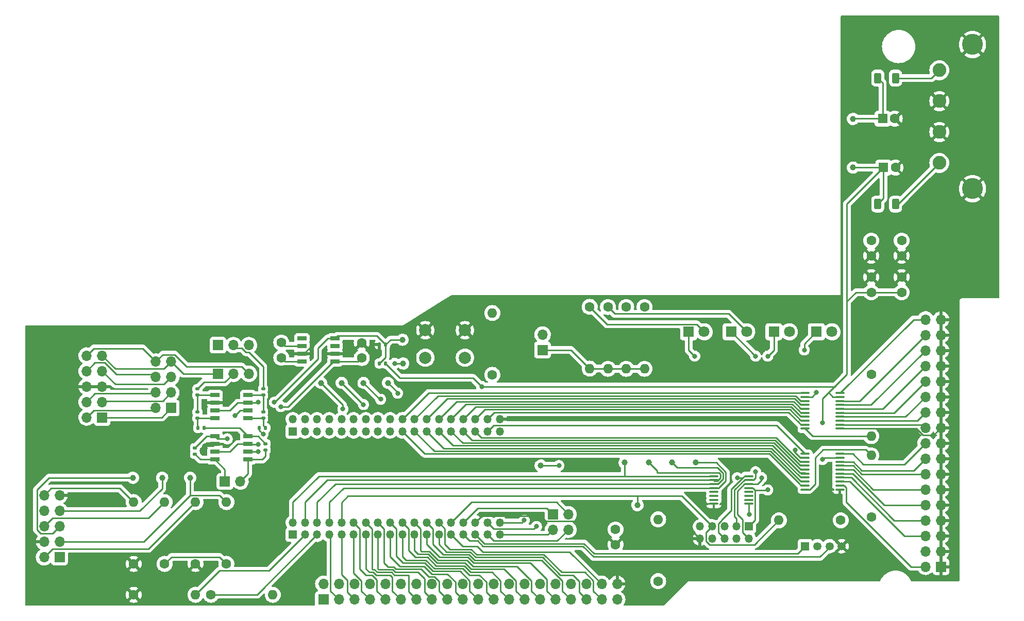
<source format=gbr>
%TF.GenerationSoftware,KiCad,Pcbnew,6.0.11-2627ca5db0~126~ubuntu22.04.1*%
%TF.CreationDate,2023-03-03T15:55:44-05:00*%
%TF.ProjectId,FloppyOverdrive_ControlBoard,466c6f70-7079-44f7-9665-726472697665,rev?*%
%TF.SameCoordinates,Original*%
%TF.FileFunction,Copper,L1,Top*%
%TF.FilePolarity,Positive*%
%FSLAX46Y46*%
G04 Gerber Fmt 4.6, Leading zero omitted, Abs format (unit mm)*
G04 Created by KiCad (PCBNEW 6.0.11-2627ca5db0~126~ubuntu22.04.1) date 2023-03-03 15:55:44*
%MOMM*%
%LPD*%
G01*
G04 APERTURE LIST*
G04 Aperture macros list*
%AMRoundRect*
0 Rectangle with rounded corners*
0 $1 Rounding radius*
0 $2 $3 $4 $5 $6 $7 $8 $9 X,Y pos of 4 corners*
0 Add a 4 corners polygon primitive as box body*
4,1,4,$2,$3,$4,$5,$6,$7,$8,$9,$2,$3,0*
0 Add four circle primitives for the rounded corners*
1,1,$1+$1,$2,$3*
1,1,$1+$1,$4,$5*
1,1,$1+$1,$6,$7*
1,1,$1+$1,$8,$9*
0 Add four rect primitives between the rounded corners*
20,1,$1+$1,$2,$3,$4,$5,0*
20,1,$1+$1,$4,$5,$6,$7,0*
20,1,$1+$1,$6,$7,$8,$9,0*
20,1,$1+$1,$8,$9,$2,$3,0*%
G04 Aperture macros list end*
%TA.AperFunction,ComponentPad*%
%ADD10C,1.600000*%
%TD*%
%TA.AperFunction,SMDPad,CuDef*%
%ADD11RoundRect,0.135000X-0.135000X-0.185000X0.135000X-0.185000X0.135000X0.185000X-0.135000X0.185000X0*%
%TD*%
%TA.AperFunction,ComponentPad*%
%ADD12R,1.700000X1.700000*%
%TD*%
%TA.AperFunction,ComponentPad*%
%ADD13O,1.700000X1.700000*%
%TD*%
%TA.AperFunction,SMDPad,CuDef*%
%ADD14R,1.528000X0.650000*%
%TD*%
%TA.AperFunction,ComponentPad*%
%ADD15R,1.800000X1.800000*%
%TD*%
%TA.AperFunction,ComponentPad*%
%ADD16C,1.800000*%
%TD*%
%TA.AperFunction,SMDPad,CuDef*%
%ADD17C,1.000000*%
%TD*%
%TA.AperFunction,ComponentPad*%
%ADD18O,1.600000X1.600000*%
%TD*%
%TA.AperFunction,ComponentPad*%
%ADD19R,1.350000X1.350000*%
%TD*%
%TA.AperFunction,ComponentPad*%
%ADD20O,1.350000X1.350000*%
%TD*%
%TA.AperFunction,SMDPad,CuDef*%
%ADD21RoundRect,0.135000X-0.185000X0.135000X-0.185000X-0.135000X0.185000X-0.135000X0.185000X0.135000X0*%
%TD*%
%TA.AperFunction,ComponentPad*%
%ADD22R,1.600000X1.600000*%
%TD*%
%TA.AperFunction,SMDPad,CuDef*%
%ADD23RoundRect,0.250000X-0.312500X-0.625000X0.312500X-0.625000X0.312500X0.625000X-0.312500X0.625000X0*%
%TD*%
%TA.AperFunction,SMDPad,CuDef*%
%ADD24RoundRect,0.100000X-0.637500X-0.100000X0.637500X-0.100000X0.637500X0.100000X-0.637500X0.100000X0*%
%TD*%
%TA.AperFunction,ComponentPad*%
%ADD25C,1.350000*%
%TD*%
%TA.AperFunction,ComponentPad*%
%ADD26C,2.000000*%
%TD*%
%TA.AperFunction,SMDPad,CuDef*%
%ADD27RoundRect,0.135000X0.185000X-0.135000X0.185000X0.135000X-0.185000X0.135000X-0.185000X-0.135000X0*%
%TD*%
%TA.AperFunction,ComponentPad*%
%ADD28C,2.250000*%
%TD*%
%TA.AperFunction,ComponentPad*%
%ADD29C,3.450000*%
%TD*%
%TA.AperFunction,SMDPad,CuDef*%
%ADD30RoundRect,0.135000X0.135000X0.185000X-0.135000X0.185000X-0.135000X-0.185000X0.135000X-0.185000X0*%
%TD*%
%TA.AperFunction,ViaPad*%
%ADD31C,0.800000*%
%TD*%
%TA.AperFunction,Conductor*%
%ADD32C,0.250000*%
%TD*%
G04 APERTURE END LIST*
D10*
%TO.P,C8,1*%
%TO.N,Net-(C8-Pad1)*%
X108089000Y-100765000D03*
%TO.P,C8,2*%
%TO.N,Net-(C8-Pad2)*%
X108089000Y-103265000D03*
%TD*%
D11*
%TO.P,R22,1*%
%TO.N,Net-(IC1-Pad4)*%
X94390000Y-114800000D03*
%TO.P,R22,2*%
%TO.N,Net-(IC2-Pad8)*%
X95410000Y-114800000D03*
%TD*%
D12*
%TO.P,JP1,1,A*%
%TO.N,Net-(JP1-Pad1)*%
X151000000Y-102000000D03*
D13*
%TO.P,JP1,2,B*%
%TO.N,+12V*%
X151000000Y-99460000D03*
%TD*%
D14*
%TO.P,IC3,1,FC*%
%TO.N,unconnected-(IC3-Pad1)*%
X111478000Y-100060000D03*
%TO.P,IC3,2,CAP+*%
%TO.N,Net-(C8-Pad1)*%
X111478000Y-101330000D03*
%TO.P,IC3,3,GND*%
%TO.N,GND*%
X111478000Y-102600000D03*
%TO.P,IC3,4,CAP-*%
%TO.N,Net-(C8-Pad2)*%
X111478000Y-103870000D03*
%TO.P,IC3,5,OUT*%
%TO.N,-2V5*%
X116900000Y-103870000D03*
%TO.P,IC3,6,LV*%
%TO.N,GND*%
X116900000Y-102600000D03*
%TO.P,IC3,7,OSC*%
%TO.N,unconnected-(IC3-Pad7)*%
X116900000Y-101330000D03*
%TO.P,IC3,8,V+*%
%TO.N,+2V5*%
X116900000Y-100060000D03*
%TD*%
D15*
%TO.P,D1,1,K*%
%TO.N,C1_Mot*%
X175000000Y-99000000D03*
D16*
%TO.P,D1,2,A*%
%TO.N,Net-(D1-Pad2)*%
X177540000Y-99000000D03*
%TD*%
D10*
%TO.P,C7,1*%
%TO.N,GND*%
X163000000Y-134000000D03*
%TO.P,C7,2*%
%TO.N,+12V*%
X163000000Y-131500000D03*
%TD*%
D15*
%TO.P,D4,1,K*%
%TO.N,C4_Mot*%
X196000000Y-99000000D03*
D16*
%TO.P,D4,2,A*%
%TO.N,Net-(D4-Pad2)*%
X198540000Y-99000000D03*
%TD*%
D17*
%TO.P,TP3,1,1*%
%TO.N,+3V3*%
X150700000Y-121000000D03*
%TD*%
D10*
%TO.P,R6,1*%
%TO.N,+3V3*%
X205000000Y-106000000D03*
D18*
%TO.P,R6,2*%
%TO.N,Net-(R6-Pad2)*%
X205000000Y-116160000D03*
%TD*%
D19*
%TO.P,J6,a1,Pin_a1*%
%TO.N,C4_Mot*%
X184875000Y-131000000D03*
D20*
%TO.P,J6,a2,Pin_a2*%
%TO.N,C2_Mot*%
X182875000Y-131000000D03*
%TO.P,J6,a3,Pin_a3*%
%TO.N,+12V*%
X180875000Y-131000000D03*
%TO.P,J6,a4,Pin_a4*%
%TO.N,Track0_Sens*%
X178875000Y-131000000D03*
%TO.P,J6,a5,Pin_a5*%
%TO.N,Net-(J6-Pada5)*%
X176875000Y-131000000D03*
%TO.P,J6,b1,Pin_b1*%
%TO.N,C3_Mot*%
X184875000Y-133000000D03*
%TO.P,J6,b2*%
%TO.N,N/C*%
X182875000Y-133000000D03*
%TO.P,J6,b3,Pin_b3*%
%TO.N,C1_Mot*%
X180875000Y-133000000D03*
%TO.P,J6,b4,Pin_b4*%
%TO.N,GND*%
X178875000Y-133000000D03*
%TO.P,J6,b5,Pin_b5*%
X176875000Y-133000000D03*
%TD*%
D12*
%TO.P,J9,a1,Pin_a1*%
%TO.N,Erase_0*%
X90000000Y-111540000D03*
D13*
%TO.P,J9,a2,Pin_a2*%
%TO.N,Center_0*%
X90000000Y-109000000D03*
%TO.P,J9,a3,Pin_a3*%
%TO.N,Start_0*%
X90000000Y-106460000D03*
%TO.P,J9,a4,Pin_a4*%
%TO.N,End_0*%
X90000000Y-103920000D03*
%TO.P,J9,b1,Pin_b1*%
%TO.N,Erase_1*%
X87460000Y-111540000D03*
%TO.P,J9,b2,Pin_b2*%
%TO.N,Center_1*%
X87460000Y-109000000D03*
%TO.P,J9,b3,Pin_b3*%
%TO.N,Start_1*%
X87460000Y-106460000D03*
%TO.P,J9,b4,Pin_b4*%
%TO.N,End_1*%
X87460000Y-103920000D03*
%TD*%
D10*
%TO.P,R5,1*%
%TO.N,GND*%
X83820000Y-142240000D03*
D18*
%TO.P,R5,2*%
%TO.N,Disk_Sens*%
X93980000Y-142240000D03*
%TD*%
D10*
%TO.P,R7,1*%
%TO.N,+3V3*%
X205000000Y-129480000D03*
D18*
%TO.P,R7,2*%
%TO.N,Net-(R7-Pad2)*%
X205000000Y-119320000D03*
%TD*%
D17*
%TO.P,TP2,1,1*%
%TO.N,+12V*%
X202000000Y-64000000D03*
%TD*%
D10*
%TO.P,C9,1*%
%TO.N,-2V5*%
X121300000Y-103300000D03*
%TO.P,C9,2*%
%TO.N,GND*%
X121300000Y-100800000D03*
%TD*%
%TO.P,C2,1*%
%TO.N,+5V*%
X210000000Y-92500000D03*
%TO.P,C2,2*%
%TO.N,GND*%
X210000000Y-90000000D03*
%TD*%
D17*
%TO.P,TP16,1,1*%
%TO.N,-2V5*%
X128100000Y-104200000D03*
%TD*%
%TO.P,TP1,1,1*%
%TO.N,+5V*%
X202000000Y-72000000D03*
%TD*%
D14*
%TO.P,IC1,1,V_IN-*%
%TO.N,Net-(IC1-Pad1)*%
X97189000Y-109395000D03*
%TO.P,IC1,2,VOCM*%
%TO.N,GND*%
X97189000Y-110665000D03*
%TO.P,IC1,3,VS+*%
%TO.N,+2V5*%
X97189000Y-111935000D03*
%TO.P,IC1,4,VOUT+*%
%TO.N,Net-(IC1-Pad4)*%
X97189000Y-113205000D03*
%TO.P,IC1,5,VOUT-*%
%TO.N,Net-(IC1-Pad5)*%
X102611000Y-113205000D03*
%TO.P,IC1,6,VS-*%
%TO.N,-2V5*%
X102611000Y-111935000D03*
%TO.P,IC1,7,~{PD}*%
%TO.N,+2V5*%
X102611000Y-110665000D03*
%TO.P,IC1,8,VIN+*%
%TO.N,Net-(IC1-Pad8)*%
X102611000Y-109395000D03*
%TD*%
D12*
%TO.P,J10,1,Pin_1*%
%TO.N,Pos_Out*%
X98825000Y-123600000D03*
D13*
%TO.P,J10,2,Pin_2*%
%TO.N,Neg_Out*%
X101365000Y-123600000D03*
%TD*%
D10*
%TO.P,R1,1*%
%TO.N,GND*%
X83820000Y-137160000D03*
D18*
%TO.P,R1,2*%
%TO.N,Net-(J4-Padb5)*%
X83820000Y-127000000D03*
%TD*%
D21*
%TO.P,R25,1*%
%TO.N,Net-(IC2-Pad8)*%
X105500000Y-117390000D03*
%TO.P,R25,2*%
%TO.N,Neg_Out*%
X105500000Y-118410000D03*
%TD*%
D12*
%TO.P,J5,a1,Pin_a1*%
%TO.N,Erase_0*%
X78650000Y-113075000D03*
D13*
%TO.P,J5,a2,Pin_a2*%
%TO.N,Center_0*%
X78650000Y-110535000D03*
%TO.P,J5,a3,Pin_a3*%
%TO.N,GND*%
X78650000Y-107995000D03*
%TO.P,J5,a4,Pin_a4*%
%TO.N,Start_0*%
X78650000Y-105455000D03*
%TO.P,J5,a5,Pin_a5*%
%TO.N,End_0*%
X78650000Y-102915000D03*
%TO.P,J5,b1,Pin_b1*%
%TO.N,Erase_1*%
X76110000Y-113075000D03*
%TO.P,J5,b2,Pin_b2*%
%TO.N,Center_1*%
X76110000Y-110535000D03*
%TO.P,J5,b3,Pin_b3*%
%TO.N,GND*%
X76110000Y-107995000D03*
%TO.P,J5,b4,Pin_b4*%
%TO.N,Start_1*%
X76110000Y-105455000D03*
%TO.P,J5,b5,Pin_b5*%
%TO.N,End_1*%
X76110000Y-102915000D03*
%TD*%
D17*
%TO.P,TP14,1,1*%
%TO.N,Coil_2*%
X168500000Y-120500000D03*
%TD*%
D12*
%TO.P,JP3,1,A*%
%TO.N,End_0*%
X97675000Y-105900000D03*
D13*
%TO.P,JP3,2,C*%
%TO.N,HeadNeg*%
X100215000Y-105900000D03*
%TO.P,JP3,3,B*%
%TO.N,End_1*%
X102755000Y-105900000D03*
%TD*%
D17*
%TO.P,TP5,1,1*%
%TO.N,Index_Sens*%
X88500000Y-123000000D03*
%TD*%
D10*
%TO.P,R3,1*%
%TO.N,GND*%
X93980000Y-137160000D03*
D18*
%TO.P,R3,2*%
%TO.N,Net-(J4-Padb1)*%
X93980000Y-127000000D03*
%TD*%
D10*
%TO.P,R10,1*%
%TO.N,+3V3*%
X200000000Y-130000000D03*
D18*
%TO.P,R10,2*%
%TO.N,Track0_Sens*%
X189840000Y-130000000D03*
%TD*%
D22*
%TO.P,C4,1*%
%TO.N,+12V*%
X206866395Y-63952500D03*
D10*
%TO.P,C4,2*%
%TO.N,GND*%
X208866395Y-63952500D03*
%TD*%
D17*
%TO.P,TP6,1,1*%
%TO.N,Disk_Sens*%
X83700000Y-123000000D03*
%TD*%
D23*
%TO.P,FB1,1*%
%TO.N,+5V*%
X206075000Y-78000000D03*
%TO.P,FB1,2*%
%TO.N,Net-(FB1-Pad2)*%
X209000000Y-78000000D03*
%TD*%
D10*
%TO.P,R2,1*%
%TO.N,+3V3*%
X88900000Y-137160000D03*
D18*
%TO.P,R2,2*%
%TO.N,Net-(J4-Padb3)*%
X88900000Y-127000000D03*
%TD*%
D17*
%TO.P,TP12,1,1*%
%TO.N,Coil_1*%
X164500000Y-120500000D03*
%TD*%
D10*
%TO.P,R9,1*%
%TO.N,Net-(J6-Pada5)*%
X170000000Y-140000000D03*
D18*
%TO.P,R9,2*%
%TO.N,+3V3*%
X170000000Y-129840000D03*
%TD*%
D24*
%TO.P,U3,1,I1*%
%TO.N,Coil_1*%
X179137500Y-122725000D03*
%TO.P,U3,2,I2*%
%TO.N,Coil_2*%
X179137500Y-123375000D03*
%TO.P,U3,3,I3*%
%TO.N,Coil_3*%
X179137500Y-124025000D03*
%TO.P,U3,4,I4*%
%TO.N,Coil_4*%
X179137500Y-124675000D03*
%TO.P,U3,5,I5*%
%TO.N,unconnected-(U3-Pad5)*%
X179137500Y-125325000D03*
%TO.P,U3,6,I6*%
%TO.N,unconnected-(U3-Pad6)*%
X179137500Y-125975000D03*
%TO.P,U3,7,I7*%
%TO.N,unconnected-(U3-Pad7)*%
X179137500Y-126625000D03*
%TO.P,U3,8,GND*%
%TO.N,GND*%
X179137500Y-127275000D03*
%TO.P,U3,9,COM*%
%TO.N,+12V*%
X184862500Y-127275000D03*
%TO.P,U3,10,O7*%
%TO.N,unconnected-(U3-Pad10)*%
X184862500Y-126625000D03*
%TO.P,U3,11,O6*%
%TO.N,unconnected-(U3-Pad11)*%
X184862500Y-125975000D03*
%TO.P,U3,12,O5*%
%TO.N,unconnected-(U3-Pad12)*%
X184862500Y-125325000D03*
%TO.P,U3,13,O4*%
%TO.N,C4_Mot*%
X184862500Y-124675000D03*
%TO.P,U3,14,O3*%
%TO.N,C3_Mot*%
X184862500Y-124025000D03*
%TO.P,U3,15,O2*%
%TO.N,C2_Mot*%
X184862500Y-123375000D03*
%TO.P,U3,16,O1*%
%TO.N,C1_Mot*%
X184862500Y-122725000D03*
%TD*%
D21*
%TO.P,R18,1*%
%TO.N,HeadNeg*%
X94300000Y-108390000D03*
%TO.P,R18,2*%
%TO.N,Net-(IC1-Pad1)*%
X94300000Y-109410000D03*
%TD*%
D12*
%TO.P,J7,1,Pin_1*%
%TO.N,AD1*%
X152725000Y-128995000D03*
D13*
%TO.P,J7,2,Pin_2*%
%TO.N,AD2*%
X155265000Y-128995000D03*
%TO.P,J7,3,Pin_3*%
%TO.N,AD3*%
X152725000Y-131535000D03*
%TO.P,J7,4,Pin_4*%
%TO.N,AD4*%
X155265000Y-131535000D03*
%TD*%
D17*
%TO.P,TP7,1,1*%
%TO.N,Track0_Sens*%
X166600000Y-127500000D03*
%TD*%
%TO.P,TP15,1,1*%
%TO.N,Coil_4*%
X176200000Y-120500000D03*
%TD*%
D19*
%TO.P,U4,J2.1,A4*%
%TO.N,WP_Sens*%
X109970000Y-132375000D03*
D20*
%TO.P,U4,J2.2,C5*%
%TO.N,Coil_1*%
X109970000Y-130375000D03*
%TO.P,U4,J2.3,A3*%
%TO.N,Disk_Sens*%
X111970000Y-132375000D03*
%TO.P,U4,J2.4,C4*%
%TO.N,Coil_2*%
X111970000Y-130375000D03*
%TO.P,U4,J2.5,A1*%
%TO.N,Index_Sens*%
X113970000Y-132375000D03*
%TO.P,U4,J2.6,A2*%
%TO.N,Coil_3*%
X113970000Y-130375000D03*
%TO.P,U4,J2.7,C3*%
%TO.N,Net-(J8-Pad3)*%
X115970000Y-132375000D03*
%TO.P,U4,J2.8,B1*%
%TO.N,Coil_4*%
X115970000Y-130375000D03*
%TO.P,U4,J2.9,C1*%
%TO.N,Net-(J8-Pad5)*%
X117970000Y-132375000D03*
%TO.P,U4,J2.10,D3*%
%TO.N,Track0_Sens*%
X117970000Y-130375000D03*
%TO.P,U4,J2.11,E1*%
%TO.N,Net-(J8-Pad7)*%
X119970000Y-132375000D03*
%TO.P,U4,J2.12,D1*%
%TO.N,Net-(J8-Pad9)*%
X119970000Y-130375000D03*
%TO.P,U4,J2.13,G1*%
%TO.N,Net-(J8-Pad11)*%
X121970000Y-132375000D03*
%TO.P,U4,J2.14,F3*%
%TO.N,Net-(J8-Pad13)*%
X121970000Y-130375000D03*
%TO.P,U4,J2.15,H1*%
%TO.N,Net-(J8-Pad15)*%
X123970000Y-132375000D03*
%TO.P,U4,J2.16,G3*%
%TO.N,Net-(J8-Pad17)*%
X123970000Y-130375000D03*
%TO.P,U4,J2.17,J1*%
%TO.N,Net-(J8-Pad19)*%
X125970000Y-132375000D03*
%TO.P,U4,J2.18,H3*%
%TO.N,Net-(J8-Pad21)*%
X125970000Y-130375000D03*
%TO.P,U4,J2.19,K3*%
%TO.N,Net-(J8-Pad23)*%
X127970000Y-132375000D03*
%TO.P,U4,J2.20,J3*%
%TO.N,Net-(J8-Pad25)*%
X127970000Y-130375000D03*
%TO.P,U4,J2.21,M1*%
%TO.N,Net-(J8-Pad27)*%
X129970000Y-132375000D03*
%TO.P,U4,J2.22,L1*%
%TO.N,Net-(J8-Pad29)*%
X129970000Y-130375000D03*
%TO.P,U4,J2.23,M3*%
%TO.N,Net-(J8-Pad31)*%
X131970000Y-132375000D03*
%TO.P,U4,J2.24,N1*%
%TO.N,Net-(J8-Pad33)*%
X131970000Y-130375000D03*
%TO.P,U4,J2.25,P2*%
%TO.N,Net-(J8-Pad35)*%
X133970000Y-132375000D03*
%TO.P,U4,J2.26,P1*%
%TO.N,Net-(J8-Pad37)*%
X133970000Y-130375000D03*
%TO.P,U4,J2.27,P3*%
%TO.N,PIN_38*%
X135970000Y-132375000D03*
%TO.P,U4,J2.28,AD2*%
%TO.N,AD2*%
X135970000Y-130375000D03*
%TO.P,U4,J2.29,M6*%
%TO.N,Motor_Control*%
X137970000Y-132375000D03*
%TO.P,U4,J2.30,AD1*%
%TO.N,AD1*%
X137970000Y-130375000D03*
%TO.P,U4,J2.31,M7*%
%TO.N,Speed_Control*%
X139970000Y-132375000D03*
%TO.P,U4,J2.32,GND*%
%TO.N,GND*%
X139970000Y-130375000D03*
%TO.P,U4,J2.33,AD4*%
%TO.N,AD4*%
X141970000Y-132375000D03*
%TO.P,U4,J2.34,3v3*%
%TO.N,+3V3*%
X141970000Y-130375000D03*
%TO.P,U4,J2.35,AD3*%
%TO.N,AD3*%
X143970000Y-132375000D03*
%TO.P,U4,J2.36,RST*%
%TO.N,PIC_Reset*%
X143970000Y-130375000D03*
D19*
%TO.P,U4,J3.1,A7*%
%TO.N,PIN_2*%
X109970000Y-115375000D03*
D20*
%TO.P,U4,J3.2,A6*%
%TO.N,PIN_4*%
X109970000Y-113375000D03*
%TO.P,U4,J3.3,C7*%
%TO.N,PIN_6*%
X111970000Y-115375000D03*
%TO.P,U4,J3.4,C6*%
%TO.N,PIN_8*%
X111970000Y-113375000D03*
%TO.P,U4,J3.5,D6*%
%TO.N,PIN_10*%
X113970000Y-115375000D03*
%TO.P,U4,J3.6,D7*%
%TO.N,PIN_12*%
X113970000Y-113375000D03*
%TO.P,U4,J3.7,A10*%
%TO.N,PIN_14*%
X115970000Y-115375000D03*
%TO.P,U4,J3.8,D10*%
%TO.N,PIN_16*%
X115970000Y-113375000D03*
%TO.P,U4,J3.9,C10*%
%TO.N,PIN_18*%
X117970000Y-115375000D03*
%TO.P,U4,J3.10,C11*%
%TO.N,PIN_20*%
X117970000Y-113375000D03*
%TO.P,U4,J3.11,A11*%
%TO.N,PIN_22*%
X119970000Y-115375000D03*
%TO.P,U4,J3.12,A12*%
%TO.N,PIN_24*%
X119970000Y-113375000D03*
%TO.P,U4,J3.13,B14*%
%TO.N,PIN_26*%
X121970000Y-115375000D03*
%TO.P,U4,J3.14,C14*%
%TO.N,PIN_28*%
X121970000Y-113375000D03*
%TO.P,U4,J3.15,C12*%
%TO.N,PIN_30*%
X123970000Y-115375000D03*
%TO.P,U4,J3.16,D14*%
%TO.N,PIN_32*%
X123970000Y-113375000D03*
%TO.P,U4,J3.17,D12*%
%TO.N,PIN_34*%
X125970000Y-115375000D03*
%TO.P,U4,J3.18,E14*%
%TO.N,PIN_36*%
X125970000Y-113375000D03*
%TO.P,U4,J3.19,E12*%
%TO.N,Density*%
X127970000Y-115375000D03*
%TO.P,U4,J3.20,F14*%
%TO.N,Ready*%
X127970000Y-113375000D03*
%TO.P,U4,J3.21,F12*%
%TO.N,DriveSel_3*%
X129970000Y-115375000D03*
%TO.P,U4,J3.22,G14*%
%TO.N,SideSel*%
X129970000Y-113375000D03*
%TO.P,U4,J3.23,G12*%
%TO.N,Index*%
X131970000Y-115375000D03*
%TO.P,U4,J3.24,H12*%
%TO.N,ReadData*%
X131970000Y-113375000D03*
%TO.P,U4,J3.25,J12*%
%TO.N,DriveSel_0*%
X133970000Y-115375000D03*
%TO.P,U4,J3.26,K14*%
%TO.N,WriteProtect*%
X133970000Y-113375000D03*
%TO.P,U4,J3.27,H11*%
%TO.N,DriveSel_1*%
X135970000Y-115375000D03*
%TO.P,U4,J3.28,L14*%
%TO.N,Track0*%
X135970000Y-113375000D03*
%TO.P,U4,J3.29,K12*%
%TO.N,DriveSel_2*%
X137970000Y-115375000D03*
%TO.P,U4,J3.30,L12*%
%TO.N,WriteGate*%
X137970000Y-113375000D03*
%TO.P,U4,J3.31,N14*%
%TO.N,Motor*%
X139970000Y-115375000D03*
%TO.P,U4,J3.32,P14*%
%TO.N,WriteData*%
X139970000Y-113375000D03*
%TO.P,U4,J3.33,M12*%
%TO.N,StepDir*%
X141970000Y-115375000D03*
%TO.P,U4,J3.34,P8*%
%TO.N,Step*%
X141970000Y-113375000D03*
%TO.P,U4,J3.35,5v*%
%TO.N,+5V*%
X143970000Y-115375000D03*
%TO.P,U4,J3.36,GND*%
%TO.N,GND*%
X143970000Y-113375000D03*
%TD*%
D17*
%TO.P,TP4,1,1*%
%TO.N,WP_Sens*%
X93100000Y-123000000D03*
%TD*%
D24*
%TO.P,U1,1,A1*%
%TO.N,Ready*%
X194137500Y-109075000D03*
%TO.P,U1,2,VccA*%
%TO.N,+3V3*%
X194137500Y-109725000D03*
%TO.P,U1,3,A2*%
%TO.N,SideSel*%
X194137500Y-110375000D03*
%TO.P,U1,4,A3*%
%TO.N,ReadData*%
X194137500Y-111025000D03*
%TO.P,U1,5,A4*%
%TO.N,WriteProtect*%
X194137500Y-111675000D03*
%TO.P,U1,6,A5*%
%TO.N,Track0*%
X194137500Y-112325000D03*
%TO.P,U1,7,A6*%
%TO.N,WriteGate*%
X194137500Y-112975000D03*
%TO.P,U1,8,A7*%
%TO.N,WriteData*%
X194137500Y-113625000D03*
%TO.P,U1,9,A8*%
%TO.N,Step*%
X194137500Y-114275000D03*
%TO.P,U1,10,OE*%
%TO.N,Net-(R6-Pad2)*%
X194137500Y-114925000D03*
%TO.P,U1,11,GND*%
%TO.N,GND*%
X199862500Y-114925000D03*
%TO.P,U1,12,B8*%
%TO.N,Net-(J3-Pad20)*%
X199862500Y-114275000D03*
%TO.P,U1,13,B7*%
%TO.N,Net-(J3-Pad22)*%
X199862500Y-113625000D03*
%TO.P,U1,14,B6*%
%TO.N,Net-(J3-Pad24)*%
X199862500Y-112975000D03*
%TO.P,U1,15,B5*%
%TO.N,Net-(J3-Pad26)*%
X199862500Y-112325000D03*
%TO.P,U1,16,B4*%
%TO.N,Net-(J3-Pad28)*%
X199862500Y-111675000D03*
%TO.P,U1,17,B3*%
%TO.N,Net-(J3-Pad30)*%
X199862500Y-111025000D03*
%TO.P,U1,18,B2*%
%TO.N,Net-(J3-Pad32)*%
X199862500Y-110375000D03*
%TO.P,U1,19,VccB*%
%TO.N,+5V*%
X199862500Y-109725000D03*
%TO.P,U1,20,B1*%
%TO.N,Net-(J3-Pad34)*%
X199862500Y-109075000D03*
%TD*%
D17*
%TO.P,TP17,1,1*%
%TO.N,+2V5*%
X128000000Y-100300000D03*
%TD*%
D21*
%TO.P,R17,1*%
%TO.N,Net-(IC2-Pad1)*%
X93900000Y-118090000D03*
%TO.P,R17,2*%
%TO.N,Pos_Out*%
X93900000Y-119110000D03*
%TD*%
D19*
%TO.P,J2,1,Pin_1*%
%TO.N,Speed_Control*%
X194150000Y-134250000D03*
D25*
%TO.P,J2,2,Pin_2*%
%TO.N,+12V*%
X196150000Y-134250000D03*
%TO.P,J2,3,Pin_3*%
%TO.N,Motor_Control*%
X198150000Y-134250000D03*
%TO.P,J2,4,Pin_4*%
%TO.N,GND*%
X200150000Y-134250000D03*
%TD*%
D10*
%TO.P,C1,1*%
%TO.N,+5V*%
X205000000Y-92500000D03*
%TO.P,C1,2*%
%TO.N,GND*%
X205000000Y-90000000D03*
%TD*%
D15*
%TO.P,D3,1,K*%
%TO.N,C3_Mot*%
X189000000Y-99000000D03*
D16*
%TO.P,D3,2,A*%
%TO.N,Net-(D3-Pad2)*%
X191540000Y-99000000D03*
%TD*%
D12*
%TO.P,J3,1,Pin_1*%
%TO.N,GND*%
X216475000Y-137625000D03*
D13*
%TO.P,J3,2,Pin_2*%
%TO.N,Net-(J3-Pad2)*%
X213935000Y-137625000D03*
%TO.P,J3,3,Pin_3*%
%TO.N,GND*%
X216475000Y-135085000D03*
%TO.P,J3,4,Pin_4*%
%TO.N,unconnected-(J3-Pad4)*%
X213935000Y-135085000D03*
%TO.P,J3,5,Pin_5*%
%TO.N,GND*%
X216475000Y-132545000D03*
%TO.P,J3,6,Pin_6*%
%TO.N,Net-(J3-Pad6)*%
X213935000Y-132545000D03*
%TO.P,J3,7,Pin_7*%
%TO.N,GND*%
X216475000Y-130005000D03*
%TO.P,J3,8,Pin_8*%
%TO.N,Net-(J3-Pad8)*%
X213935000Y-130005000D03*
%TO.P,J3,9,Pin_9*%
%TO.N,GND*%
X216475000Y-127465000D03*
%TO.P,J3,10,Pin_10*%
%TO.N,Net-(J3-Pad10)*%
X213935000Y-127465000D03*
%TO.P,J3,11,Pin_11*%
%TO.N,GND*%
X216475000Y-124925000D03*
%TO.P,J3,12,Pin_12*%
%TO.N,Net-(J3-Pad12)*%
X213935000Y-124925000D03*
%TO.P,J3,13,Pin_13*%
%TO.N,GND*%
X216475000Y-122385000D03*
%TO.P,J3,14,Pin_14*%
%TO.N,Net-(J3-Pad14)*%
X213935000Y-122385000D03*
%TO.P,J3,15,Pin_15*%
%TO.N,GND*%
X216475000Y-119845000D03*
%TO.P,J3,16,Pin_16*%
%TO.N,Net-(J3-Pad16)*%
X213935000Y-119845000D03*
%TO.P,J3,17,Pin_17*%
%TO.N,GND*%
X216475000Y-117305000D03*
%TO.P,J3,18,Pin_18*%
%TO.N,Net-(J3-Pad18)*%
X213935000Y-117305000D03*
%TO.P,J3,19,Pin_19*%
%TO.N,GND*%
X216475000Y-114765000D03*
%TO.P,J3,20,Pin_20*%
%TO.N,Net-(J3-Pad20)*%
X213935000Y-114765000D03*
%TO.P,J3,21,Pin_21*%
%TO.N,GND*%
X216475000Y-112225000D03*
%TO.P,J3,22,Pin_22*%
%TO.N,Net-(J3-Pad22)*%
X213935000Y-112225000D03*
%TO.P,J3,23,Pin_23*%
%TO.N,GND*%
X216475000Y-109685000D03*
%TO.P,J3,24,Pin_24*%
%TO.N,Net-(J3-Pad24)*%
X213935000Y-109685000D03*
%TO.P,J3,25,Pin_25*%
%TO.N,GND*%
X216475000Y-107145000D03*
%TO.P,J3,26,Pin_26*%
%TO.N,Net-(J3-Pad26)*%
X213935000Y-107145000D03*
%TO.P,J3,27,Pin_27*%
%TO.N,GND*%
X216475000Y-104605000D03*
%TO.P,J3,28,Pin_28*%
%TO.N,Net-(J3-Pad28)*%
X213935000Y-104605000D03*
%TO.P,J3,29,Pin_29*%
%TO.N,GND*%
X216475000Y-102065000D03*
%TO.P,J3,30,Pin_30*%
%TO.N,Net-(J3-Pad30)*%
X213935000Y-102065000D03*
%TO.P,J3,31,Pin_31*%
%TO.N,GND*%
X216475000Y-99525000D03*
%TO.P,J3,32,Pin_32*%
%TO.N,Net-(J3-Pad32)*%
X213935000Y-99525000D03*
%TO.P,J3,33,Pin_33*%
%TO.N,GND*%
X216475000Y-96985000D03*
%TO.P,J3,34,Pin_34*%
%TO.N,Net-(J3-Pad34)*%
X213935000Y-96985000D03*
%TD*%
D10*
%TO.P,C5,1*%
%TO.N,GND*%
X205000000Y-86500000D03*
%TO.P,C5,2*%
%TO.N,+3V3*%
X205000000Y-84000000D03*
%TD*%
D12*
%TO.P,J4,a1,Pin_a1*%
%TO.N,+3V3*%
X71650000Y-136065000D03*
D13*
%TO.P,J4,a2,Pin_a2*%
%TO.N,WP_Sens*%
X71650000Y-133525000D03*
%TO.P,J4,a3,Pin_a3*%
%TO.N,Disk_Sens*%
X71650000Y-130985000D03*
%TO.P,J4,a4,Pin_a4*%
%TO.N,Index_Sens*%
X71650000Y-128445000D03*
%TO.P,J4,a5,Pin_a5*%
%TO.N,GND*%
X71650000Y-125905000D03*
%TO.P,J4,b1,Pin_b1*%
%TO.N,Net-(J4-Padb1)*%
X69110000Y-136065000D03*
%TO.P,J4,b2,Pin_b2*%
%TO.N,GND*%
X69110000Y-133525000D03*
%TO.P,J4,b3,Pin_b3*%
%TO.N,Net-(J4-Padb3)*%
X69110000Y-130985000D03*
%TO.P,J4,b4,Pin_b4*%
%TO.N,GND*%
X69110000Y-128445000D03*
%TO.P,J4,b5,Pin_b5*%
%TO.N,Net-(J4-Padb5)*%
X69110000Y-125905000D03*
%TD*%
D17*
%TO.P,TP13,1,1*%
%TO.N,Coil_3*%
X172300000Y-120500000D03*
%TD*%
D23*
%TO.P,FB2,1*%
%TO.N,+12V*%
X206075000Y-57290000D03*
%TO.P,FB2,2*%
%TO.N,Net-(FB2-Pad2)*%
X209000000Y-57290000D03*
%TD*%
D11*
%TO.P,R21,1*%
%TO.N,+2V5*%
X124190000Y-104200000D03*
%TO.P,R21,2*%
%TO.N,+5V*%
X125210000Y-104200000D03*
%TD*%
D12*
%TO.P,JP2,1,A*%
%TO.N,Start_0*%
X97675000Y-101200000D03*
D13*
%TO.P,JP2,2,C*%
%TO.N,HeadPos*%
X100215000Y-101200000D03*
%TO.P,JP2,3,B*%
%TO.N,Start_1*%
X102755000Y-101200000D03*
%TD*%
D26*
%TO.P,SW1,1,1*%
%TO.N,PIC_Reset*%
X138250000Y-103250000D03*
X131750000Y-103250000D03*
%TO.P,SW1,2,2*%
%TO.N,GND*%
X131750000Y-98750000D03*
X138250000Y-98750000D03*
%TD*%
D10*
%TO.P,C6,1*%
%TO.N,GND*%
X210000000Y-86500000D03*
%TO.P,C6,2*%
%TO.N,+3V3*%
X210000000Y-84000000D03*
%TD*%
D17*
%TO.P,TP10,1,1*%
%TO.N,WriteProtect*%
X121600000Y-107400000D03*
%TD*%
D11*
%TO.P,R20,1*%
%TO.N,GND*%
X124190000Y-101100000D03*
%TO.P,R20,2*%
%TO.N,+2V5*%
X125210000Y-101100000D03*
%TD*%
D14*
%TO.P,IC2,1,V_IN-*%
%TO.N,Net-(IC2-Pad1)*%
X97189000Y-116195000D03*
%TO.P,IC2,2,VOCM*%
%TO.N,GND*%
X97189000Y-117465000D03*
%TO.P,IC2,3,VS+*%
%TO.N,+2V5*%
X97189000Y-118735000D03*
%TO.P,IC2,4,VOUT+*%
%TO.N,Pos_Out*%
X97189000Y-120005000D03*
%TO.P,IC2,5,VOUT-*%
%TO.N,Neg_Out*%
X102611000Y-120005000D03*
%TO.P,IC2,6,VS-*%
%TO.N,-2V5*%
X102611000Y-118735000D03*
%TO.P,IC2,7,~{PD}*%
%TO.N,+2V5*%
X102611000Y-117465000D03*
%TO.P,IC2,8,VIN+*%
%TO.N,Net-(IC2-Pad8)*%
X102611000Y-116195000D03*
%TD*%
D27*
%TO.P,R23,1*%
%TO.N,Net-(IC1-Pad8)*%
X105100000Y-109410000D03*
%TO.P,R23,2*%
%TO.N,HeadPos*%
X105100000Y-108390000D03*
%TD*%
D17*
%TO.P,TP9,1,1*%
%TO.N,ReadData*%
X118000000Y-107400000D03*
%TD*%
D10*
%TO.P,R15,1*%
%TO.N,Net-(D4-Pad2)*%
X167750000Y-94920000D03*
D18*
%TO.P,R15,2*%
%TO.N,Net-(JP1-Pad1)*%
X167750000Y-105080000D03*
%TD*%
D21*
%TO.P,R24,1*%
%TO.N,Net-(IC1-Pad8)*%
X105100000Y-112190000D03*
%TO.P,R24,2*%
%TO.N,Net-(IC1-Pad5)*%
X105100000Y-113210000D03*
%TD*%
D10*
%TO.P,R12,1*%
%TO.N,Net-(D1-Pad2)*%
X158750000Y-94905000D03*
D18*
%TO.P,R12,2*%
%TO.N,Net-(JP1-Pad1)*%
X158750000Y-105065000D03*
%TD*%
D10*
%TO.P,R13,1*%
%TO.N,Net-(D2-Pad2)*%
X161750000Y-94920000D03*
D18*
%TO.P,R13,2*%
%TO.N,Net-(JP1-Pad1)*%
X161750000Y-105080000D03*
%TD*%
D28*
%TO.P,J1,1,1*%
%TO.N,Net-(FB2-Pad2)*%
X216187500Y-56000000D03*
%TO.P,J1,2,2*%
%TO.N,GND*%
X216187500Y-61080000D03*
%TO.P,J1,3,3*%
X216187500Y-66160000D03*
%TO.P,J1,4,4*%
%TO.N,Net-(FB1-Pad2)*%
X216187500Y-71240000D03*
D29*
%TO.P,J1,MH1,MH1*%
%TO.N,GND*%
X221637500Y-51770000D03*
%TO.P,J1,MH2,MH2*%
X221637500Y-75470000D03*
%TD*%
D17*
%TO.P,TP8,1,1*%
%TO.N,Index*%
X114600000Y-107400000D03*
%TD*%
D10*
%TO.P,R4,1*%
%TO.N,+3V3*%
X99060000Y-137160000D03*
D18*
%TO.P,R4,2*%
%TO.N,WP_Sens*%
X99060000Y-127000000D03*
%TD*%
D24*
%TO.P,U2,1,A1*%
%TO.N,StepDir*%
X194137500Y-119075000D03*
%TO.P,U2,2,VccA*%
%TO.N,+3V3*%
X194137500Y-119725000D03*
%TO.P,U2,3,A2*%
%TO.N,Motor*%
X194137500Y-120375000D03*
%TO.P,U2,4,A3*%
%TO.N,DriveSel_2*%
X194137500Y-121025000D03*
%TO.P,U2,5,A4*%
%TO.N,DriveSel_1*%
X194137500Y-121675000D03*
%TO.P,U2,6,A5*%
%TO.N,DriveSel_0*%
X194137500Y-122325000D03*
%TO.P,U2,7,A6*%
%TO.N,Index*%
X194137500Y-122975000D03*
%TO.P,U2,8,A7*%
%TO.N,DriveSel_3*%
X194137500Y-123625000D03*
%TO.P,U2,9,A8*%
%TO.N,Density*%
X194137500Y-124275000D03*
%TO.P,U2,10,OE*%
%TO.N,Net-(R7-Pad2)*%
X194137500Y-124925000D03*
%TO.P,U2,11,GND*%
%TO.N,GND*%
X199862500Y-124925000D03*
%TO.P,U2,12,B8*%
%TO.N,Net-(J3-Pad2)*%
X199862500Y-124275000D03*
%TO.P,U2,13,B7*%
%TO.N,Net-(J3-Pad6)*%
X199862500Y-123625000D03*
%TO.P,U2,14,B6*%
%TO.N,Net-(J3-Pad8)*%
X199862500Y-122975000D03*
%TO.P,U2,15,B5*%
%TO.N,Net-(J3-Pad10)*%
X199862500Y-122325000D03*
%TO.P,U2,16,B4*%
%TO.N,Net-(J3-Pad12)*%
X199862500Y-121675000D03*
%TO.P,U2,17,B3*%
%TO.N,Net-(J3-Pad14)*%
X199862500Y-121025000D03*
%TO.P,U2,18,B2*%
%TO.N,Net-(J3-Pad16)*%
X199862500Y-120375000D03*
%TO.P,U2,19,VccB*%
%TO.N,+5V*%
X199862500Y-119725000D03*
%TO.P,U2,20,B1*%
%TO.N,Net-(J3-Pad18)*%
X199862500Y-119075000D03*
%TD*%
D30*
%TO.P,R19,1*%
%TO.N,Net-(IC1-Pad5)*%
X105510000Y-114800000D03*
%TO.P,R19,2*%
%TO.N,Net-(IC2-Pad1)*%
X104490000Y-114800000D03*
%TD*%
D10*
%TO.P,R11,1*%
%TO.N,PIC_Reset*%
X142750000Y-106080000D03*
D18*
%TO.P,R11,2*%
%TO.N,+3V3*%
X142750000Y-95920000D03*
%TD*%
D10*
%TO.P,R8,1*%
%TO.N,Index_Sens*%
X96520000Y-142240000D03*
D18*
%TO.P,R8,2*%
%TO.N,+3V3*%
X106680000Y-142240000D03*
%TD*%
D10*
%TO.P,R14,1*%
%TO.N,Net-(D3-Pad2)*%
X164750000Y-94920000D03*
D18*
%TO.P,R14,2*%
%TO.N,Net-(JP1-Pad1)*%
X164750000Y-105080000D03*
%TD*%
D12*
%TO.P,J8,1,Pin_1*%
%TO.N,+5V*%
X115000000Y-143000000D03*
D13*
%TO.P,J8,2,Pin_2*%
%TO.N,PIN_2*%
X115000000Y-140460000D03*
%TO.P,J8,3,Pin_3*%
%TO.N,Net-(J8-Pad3)*%
X117540000Y-143000000D03*
%TO.P,J8,4,Pin_4*%
%TO.N,PIN_4*%
X117540000Y-140460000D03*
%TO.P,J8,5,Pin_5*%
%TO.N,Net-(J8-Pad5)*%
X120080000Y-143000000D03*
%TO.P,J8,6,Pin_6*%
%TO.N,PIN_6*%
X120080000Y-140460000D03*
%TO.P,J8,7,Pin_7*%
%TO.N,Net-(J8-Pad7)*%
X122620000Y-143000000D03*
%TO.P,J8,8,Pin_8*%
%TO.N,PIN_8*%
X122620000Y-140460000D03*
%TO.P,J8,9,Pin_9*%
%TO.N,Net-(J8-Pad9)*%
X125160000Y-143000000D03*
%TO.P,J8,10,Pin_10*%
%TO.N,PIN_10*%
X125160000Y-140460000D03*
%TO.P,J8,11,Pin_11*%
%TO.N,Net-(J8-Pad11)*%
X127700000Y-143000000D03*
%TO.P,J8,12,Pin_12*%
%TO.N,PIN_12*%
X127700000Y-140460000D03*
%TO.P,J8,13,Pin_13*%
%TO.N,Net-(J8-Pad13)*%
X130240000Y-143000000D03*
%TO.P,J8,14,Pin_14*%
%TO.N,PIN_14*%
X130240000Y-140460000D03*
%TO.P,J8,15,Pin_15*%
%TO.N,Net-(J8-Pad15)*%
X132780000Y-143000000D03*
%TO.P,J8,16,Pin_16*%
%TO.N,PIN_16*%
X132780000Y-140460000D03*
%TO.P,J8,17,Pin_17*%
%TO.N,Net-(J8-Pad17)*%
X135320000Y-143000000D03*
%TO.P,J8,18,Pin_18*%
%TO.N,PIN_18*%
X135320000Y-140460000D03*
%TO.P,J8,19,Pin_19*%
%TO.N,Net-(J8-Pad19)*%
X137860000Y-143000000D03*
%TO.P,J8,20,Pin_20*%
%TO.N,PIN_20*%
X137860000Y-140460000D03*
%TO.P,J8,21,Pin_21*%
%TO.N,Net-(J8-Pad21)*%
X140400000Y-143000000D03*
%TO.P,J8,22,Pin_22*%
%TO.N,PIN_22*%
X140400000Y-140460000D03*
%TO.P,J8,23,Pin_23*%
%TO.N,Net-(J8-Pad23)*%
X142940000Y-143000000D03*
%TO.P,J8,24,Pin_24*%
%TO.N,PIN_24*%
X142940000Y-140460000D03*
%TO.P,J8,25,Pin_25*%
%TO.N,Net-(J8-Pad25)*%
X145480000Y-143000000D03*
%TO.P,J8,26,Pin_26*%
%TO.N,PIN_26*%
X145480000Y-140460000D03*
%TO.P,J8,27,Pin_27*%
%TO.N,Net-(J8-Pad27)*%
X148020000Y-143000000D03*
%TO.P,J8,28,Pin_28*%
%TO.N,PIN_28*%
X148020000Y-140460000D03*
%TO.P,J8,29,Pin_29*%
%TO.N,Net-(J8-Pad29)*%
X150560000Y-143000000D03*
%TO.P,J8,30,Pin_30*%
%TO.N,PIN_30*%
X150560000Y-140460000D03*
%TO.P,J8,31,Pin_31*%
%TO.N,Net-(J8-Pad31)*%
X153100000Y-143000000D03*
%TO.P,J8,32,Pin_32*%
%TO.N,PIN_32*%
X153100000Y-140460000D03*
%TO.P,J8,33,Pin_33*%
%TO.N,Net-(J8-Pad33)*%
X155640000Y-143000000D03*
%TO.P,J8,34,Pin_34*%
%TO.N,PIN_34*%
X155640000Y-140460000D03*
%TO.P,J8,35,Pin_35*%
%TO.N,Net-(J8-Pad35)*%
X158180000Y-143000000D03*
%TO.P,J8,36,Pin_36*%
%TO.N,PIN_36*%
X158180000Y-140460000D03*
%TO.P,J8,37,Pin_37*%
%TO.N,Net-(J8-Pad37)*%
X160720000Y-143000000D03*
%TO.P,J8,38,Pin_38*%
%TO.N,PIN_38*%
X160720000Y-140460000D03*
%TO.P,J8,39,Pin_39*%
%TO.N,+3.3V*%
X163260000Y-143000000D03*
%TO.P,J8,40,Pin_40*%
%TO.N,GND*%
X163260000Y-140460000D03*
%TD*%
D15*
%TO.P,D2,1,K*%
%TO.N,C2_Mot*%
X182000000Y-99000000D03*
D16*
%TO.P,D2,2,A*%
%TO.N,Net-(D2-Pad2)*%
X184540000Y-99000000D03*
%TD*%
D21*
%TO.P,R16,1*%
%TO.N,Net-(IC1-Pad1)*%
X94300000Y-112190000D03*
%TO.P,R16,2*%
%TO.N,Net-(IC1-Pad4)*%
X94300000Y-113210000D03*
%TD*%
D17*
%TO.P,TP11,1,1*%
%TO.N,Track0*%
X125600000Y-107400000D03*
%TD*%
D22*
%TO.P,C3,1*%
%TO.N,+5V*%
X207000000Y-72000000D03*
D10*
%TO.P,C3,2*%
%TO.N,GND*%
X209000000Y-72000000D03*
%TD*%
D31*
%TO.N,+5V*%
X141000000Y-108000000D03*
X197000000Y-114000000D03*
X197000000Y-120000000D03*
%TO.N,GND*%
X174500000Y-128600000D03*
X95500000Y-117800000D03*
X114200000Y-100200000D03*
X95400000Y-110800000D03*
X176800000Y-127300000D03*
%TO.N,+12V*%
X185000000Y-129000000D03*
%TO.N,+3V3*%
X153700000Y-121000000D03*
X192512300Y-118487700D03*
X150000000Y-131000000D03*
X196000000Y-109000000D03*
%TO.N,C1_Mot*%
X183000000Y-123000000D03*
X176000000Y-103000000D03*
%TO.N,C2_Mot*%
X186000000Y-122000000D03*
X186000000Y-103000000D03*
%TO.N,C3_Mot*%
X188000000Y-103000000D03*
X186987701Y-122987701D03*
%TO.N,C4_Mot*%
X194000000Y-102000000D03*
X188000000Y-125000000D03*
%TO.N,PIC_Reset*%
X148000000Y-130000000D03*
%TO.N,Index*%
X118200000Y-111700000D03*
%TO.N,Track0*%
X127200000Y-109100000D03*
%TO.N,WriteProtect*%
X124400000Y-110100000D03*
%TO.N,ReadData*%
X121600000Y-110975500D03*
%TO.N,-2V5*%
X126700000Y-104200000D03*
X100500000Y-112800000D03*
X104300000Y-118700000D03*
X108000000Y-111300000D03*
%TO.N,+2V5*%
X104300000Y-110600000D03*
X106935000Y-110575500D03*
X104300000Y-117500000D03*
%TO.N,Net-(IC2-Pad1)*%
X105100000Y-115800000D03*
X99200000Y-116600000D03*
%TD*%
D32*
%TO.N,+5V*%
X200000000Y-107000000D02*
X199000000Y-108000000D01*
X202000000Y-77000000D02*
X201000000Y-78000000D01*
X199000000Y-108000000D02*
X141000000Y-108000000D01*
X198725000Y-109725000D02*
X198000000Y-109000000D01*
X210000000Y-92500000D02*
X205000000Y-92500000D01*
X207000000Y-72000000D02*
X202000000Y-77000000D01*
X207000000Y-72000000D02*
X202000000Y-72000000D01*
X200000000Y-107000000D02*
X201000000Y-106000000D01*
X197000000Y-114000000D02*
X197000000Y-110000000D01*
X199862500Y-109725000D02*
X198725000Y-109725000D01*
X202500000Y-92500000D02*
X205000000Y-92500000D01*
X207000000Y-77075000D02*
X207000000Y-72000000D01*
X128475000Y-106575000D02*
X139575000Y-106575000D01*
X199862500Y-119725000D02*
X197275000Y-119725000D01*
X201000000Y-94000000D02*
X202500000Y-92500000D01*
X127585000Y-106575000D02*
X128475000Y-106575000D01*
X125210000Y-104200000D02*
X127585000Y-106575000D01*
X197000000Y-110000000D02*
X200000000Y-107000000D01*
X197275000Y-119725000D02*
X197000000Y-120000000D01*
X201000000Y-106000000D02*
X201000000Y-94000000D01*
X206075000Y-78000000D02*
X207000000Y-77075000D01*
X201000000Y-78000000D02*
X201000000Y-94000000D01*
X141000000Y-108000000D02*
X139575000Y-106575000D01*
%TO.N,GND*%
X141070000Y-129275000D02*
X150655000Y-129275000D01*
X174500000Y-130625000D02*
X176875000Y-133000000D01*
X111800000Y-102600000D02*
X114200000Y-100200000D01*
X96854000Y-117800000D02*
X97189000Y-117465000D01*
X174500000Y-128600000D02*
X174500000Y-130625000D01*
X215240000Y-116000000D02*
X216475000Y-114765000D01*
X176825000Y-127275000D02*
X176800000Y-127300000D01*
X159170000Y-130170000D02*
X163000000Y-134000000D01*
X150655000Y-129275000D02*
X151550000Y-130170000D01*
X139970000Y-130375000D02*
X141070000Y-129275000D01*
X213508299Y-116000000D02*
X215240000Y-116000000D01*
X95500000Y-117800000D02*
X96854000Y-117800000D01*
X151550000Y-130170000D02*
X159170000Y-130170000D01*
X179137500Y-127275000D02*
X176825000Y-127275000D01*
X199862500Y-114925000D02*
X212433299Y-114925000D01*
X111478000Y-102600000D02*
X111800000Y-102600000D01*
X97189000Y-110665000D02*
X95535000Y-110665000D01*
X95535000Y-110665000D02*
X95400000Y-110800000D01*
X212433299Y-114925000D02*
X213508299Y-116000000D01*
%TO.N,+12V*%
X206866395Y-58081395D02*
X206075000Y-57290000D01*
X184862500Y-127275000D02*
X184862500Y-128862500D01*
X202047500Y-63952500D02*
X202000000Y-64000000D01*
X206866395Y-63952500D02*
X202047500Y-63952500D01*
X184862500Y-128862500D02*
X185000000Y-129000000D01*
X206866395Y-63952500D02*
X206866395Y-58081395D01*
%TO.N,+3V3*%
X99060000Y-137160000D02*
X97935000Y-136035000D01*
X90025000Y-136035000D02*
X88900000Y-137160000D01*
X194137500Y-109725000D02*
X195275000Y-109725000D01*
X97935000Y-136035000D02*
X90025000Y-136035000D01*
X192318198Y-118681802D02*
X192512300Y-118487700D01*
X194137500Y-119725000D02*
X193361396Y-119725000D01*
X193361396Y-119725000D02*
X192318198Y-118681802D01*
X141970000Y-130375000D02*
X142970000Y-131375000D01*
X142970000Y-131375000D02*
X149625000Y-131375000D01*
X150700000Y-121000000D02*
X153700000Y-121000000D01*
X195275000Y-109725000D02*
X196000000Y-109000000D01*
X149625000Y-131375000D02*
X150000000Y-131000000D01*
%TO.N,C1_Mot*%
X184862500Y-122725000D02*
X184173959Y-122725000D01*
X182000000Y-124898958D02*
X182000000Y-128363604D01*
X179875000Y-132000000D02*
X180875000Y-133000000D01*
X183949479Y-122949479D02*
X183898958Y-123000000D01*
X180425000Y-129938604D02*
X180425000Y-130035786D01*
X183949479Y-122949479D02*
X182000000Y-124898958D01*
X184173959Y-122725000D02*
X183949479Y-122949479D01*
X180425000Y-130035786D02*
X179875000Y-130585786D01*
X179875000Y-130585786D02*
X179875000Y-132000000D01*
X175000000Y-99000000D02*
X175000000Y-102000000D01*
X175000000Y-102000000D02*
X176000000Y-103000000D01*
X182000000Y-128363604D02*
X180425000Y-129938604D01*
X183898958Y-123000000D02*
X183000000Y-123000000D01*
%TO.N,Net-(D1-Pad2)*%
X176315000Y-97775000D02*
X161620000Y-97775000D01*
X177540000Y-99000000D02*
X176315000Y-97775000D01*
X161620000Y-97775000D02*
X158750000Y-94905000D01*
%TO.N,C2_Mot*%
X184862500Y-123375000D02*
X185625000Y-123375000D01*
X185625000Y-123375000D02*
X186000000Y-123000000D01*
X184173959Y-123375000D02*
X184862500Y-123375000D01*
X185925000Y-102925000D02*
X182000000Y-99000000D01*
X182875000Y-131000000D02*
X182875000Y-129675000D01*
X182875000Y-129675000D02*
X182550000Y-129350000D01*
X182550000Y-124998959D02*
X184173959Y-123375000D01*
X182550000Y-129350000D02*
X182550000Y-124998959D01*
X186000000Y-123000000D02*
X186000000Y-122000000D01*
%TO.N,Net-(D2-Pad2)*%
X162875000Y-96045000D02*
X161750000Y-94920000D01*
X184540000Y-99000000D02*
X181585000Y-96045000D01*
X181585000Y-96045000D02*
X162875000Y-96045000D01*
%TO.N,C3_Mot*%
X183875000Y-132000000D02*
X183875000Y-129875000D01*
X183875000Y-129875000D02*
X183000000Y-129000000D01*
X186987701Y-122987701D02*
X187000000Y-123000000D01*
X187000000Y-123363604D02*
X186338604Y-124025000D01*
X183000000Y-125185355D02*
X184160355Y-124025000D01*
X189000000Y-102000000D02*
X188000000Y-103000000D01*
X184160355Y-124025000D02*
X184862500Y-124025000D01*
X189000000Y-99000000D02*
X189000000Y-102000000D01*
X184875000Y-133000000D02*
X183875000Y-132000000D01*
X187000000Y-123000000D02*
X187000000Y-123363604D01*
X183000000Y-129000000D02*
X183000000Y-125185355D01*
X186338604Y-124025000D02*
X184862500Y-124025000D01*
%TO.N,C4_Mot*%
X194000000Y-101000000D02*
X194000000Y-102000000D01*
X185925000Y-129950000D02*
X185925000Y-125048959D01*
X184875000Y-131000000D02*
X185925000Y-129950000D01*
X185551041Y-124675000D02*
X184862500Y-124675000D01*
X185925000Y-125048959D02*
X185551041Y-124675000D01*
X185925000Y-125048959D02*
X187951041Y-125048959D01*
X187951041Y-125048959D02*
X188000000Y-125000000D01*
X196000000Y-99000000D02*
X194000000Y-101000000D01*
%TO.N,Net-(FB1-Pad2)*%
X209427500Y-78000000D02*
X209000000Y-78000000D01*
X216187500Y-71240000D02*
X209427500Y-78000000D01*
%TO.N,Net-(FB2-Pad2)*%
X214897500Y-57290000D02*
X209000000Y-57290000D01*
X216187500Y-56000000D02*
X214897500Y-57290000D01*
%TO.N,Speed_Control*%
X159500000Y-135500000D02*
X192900000Y-135500000D01*
X157825000Y-133825000D02*
X159500000Y-135500000D01*
X139970000Y-132375000D02*
X141420000Y-133825000D01*
X141420000Y-133825000D02*
X157825000Y-133825000D01*
X192900000Y-135500000D02*
X194150000Y-134250000D01*
%TO.N,Motor_Control*%
X137970000Y-132375000D02*
X138970000Y-133375000D01*
X140333604Y-133375000D02*
X141233604Y-134275000D01*
X159363604Y-136000000D02*
X196600000Y-136000000D01*
X196600000Y-136000000D02*
X198150000Y-134450000D01*
X138970000Y-133375000D02*
X140333604Y-133375000D01*
X141233604Y-134275000D02*
X157638604Y-134275000D01*
X157638604Y-134275000D02*
X159363604Y-136000000D01*
%TO.N,AD1*%
X137970000Y-130375000D02*
X140345000Y-128000000D01*
X151730000Y-128000000D02*
X152725000Y-128995000D01*
X140345000Y-128000000D02*
X151730000Y-128000000D01*
%TO.N,AD2*%
X139345000Y-127000000D02*
X153270000Y-127000000D01*
X153270000Y-127000000D02*
X155265000Y-128995000D01*
X135970000Y-130375000D02*
X139345000Y-127000000D01*
%TO.N,AD3*%
X143970000Y-132375000D02*
X151885000Y-132375000D01*
X151885000Y-132375000D02*
X152725000Y-131535000D01*
%TO.N,AD4*%
X153425000Y-133375000D02*
X155265000Y-131535000D01*
X141970000Y-132375000D02*
X142970000Y-133375000D01*
X142970000Y-133375000D02*
X153425000Y-133375000D01*
%TO.N,Net-(J8-Pad3)*%
X117540000Y-143000000D02*
X116175000Y-141635000D01*
X116175000Y-141635000D02*
X116175000Y-132580000D01*
X116175000Y-132580000D02*
X115970000Y-132375000D01*
%TO.N,Net-(J3-Pad2)*%
X200925000Y-126995991D02*
X200925000Y-124625000D01*
X211554009Y-137625000D02*
X200925000Y-126995991D01*
X200925000Y-124625000D02*
X200575000Y-124275000D01*
X213935000Y-137625000D02*
X211554009Y-137625000D01*
X200575000Y-124275000D02*
X199862500Y-124275000D01*
%TO.N,Net-(J8-Pad7)*%
X121255000Y-139973299D02*
X119970000Y-138688299D01*
X122620000Y-143000000D02*
X121255000Y-141635000D01*
X119970000Y-138688299D02*
X119970000Y-132375000D01*
X121255000Y-141635000D02*
X121255000Y-139973299D01*
%TO.N,Net-(J8-Pad9)*%
X123795000Y-141635000D02*
X123795000Y-139795000D01*
X125160000Y-143000000D02*
X123795000Y-141635000D01*
X122000000Y-139000000D02*
X120970000Y-137970000D01*
X123000000Y-139000000D02*
X122000000Y-139000000D01*
X120970000Y-131375000D02*
X119970000Y-130375000D01*
X120970000Y-137970000D02*
X120970000Y-131375000D01*
X123795000Y-139795000D02*
X123000000Y-139000000D01*
%TO.N,Net-(J8-Pad11)*%
X123186396Y-138550000D02*
X122550000Y-138550000D01*
X126000000Y-139000000D02*
X123636396Y-139000000D01*
X122550000Y-138550000D02*
X121970000Y-137970000D01*
X121970000Y-137970000D02*
X121970000Y-132375000D01*
X126335000Y-139335000D02*
X126000000Y-139000000D01*
X126335000Y-141635000D02*
X126335000Y-139335000D01*
X127700000Y-143000000D02*
X126335000Y-141635000D01*
X123636396Y-139000000D02*
X123186396Y-138550000D01*
%TO.N,Net-(J8-Pad13)*%
X129000000Y-139000000D02*
X126636396Y-139000000D01*
X123822792Y-138550000D02*
X123372792Y-138100000D01*
X129000000Y-141760000D02*
X129000000Y-139000000D01*
X126186396Y-138550000D02*
X123822792Y-138550000D01*
X122970000Y-131375000D02*
X121970000Y-130375000D01*
X123100000Y-138100000D02*
X122970000Y-137970000D01*
X123372792Y-138100000D02*
X123100000Y-138100000D01*
X130240000Y-143000000D02*
X129000000Y-141760000D01*
X122970000Y-137970000D02*
X122970000Y-131375000D01*
X126636396Y-139000000D02*
X126186396Y-138550000D01*
%TO.N,Net-(J8-Pad15)*%
X131605000Y-139605000D02*
X131605000Y-141825000D01*
X126372792Y-138100000D02*
X126822792Y-138550000D01*
X131605000Y-141825000D02*
X132780000Y-143000000D01*
X126822792Y-138550000D02*
X130550000Y-138550000D01*
X130550000Y-138550000D02*
X131605000Y-139605000D01*
X124100000Y-138100000D02*
X126372792Y-138100000D01*
X123970000Y-137970000D02*
X124100000Y-138100000D01*
X123970000Y-132375000D02*
X123970000Y-137970000D01*
%TO.N,Net-(J3-Pad6)*%
X213935000Y-132545000D02*
X210445000Y-132545000D01*
X201525000Y-123625000D02*
X199862500Y-123625000D01*
X210445000Y-132545000D02*
X201525000Y-123625000D01*
%TO.N,Net-(J3-Pad8)*%
X208805000Y-130005000D02*
X201775000Y-122975000D01*
X201775000Y-122975000D02*
X199862500Y-122975000D01*
X213935000Y-130005000D02*
X208805000Y-130005000D01*
%TO.N,Net-(J3-Pad10)*%
X199887500Y-122300000D02*
X199862500Y-122325000D01*
X213935000Y-127465000D02*
X207165000Y-127465000D01*
X202000000Y-122300000D02*
X199887500Y-122300000D01*
X207165000Y-127465000D02*
X202000000Y-122300000D01*
%TO.N,Net-(J3-Pad12)*%
X202075000Y-121675000D02*
X199862500Y-121675000D01*
X213935000Y-124925000D02*
X205325000Y-124925000D01*
X205325000Y-124925000D02*
X202075000Y-121675000D01*
%TO.N,Net-(J3-Pad14)*%
X202061396Y-121025000D02*
X199862500Y-121025000D01*
X213935000Y-122385000D02*
X203421396Y-122385000D01*
X203421396Y-122385000D02*
X202061396Y-121025000D01*
%TO.N,Net-(J3-Pad16)*%
X199862500Y-120375000D02*
X202047792Y-120375000D01*
X202047792Y-120375000D02*
X203472792Y-121800000D01*
X203472792Y-121800000D02*
X211980000Y-121800000D01*
X211980000Y-121800000D02*
X213935000Y-119845000D01*
%TO.N,Net-(J3-Pad18)*%
X203700000Y-120800000D02*
X210440000Y-120800000D01*
X199862500Y-119075000D02*
X201975000Y-119075000D01*
X210440000Y-120800000D02*
X213935000Y-117305000D01*
X201975000Y-119075000D02*
X203700000Y-120800000D01*
%TO.N,Net-(J3-Pad20)*%
X213445000Y-114275000D02*
X213935000Y-114765000D01*
X199862500Y-114275000D02*
X213445000Y-114275000D01*
%TO.N,Net-(J3-Pad22)*%
X212535000Y-113625000D02*
X213935000Y-112225000D01*
X199862500Y-113625000D02*
X212535000Y-113625000D01*
%TO.N,Net-(J3-Pad24)*%
X199862500Y-112975000D02*
X210645000Y-112975000D01*
X210645000Y-112975000D02*
X213935000Y-109685000D01*
%TO.N,Net-(J3-Pad26)*%
X199862500Y-112325000D02*
X208755000Y-112325000D01*
X208755000Y-112325000D02*
X213935000Y-107145000D01*
%TO.N,PIN_38*%
X137895000Y-134300000D02*
X140300000Y-134300000D01*
X155460000Y-135200000D02*
X160720000Y-140460000D01*
X140300000Y-134300000D02*
X141200000Y-135200000D01*
X141200000Y-135200000D02*
X155460000Y-135200000D01*
X135970000Y-132375000D02*
X137895000Y-134300000D01*
%TO.N,Net-(JP1-Pad1)*%
X155685000Y-102000000D02*
X158750000Y-105065000D01*
X164750000Y-105080000D02*
X167750000Y-105080000D01*
X151000000Y-102000000D02*
X155685000Y-102000000D01*
X161750000Y-105080000D02*
X164750000Y-105080000D01*
X161735000Y-105065000D02*
X161750000Y-105080000D01*
X158750000Y-105065000D02*
X161735000Y-105065000D01*
%TO.N,Net-(J4-Padb5)*%
X69110000Y-125905000D02*
X70285000Y-124730000D01*
X70285000Y-124730000D02*
X81550000Y-124730000D01*
X81550000Y-124730000D02*
X83820000Y-127000000D01*
%TO.N,Net-(J4-Padb3)*%
X88900000Y-127000000D02*
X86280000Y-129620000D01*
X86280000Y-129620000D02*
X70475000Y-129620000D01*
X70475000Y-129620000D02*
X69110000Y-130985000D01*
%TO.N,Net-(J4-Padb1)*%
X70475000Y-134700000D02*
X69110000Y-136065000D01*
X93980000Y-127000000D02*
X86280000Y-134700000D01*
X86280000Y-134700000D02*
X70475000Y-134700000D01*
%TO.N,WP_Sens*%
X85475000Y-133525000D02*
X71650000Y-133525000D01*
X93125000Y-125875000D02*
X93100000Y-125850000D01*
X93125000Y-125875000D02*
X85475000Y-133525000D01*
X97935000Y-125875000D02*
X93125000Y-125875000D01*
X99060000Y-127000000D02*
X97935000Y-125875000D01*
X93100000Y-125850000D02*
X93100000Y-123000000D01*
%TO.N,Disk_Sens*%
X67935000Y-131535000D02*
X67935000Y-124965000D01*
X106060000Y-138285000D02*
X97935000Y-138285000D01*
X111970000Y-132375000D02*
X106060000Y-138285000D01*
X69900000Y-123000000D02*
X83700000Y-123000000D01*
X67935000Y-124965000D02*
X69900000Y-123000000D01*
X70475000Y-132160000D02*
X68560000Y-132160000D01*
X68560000Y-132160000D02*
X67935000Y-131535000D01*
X97935000Y-138285000D02*
X93980000Y-142240000D01*
X71650000Y-130985000D02*
X70475000Y-132160000D01*
%TO.N,Net-(R6-Pad2)*%
X205000000Y-116160000D02*
X195372500Y-116160000D01*
X195372500Y-116160000D02*
X194137500Y-114925000D01*
%TO.N,Net-(R7-Pad2)*%
X204080000Y-118400000D02*
X197100000Y-118400000D01*
X197100000Y-118400000D02*
X195800000Y-119700000D01*
X195800000Y-119700000D02*
X195800000Y-124000000D01*
X195800000Y-124000000D02*
X194875000Y-124925000D01*
X194875000Y-124925000D02*
X194137500Y-124925000D01*
X205000000Y-119320000D02*
X204080000Y-118400000D01*
%TO.N,Index_Sens*%
X113970000Y-132375000D02*
X104105000Y-142240000D01*
X84855000Y-128445000D02*
X88500000Y-124800000D01*
X71650000Y-128445000D02*
X84855000Y-128445000D01*
X104105000Y-142240000D02*
X96520000Y-142240000D01*
X88500000Y-124800000D02*
X88500000Y-123000000D01*
%TO.N,Track0_Sens*%
X189840000Y-130000000D02*
X185840000Y-134000000D01*
X178460786Y-134000000D02*
X177875000Y-133414214D01*
X185840000Y-134000000D02*
X178460786Y-134000000D01*
X177875000Y-132000000D02*
X178875000Y-131000000D01*
X117970000Y-127060000D02*
X119030000Y-126000000D01*
X117970000Y-130375000D02*
X117970000Y-127060000D01*
X173875000Y-126000000D02*
X178875000Y-131000000D01*
X177875000Y-133414214D02*
X177875000Y-132000000D01*
X166600000Y-126000000D02*
X173875000Y-126000000D01*
X166600000Y-127500000D02*
X166600000Y-126000000D01*
X119030000Y-126000000D02*
X166600000Y-126000000D01*
%TO.N,PIC_Reset*%
X147625000Y-130375000D02*
X148000000Y-130000000D01*
X143970000Y-130375000D02*
X147625000Y-130375000D01*
%TO.N,Density*%
X188256624Y-119075000D02*
X131670000Y-119075000D01*
X131670000Y-119075000D02*
X127970000Y-115375000D01*
X194137500Y-124275000D02*
X193448959Y-124275000D01*
X193448959Y-124275000D02*
X193075000Y-123901041D01*
X193075000Y-123901041D02*
X193075000Y-123893376D01*
X193075000Y-123893376D02*
X188256624Y-119075000D01*
%TO.N,DriveSel_3*%
X188443020Y-118625000D02*
X133220000Y-118625000D01*
X194137500Y-123625000D02*
X193443020Y-123625000D01*
X193443020Y-123625000D02*
X188443020Y-118625000D01*
X133220000Y-118625000D02*
X129970000Y-115375000D01*
%TO.N,Index*%
X193429416Y-122975000D02*
X188629416Y-118175000D01*
X188629416Y-118175000D02*
X134770000Y-118175000D01*
X118200000Y-111000000D02*
X114600000Y-107400000D01*
X134770000Y-118175000D02*
X131970000Y-115375000D01*
X194137500Y-122975000D02*
X193429416Y-122975000D01*
X118200000Y-111700000D02*
X118200000Y-111000000D01*
%TO.N,DriveSel_0*%
X188815812Y-117725000D02*
X136320000Y-117725000D01*
X194137500Y-122200000D02*
X193290812Y-122200000D01*
X193290812Y-122200000D02*
X188815812Y-117725000D01*
X136320000Y-117725000D02*
X133970000Y-115375000D01*
X194137500Y-122325000D02*
X194137500Y-122200000D01*
%TO.N,DriveSel_1*%
X194137500Y-121675000D02*
X193402208Y-121675000D01*
X137870000Y-117275000D02*
X135970000Y-115375000D01*
X193402208Y-121675000D02*
X189002208Y-117275000D01*
X189002208Y-117275000D02*
X137870000Y-117275000D01*
%TO.N,DriveSel_2*%
X194137500Y-121025000D02*
X193388604Y-121025000D01*
X139420000Y-116825000D02*
X137970000Y-115375000D01*
X193388604Y-121025000D02*
X189188604Y-116825000D01*
X189188604Y-116825000D02*
X139420000Y-116825000D01*
%TO.N,Motor*%
X140970000Y-116375000D02*
X139970000Y-115375000D01*
X189375000Y-116375000D02*
X140970000Y-116375000D01*
X194137500Y-120375000D02*
X193375000Y-120375000D01*
X193375000Y-120375000D02*
X189375000Y-116375000D01*
%TO.N,StepDir*%
X194137500Y-119075000D02*
X189437500Y-114375000D01*
X142970000Y-114375000D02*
X141970000Y-115375000D01*
X189437500Y-114375000D02*
X142970000Y-114375000D01*
%TO.N,Step*%
X193075000Y-113887437D02*
X191437563Y-112250000D01*
X194137500Y-114275000D02*
X193448959Y-114275000D01*
X193075000Y-113901041D02*
X193075000Y-113887437D01*
X143095000Y-112250000D02*
X141970000Y-113375000D01*
X191437563Y-112250000D02*
X143095000Y-112250000D01*
X193448959Y-114275000D02*
X193075000Y-113901041D01*
%TO.N,WriteData*%
X193323959Y-113500000D02*
X191623959Y-111800000D01*
X191623959Y-111800000D02*
X141545000Y-111800000D01*
X194012500Y-113500000D02*
X193323959Y-113500000D01*
X194137500Y-113625000D02*
X194012500Y-113500000D01*
X141545000Y-111800000D02*
X139970000Y-113375000D01*
%TO.N,WriteGate*%
X193075000Y-112587437D02*
X191837563Y-111350000D01*
X191837563Y-111350000D02*
X139995000Y-111350000D01*
X193075000Y-112601041D02*
X193075000Y-112587437D01*
X193448959Y-112975000D02*
X193075000Y-112601041D01*
X139995000Y-111350000D02*
X137970000Y-113375000D01*
X194137500Y-112975000D02*
X193448959Y-112975000D01*
%TO.N,Track0*%
X192037563Y-110900000D02*
X138445000Y-110900000D01*
X193075000Y-111951041D02*
X193075000Y-111937437D01*
X138445000Y-110900000D02*
X135970000Y-113375000D01*
X194137500Y-112325000D02*
X193448959Y-112325000D01*
X127200000Y-109100000D02*
X127200000Y-109000000D01*
X127200000Y-109000000D02*
X125600000Y-107400000D01*
X193448959Y-112325000D02*
X193075000Y-111951041D01*
X193075000Y-111937437D02*
X192037563Y-110900000D01*
%TO.N,WriteProtect*%
X136895000Y-110450000D02*
X133970000Y-113375000D01*
X192237563Y-110450000D02*
X136895000Y-110450000D01*
X193075000Y-111301041D02*
X193075000Y-111287437D01*
X124300000Y-110100000D02*
X121600000Y-107400000D01*
X193448959Y-111675000D02*
X193075000Y-111301041D01*
X193075000Y-111287437D02*
X192237563Y-110450000D01*
X124400000Y-110100000D02*
X124300000Y-110100000D01*
X194137500Y-111675000D02*
X193448959Y-111675000D01*
%TO.N,ReadData*%
X193075000Y-110651041D02*
X193075000Y-110637437D01*
X194137500Y-111025000D02*
X193448959Y-111025000D01*
X121600000Y-110975500D02*
X121575500Y-110975500D01*
X121575500Y-110975500D02*
X118000000Y-107400000D01*
X193075000Y-110637437D02*
X192437563Y-110000000D01*
X193448959Y-111025000D02*
X193075000Y-110651041D01*
X192437563Y-110000000D02*
X135345000Y-110000000D01*
X135345000Y-110000000D02*
X131970000Y-113375000D01*
%TO.N,SideSel*%
X133820000Y-109525000D02*
X129970000Y-113375000D01*
X194137500Y-110375000D02*
X193448959Y-110375000D01*
X193448959Y-110375000D02*
X192598959Y-109525000D01*
X192598959Y-109525000D02*
X133820000Y-109525000D01*
%TO.N,Ready*%
X194137500Y-109075000D02*
X132270000Y-109075000D01*
X132270000Y-109075000D02*
X127970000Y-113375000D01*
%TO.N,Coil_1*%
X164500000Y-122700000D02*
X164500000Y-120500000D01*
X164475000Y-122725000D02*
X164500000Y-122700000D01*
X179137500Y-122725000D02*
X164475000Y-122725000D01*
X164475000Y-122725000D02*
X114275000Y-122725000D01*
X109970000Y-127030000D02*
X109970000Y-130375000D01*
X114275000Y-122725000D02*
X109970000Y-127030000D01*
%TO.N,Coil_2*%
X179137500Y-123375000D02*
X179137500Y-123437500D01*
X115625000Y-123375000D02*
X111970000Y-127030000D01*
X179137500Y-123437500D02*
X179200000Y-123500000D01*
X179701041Y-123500000D02*
X180200000Y-123001041D01*
X179200000Y-123500000D02*
X179701041Y-123500000D01*
X169800000Y-121800000D02*
X168500000Y-120500000D01*
X169800000Y-122200000D02*
X169800000Y-121800000D01*
X180200000Y-122448959D02*
X179951041Y-122200000D01*
X111970000Y-127030000D02*
X111970000Y-130375000D01*
X180200000Y-123001041D02*
X180200000Y-122448959D01*
X179951041Y-122200000D02*
X169800000Y-122200000D01*
X179137500Y-123375000D02*
X115625000Y-123375000D01*
%TO.N,Coil_3*%
X179137500Y-124025000D02*
X179826041Y-124025000D01*
X179712437Y-121325000D02*
X173125000Y-121325000D01*
X180650000Y-123201041D02*
X180650000Y-122262563D01*
X173125000Y-121325000D02*
X172300000Y-120500000D01*
X179826041Y-124025000D02*
X180650000Y-123201041D01*
X180650000Y-122262563D02*
X179712437Y-121325000D01*
X113970000Y-127030000D02*
X113970000Y-130375000D01*
X116975000Y-124025000D02*
X113970000Y-127030000D01*
X179137500Y-124025000D02*
X116975000Y-124025000D01*
%TO.N,Coil_4*%
X181100000Y-122076167D02*
X179523833Y-120500000D01*
X118325000Y-124675000D02*
X115970000Y-127030000D01*
X181100000Y-123500000D02*
X181100000Y-122076167D01*
X115970000Y-127030000D02*
X115970000Y-130375000D01*
X179137500Y-124675000D02*
X118325000Y-124675000D01*
X179137500Y-124675000D02*
X179925000Y-124675000D01*
X179523833Y-120500000D02*
X176200000Y-120500000D01*
X179925000Y-124675000D02*
X181100000Y-123500000D01*
%TO.N,Erase_0*%
X90000000Y-111540000D02*
X88465000Y-113075000D01*
X88465000Y-113075000D02*
X78650000Y-113075000D01*
%TO.N,Erase_1*%
X77285000Y-111900000D02*
X87100000Y-111900000D01*
X76110000Y-113075000D02*
X77285000Y-111900000D01*
X87100000Y-111900000D02*
X87460000Y-111540000D01*
%TO.N,Center_0*%
X90000000Y-109000000D02*
X88635000Y-110365000D01*
X78820000Y-110365000D02*
X78650000Y-110535000D01*
X88635000Y-110365000D02*
X78820000Y-110365000D01*
%TO.N,Center_1*%
X76110000Y-110535000D02*
X77475000Y-109170000D01*
X87290000Y-109170000D02*
X87460000Y-109000000D01*
X77475000Y-109170000D02*
X87290000Y-109170000D01*
%TO.N,Start_0*%
X78650000Y-105455000D02*
X80830000Y-107635000D01*
X88825000Y-107635000D02*
X90000000Y-106460000D01*
X80830000Y-107635000D02*
X88825000Y-107635000D01*
%TO.N,Start_1*%
X81000000Y-106000000D02*
X87000000Y-106000000D01*
X76110000Y-105455000D02*
X77475000Y-104090000D01*
X79090000Y-104090000D02*
X81000000Y-106000000D01*
X77475000Y-104090000D02*
X79090000Y-104090000D01*
X87000000Y-106000000D02*
X87460000Y-106460000D01*
%TO.N,End_0*%
X78650000Y-102915000D02*
X80830000Y-105095000D01*
X88825000Y-105095000D02*
X90000000Y-103920000D01*
X91980000Y-105900000D02*
X97675000Y-105900000D01*
X80830000Y-105095000D02*
X88825000Y-105095000D01*
X90000000Y-103920000D02*
X91980000Y-105900000D01*
%TO.N,End_1*%
X90545000Y-102745000D02*
X88635000Y-102745000D01*
X102755000Y-105900000D02*
X101580000Y-104725000D01*
X92525000Y-104725000D02*
X90545000Y-102745000D01*
X101580000Y-104725000D02*
X92525000Y-104725000D01*
X77285000Y-101740000D02*
X85280000Y-101740000D01*
X85280000Y-101740000D02*
X87460000Y-103920000D01*
X88635000Y-102745000D02*
X87460000Y-103920000D01*
X76110000Y-102915000D02*
X77285000Y-101740000D01*
%TO.N,Net-(J3-Pad28)*%
X199862500Y-111675000D02*
X206865000Y-111675000D01*
X206865000Y-111675000D02*
X213935000Y-104605000D01*
%TO.N,Net-(J3-Pad30)*%
X199862500Y-111025000D02*
X204975000Y-111025000D01*
X204975000Y-111025000D02*
X213935000Y-102065000D01*
%TO.N,Net-(J3-Pad32)*%
X199862500Y-110375000D02*
X203085000Y-110375000D01*
X203085000Y-110375000D02*
X213935000Y-99525000D01*
%TO.N,Net-(J3-Pad34)*%
X211952500Y-96985000D02*
X213935000Y-96985000D01*
X199862500Y-109075000D02*
X211952500Y-96985000D01*
%TO.N,Net-(J8-Pad5)*%
X117970000Y-138970000D02*
X117970000Y-132375000D01*
X118905000Y-141825000D02*
X118905000Y-139905000D01*
X120080000Y-143000000D02*
X118905000Y-141825000D01*
X118905000Y-139905000D02*
X117970000Y-138970000D01*
%TO.N,Net-(J8-Pad17)*%
X135320000Y-143000000D02*
X134000000Y-141680000D01*
X124970000Y-136970000D02*
X124970000Y-131375000D01*
X134000000Y-140018299D02*
X133266701Y-139285000D01*
X133266701Y-139285000D02*
X132285000Y-139285000D01*
X125650000Y-137650000D02*
X124970000Y-136970000D01*
X126909188Y-138000000D02*
X126559188Y-137650000D01*
X132285000Y-139285000D02*
X131000000Y-138000000D01*
X134000000Y-141680000D02*
X134000000Y-140018299D01*
X126559188Y-137650000D02*
X125650000Y-137650000D01*
X131000000Y-138000000D02*
X126909188Y-138000000D01*
X124970000Y-131375000D02*
X123970000Y-130375000D01*
%TO.N,Net-(J8-Pad19)*%
X126000000Y-132405000D02*
X125970000Y-132375000D01*
X126000000Y-136000000D02*
X126000000Y-132405000D01*
X131550000Y-137550000D02*
X127550000Y-137550000D01*
X127550000Y-137550000D02*
X126000000Y-136000000D01*
X136685000Y-141825000D02*
X136685000Y-140163299D01*
X137860000Y-143000000D02*
X136685000Y-141825000D01*
X132835000Y-138835000D02*
X131550000Y-137550000D01*
X136685000Y-140163299D02*
X135356701Y-138835000D01*
X135356701Y-138835000D02*
X132835000Y-138835000D01*
%TO.N,Net-(J8-Pad21)*%
X125970000Y-130375000D02*
X126970000Y-131375000D01*
X131636396Y-137000000D02*
X133021396Y-138385000D01*
X139035000Y-141635000D02*
X140400000Y-143000000D01*
X137446701Y-138385000D02*
X139035000Y-139973299D01*
X126970000Y-131375000D02*
X126970000Y-135879607D01*
X126970000Y-135879607D02*
X128090393Y-137000000D01*
X128090393Y-137000000D02*
X131636396Y-137000000D01*
X139035000Y-139973299D02*
X139035000Y-141635000D01*
X133021396Y-138385000D02*
X137446701Y-138385000D01*
%TO.N,Net-(J8-Pad23)*%
X133207792Y-137935000D02*
X131822792Y-136550000D01*
X128550000Y-136550000D02*
X127970000Y-135970000D01*
X141765000Y-141825000D02*
X141765000Y-140163299D01*
X131822792Y-136550000D02*
X128550000Y-136550000D01*
X127970000Y-135970000D02*
X127970000Y-132375000D01*
X139000000Y-139000000D02*
X137935000Y-137935000D01*
X140601701Y-139000000D02*
X139000000Y-139000000D01*
X141765000Y-140163299D02*
X140601701Y-139000000D01*
X137935000Y-137935000D02*
X133207792Y-137935000D01*
X142940000Y-143000000D02*
X141765000Y-141825000D01*
%TO.N,Net-(J8-Pad25)*%
X132100000Y-136100000D02*
X130100000Y-136100000D01*
X128970000Y-131375000D02*
X127970000Y-130375000D01*
X128970000Y-134970000D02*
X128970000Y-131375000D01*
X139186396Y-138550000D02*
X138121396Y-137485000D01*
X130100000Y-136100000D02*
X128970000Y-134970000D01*
X138121396Y-137485000D02*
X133485000Y-137485000D01*
X142691701Y-138550000D02*
X139186396Y-138550000D01*
X133485000Y-137485000D02*
X132100000Y-136100000D01*
X144115000Y-139973299D02*
X142691701Y-138550000D01*
X145480000Y-143000000D02*
X144115000Y-141635000D01*
X144115000Y-141635000D02*
X144115000Y-139973299D01*
%TO.N,Net-(J8-Pad27)*%
X138272792Y-137000000D02*
X139272792Y-138000000D01*
X139272792Y-138000000D02*
X144681701Y-138000000D01*
X146655000Y-139973299D02*
X146655000Y-141635000D01*
X144681701Y-138000000D02*
X146655000Y-139973299D01*
X133636396Y-137000000D02*
X138272792Y-137000000D01*
X132186396Y-135550000D02*
X133636396Y-137000000D01*
X146655000Y-141635000D02*
X148020000Y-143000000D01*
X129970000Y-132375000D02*
X129970000Y-134970000D01*
X129970000Y-134970000D02*
X130550000Y-135550000D01*
X130550000Y-135550000D02*
X132186396Y-135550000D01*
%TO.N,Net-(J8-Pad29)*%
X139550000Y-137550000D02*
X138550000Y-136550000D01*
X138550000Y-136550000D02*
X133822792Y-136550000D01*
X131100000Y-135100000D02*
X130970000Y-134970000D01*
X150560000Y-143000000D02*
X149195000Y-141635000D01*
X130970000Y-134970000D02*
X130970000Y-131375000D01*
X146771701Y-137550000D02*
X139550000Y-137550000D01*
X130970000Y-131375000D02*
X129970000Y-130375000D01*
X133822792Y-136550000D02*
X132372792Y-135100000D01*
X132372792Y-135100000D02*
X131100000Y-135100000D01*
X149195000Y-141635000D02*
X149195000Y-139973299D01*
X149195000Y-139973299D02*
X146771701Y-137550000D01*
%TO.N,Net-(J8-Pad31)*%
X131970000Y-133970000D02*
X131970000Y-132375000D01*
X153100000Y-143000000D02*
X151735000Y-141635000D01*
X151735000Y-141635000D02*
X151735000Y-139735000D01*
X134100000Y-136100000D02*
X131970000Y-133970000D01*
X139636396Y-137000000D02*
X138736396Y-136100000D01*
X138736396Y-136100000D02*
X134100000Y-136100000D01*
X151735000Y-139735000D02*
X149000000Y-137000000D01*
X149000000Y-137000000D02*
X139636396Y-137000000D01*
%TO.N,Net-(J8-Pad33)*%
X150851701Y-136550000D02*
X139822792Y-136550000D01*
X132970000Y-133970000D02*
X132970000Y-131375000D01*
X154275000Y-139973299D02*
X150851701Y-136550000D01*
X139822792Y-136550000D02*
X138922792Y-135650000D01*
X132970000Y-131375000D02*
X131970000Y-130375000D01*
X138922792Y-135650000D02*
X134650000Y-135650000D01*
X134650000Y-135650000D02*
X132970000Y-133970000D01*
X155640000Y-143000000D02*
X154275000Y-141635000D01*
X154275000Y-141635000D02*
X154275000Y-139973299D01*
%TO.N,Net-(J8-Pad35)*%
X140009188Y-136100000D02*
X151038097Y-136100000D01*
X133970000Y-132375000D02*
X133970000Y-133970000D01*
X157005000Y-140005000D02*
X157005000Y-141825000D01*
X157005000Y-141825000D02*
X158180000Y-143000000D01*
X139109188Y-135200000D02*
X140009188Y-136100000D01*
X133970000Y-133970000D02*
X135200000Y-135200000D01*
X153938097Y-139000000D02*
X156000000Y-139000000D01*
X156000000Y-139000000D02*
X157005000Y-140005000D01*
X151038097Y-136100000D02*
X153938097Y-139000000D01*
X135200000Y-135200000D02*
X139109188Y-135200000D01*
%TO.N,Net-(J8-Pad37)*%
X151224493Y-135650000D02*
X140195584Y-135650000D01*
X134970000Y-133970000D02*
X134970000Y-131375000D01*
X139295584Y-134750000D02*
X135750000Y-134750000D01*
X157931701Y-138550000D02*
X154124493Y-138550000D01*
X154124493Y-138550000D02*
X151224493Y-135650000D01*
X135750000Y-134750000D02*
X134970000Y-133970000D01*
X134970000Y-131375000D02*
X133970000Y-130375000D01*
X159355000Y-141635000D02*
X159355000Y-139973299D01*
X160720000Y-143000000D02*
X159355000Y-141635000D01*
X159355000Y-139973299D02*
X157931701Y-138550000D01*
X140195584Y-135650000D02*
X139295584Y-134750000D01*
%TO.N,Net-(C8-Pad1)*%
X108654000Y-101330000D02*
X108089000Y-100765000D01*
X111478000Y-101330000D02*
X108654000Y-101330000D01*
%TO.N,Net-(C8-Pad2)*%
X111478000Y-103870000D02*
X108694000Y-103870000D01*
X108694000Y-103870000D02*
X108089000Y-103265000D01*
%TO.N,-2V5*%
X100500000Y-112800000D02*
X101365000Y-111935000D01*
X120730000Y-103870000D02*
X121300000Y-103300000D01*
X109200000Y-111300000D02*
X116630000Y-103870000D01*
X108000000Y-111300000D02*
X109200000Y-111300000D01*
X101365000Y-111935000D02*
X102611000Y-111935000D01*
X116900000Y-103870000D02*
X120730000Y-103870000D01*
X104265000Y-118735000D02*
X104300000Y-118700000D01*
X116630000Y-103870000D02*
X116900000Y-103870000D01*
X102611000Y-118735000D02*
X104265000Y-118735000D01*
X126700000Y-104200000D02*
X128100000Y-104200000D01*
%TO.N,Net-(IC1-Pad1)*%
X94300000Y-109410000D02*
X94315000Y-109395000D01*
X94315000Y-109395000D02*
X97189000Y-109395000D01*
X94300000Y-112190000D02*
X94300000Y-109410000D01*
%TO.N,+2V5*%
X99665000Y-111935000D02*
X97189000Y-111935000D01*
X102611000Y-110665000D02*
X104235000Y-110665000D01*
X125210000Y-103180000D02*
X124190000Y-104200000D01*
X100935000Y-117465000D02*
X99665000Y-118735000D01*
X123785000Y-99675000D02*
X125210000Y-101100000D01*
X115740000Y-100060000D02*
X116900000Y-100060000D01*
X117285000Y-99675000D02*
X116900000Y-100060000D01*
X114100000Y-101700000D02*
X115740000Y-100060000D01*
X106935000Y-110665000D02*
X114100000Y-103500000D01*
X104235000Y-110665000D02*
X104300000Y-110600000D01*
X99665000Y-118735000D02*
X97189000Y-118735000D01*
X126010000Y-100300000D02*
X128000000Y-100300000D01*
X100935000Y-110665000D02*
X99665000Y-111935000D01*
X114100000Y-103500000D02*
X114100000Y-101700000D01*
X104300000Y-117500000D02*
X102646000Y-117500000D01*
X102611000Y-110665000D02*
X100935000Y-110665000D01*
X123785000Y-99675000D02*
X117285000Y-99675000D01*
X106935000Y-110575500D02*
X106935000Y-110665000D01*
X125210000Y-101100000D02*
X126010000Y-100300000D01*
X102611000Y-117465000D02*
X100935000Y-117465000D01*
X125210000Y-101100000D02*
X125210000Y-103180000D01*
X102646000Y-117500000D02*
X102611000Y-117465000D01*
%TO.N,Net-(IC1-Pad4)*%
X94300000Y-113210000D02*
X94300000Y-114710000D01*
X94300000Y-114710000D02*
X94390000Y-114800000D01*
X94300000Y-113210000D02*
X94305000Y-113205000D01*
X94305000Y-113205000D02*
X97189000Y-113205000D01*
%TO.N,Net-(IC1-Pad5)*%
X105100000Y-113210000D02*
X105100000Y-114390000D01*
X102616000Y-113210000D02*
X102611000Y-113205000D01*
X105100000Y-114390000D02*
X105510000Y-114800000D01*
X105100000Y-113210000D02*
X102616000Y-113210000D01*
%TO.N,Net-(IC1-Pad8)*%
X105100000Y-109410000D02*
X102626000Y-109410000D01*
X105100000Y-112190000D02*
X105100000Y-109410000D01*
X102626000Y-109410000D02*
X102611000Y-109395000D01*
%TO.N,Net-(IC2-Pad1)*%
X99200000Y-116600000D02*
X97594000Y-116600000D01*
X104490000Y-115190000D02*
X105100000Y-115800000D01*
X97189000Y-116195000D02*
X95795000Y-116195000D01*
X95795000Y-116195000D02*
X93900000Y-118090000D01*
X97594000Y-116600000D02*
X97189000Y-116195000D01*
X104490000Y-114800000D02*
X104490000Y-115190000D01*
%TO.N,Pos_Out*%
X94795000Y-120005000D02*
X93900000Y-119110000D01*
X98825000Y-123600000D02*
X98825000Y-121641000D01*
X98825000Y-121641000D02*
X97189000Y-120005000D01*
X97189000Y-120005000D02*
X94795000Y-120005000D01*
%TO.N,Neg_Out*%
X102611000Y-120005000D02*
X102611000Y-122354000D01*
X105500000Y-119500000D02*
X104995000Y-120005000D01*
X104995000Y-120005000D02*
X102611000Y-120005000D01*
X105500000Y-118410000D02*
X105500000Y-119500000D01*
X102611000Y-122354000D02*
X101365000Y-123600000D01*
%TO.N,Net-(IC2-Pad8)*%
X101216000Y-114800000D02*
X102611000Y-116195000D01*
X104305000Y-116195000D02*
X105500000Y-117390000D01*
X95410000Y-114800000D02*
X101216000Y-114800000D01*
X102611000Y-116195000D02*
X104305000Y-116195000D01*
%TO.N,HeadPos*%
X101593299Y-101700000D02*
X102268299Y-102375000D01*
X105100000Y-104700000D02*
X105100000Y-108390000D01*
X102775000Y-102375000D02*
X105100000Y-104700000D01*
X100215000Y-101200000D02*
X100715000Y-101700000D01*
X102268299Y-102375000D02*
X102775000Y-102375000D01*
X100715000Y-101700000D02*
X101593299Y-101700000D01*
%TO.N,HeadNeg*%
X98815000Y-107300000D02*
X95390000Y-107300000D01*
X100215000Y-105900000D02*
X98815000Y-107300000D01*
X95390000Y-107300000D02*
X94300000Y-108390000D01*
%TD*%
%TA.AperFunction,Conductor*%
%TO.N,GND*%
G36*
X225942121Y-47020002D02*
G01*
X225988614Y-47073658D01*
X226000000Y-47126000D01*
X226000000Y-93365500D01*
X225979998Y-93433621D01*
X225926342Y-93480114D01*
X225874000Y-93491500D01*
X220008623Y-93491500D01*
X220007853Y-93491498D01*
X220007037Y-93491493D01*
X219930279Y-93491024D01*
X219907918Y-93497415D01*
X219901847Y-93499150D01*
X219885085Y-93502728D01*
X219855813Y-93506920D01*
X219847645Y-93510634D01*
X219847644Y-93510634D01*
X219832438Y-93517548D01*
X219814914Y-93523996D01*
X219790229Y-93531051D01*
X219782635Y-93535843D01*
X219782632Y-93535844D01*
X219765220Y-93546830D01*
X219750137Y-93554969D01*
X219723218Y-93567208D01*
X219716416Y-93573069D01*
X219703765Y-93583970D01*
X219688761Y-93595073D01*
X219667042Y-93608776D01*
X219661103Y-93615501D01*
X219661099Y-93615504D01*
X219647468Y-93630938D01*
X219635276Y-93642982D01*
X219619673Y-93656427D01*
X219619671Y-93656430D01*
X219612873Y-93662287D01*
X219607993Y-93669816D01*
X219607992Y-93669817D01*
X219598906Y-93683835D01*
X219587615Y-93698709D01*
X219576569Y-93711217D01*
X219570622Y-93717951D01*
X219558058Y-93744711D01*
X219549737Y-93759691D01*
X219538529Y-93776983D01*
X219538527Y-93776988D01*
X219533648Y-93784515D01*
X219531078Y-93793108D01*
X219531076Y-93793113D01*
X219526289Y-93809120D01*
X219519628Y-93826564D01*
X219508719Y-93849800D01*
X219507338Y-93858667D01*
X219507338Y-93858668D01*
X219504170Y-93879015D01*
X219500387Y-93895732D01*
X219494485Y-93915466D01*
X219494484Y-93915472D01*
X219491914Y-93924066D01*
X219491859Y-93933037D01*
X219491859Y-93933038D01*
X219491704Y-93958497D01*
X219491671Y-93959289D01*
X219491500Y-93960386D01*
X219491500Y-93991377D01*
X219491498Y-93992147D01*
X219491024Y-94069721D01*
X219491408Y-94071065D01*
X219491500Y-94072410D01*
X219491500Y-139874000D01*
X219471498Y-139942121D01*
X219417842Y-139988614D01*
X219365500Y-140000000D01*
X211623864Y-140000000D01*
X211555743Y-139979998D01*
X211508892Y-139925550D01*
X211448218Y-139790229D01*
X211422746Y-139733419D01*
X211253036Y-139451531D01*
X211250709Y-139448547D01*
X211250704Y-139448540D01*
X211053026Y-139195069D01*
X211053024Y-139195067D01*
X211050690Y-139192074D01*
X210846253Y-138986564D01*
X210821311Y-138961491D01*
X210818639Y-138958805D01*
X210560244Y-138755103D01*
X210279249Y-138583919D01*
X210113350Y-138508489D01*
X209983176Y-138449302D01*
X209983169Y-138449299D01*
X209979724Y-138447733D01*
X209666006Y-138348517D01*
X209522376Y-138321508D01*
X209346366Y-138288409D01*
X209346361Y-138288408D01*
X209342642Y-138287709D01*
X209014314Y-138266189D01*
X209010534Y-138266397D01*
X209010533Y-138266397D01*
X208911705Y-138271836D01*
X208685779Y-138284270D01*
X208682052Y-138284931D01*
X208682048Y-138284931D01*
X208491704Y-138318665D01*
X208361796Y-138341688D01*
X208358171Y-138342793D01*
X208358166Y-138342794D01*
X208115108Y-138416873D01*
X208047057Y-138437614D01*
X207746122Y-138570656D01*
X207709227Y-138592606D01*
X207466609Y-138736947D01*
X207466603Y-138736951D01*
X207463349Y-138738887D01*
X207460347Y-138741203D01*
X207209071Y-138935062D01*
X207202836Y-138939872D01*
X207088274Y-139052649D01*
X206982324Y-139156948D01*
X206968355Y-139170699D01*
X206965991Y-139173666D01*
X206965988Y-139173669D01*
X206843167Y-139327800D01*
X206763303Y-139428023D01*
X206590650Y-139708118D01*
X206566698Y-139760074D01*
X206489859Y-139926751D01*
X206443175Y-139980240D01*
X206375433Y-140000000D01*
X175000000Y-140000000D01*
X171036905Y-143963095D01*
X170974593Y-143997121D01*
X170947810Y-144000000D01*
X164460071Y-144000000D01*
X164391950Y-143979998D01*
X164345457Y-143926342D01*
X164335353Y-143856068D01*
X164357748Y-143800474D01*
X164425435Y-143706277D01*
X164428453Y-143702077D01*
X164449320Y-143659857D01*
X164525136Y-143506453D01*
X164525137Y-143506451D01*
X164527430Y-143501811D01*
X164584404Y-143314287D01*
X164590865Y-143293023D01*
X164590865Y-143293021D01*
X164592370Y-143288069D01*
X164621529Y-143066590D01*
X164623156Y-143000000D01*
X164604852Y-142777361D01*
X164550431Y-142560702D01*
X164461354Y-142355840D01*
X164386414Y-142240000D01*
X164342822Y-142172617D01*
X164342820Y-142172614D01*
X164340014Y-142168277D01*
X164189670Y-142003051D01*
X164185619Y-141999852D01*
X164185615Y-141999848D01*
X164018414Y-141867800D01*
X164018410Y-141867798D01*
X164014359Y-141864598D01*
X163972569Y-141841529D01*
X163922598Y-141791097D01*
X163907826Y-141721654D01*
X163932942Y-141655248D01*
X163960294Y-141628641D01*
X164135328Y-141503792D01*
X164143200Y-141497139D01*
X164294052Y-141346812D01*
X164300730Y-141338965D01*
X164425003Y-141166020D01*
X164430313Y-141157183D01*
X164524670Y-140966267D01*
X164528469Y-140956672D01*
X164590377Y-140752910D01*
X164592555Y-140742837D01*
X164593986Y-140731962D01*
X164591775Y-140717778D01*
X164578617Y-140714000D01*
X163132000Y-140714000D01*
X163063879Y-140693998D01*
X163017386Y-140640342D01*
X163006000Y-140588000D01*
X163006000Y-140187885D01*
X163514000Y-140187885D01*
X163518475Y-140203124D01*
X163519865Y-140204329D01*
X163527548Y-140206000D01*
X164578344Y-140206000D01*
X164591875Y-140202027D01*
X164593180Y-140192947D01*
X164551214Y-140025875D01*
X164547894Y-140016124D01*
X164540883Y-140000000D01*
X168686502Y-140000000D01*
X168706457Y-140228087D01*
X168765716Y-140449243D01*
X168768039Y-140454224D01*
X168768039Y-140454225D01*
X168860151Y-140651762D01*
X168860154Y-140651767D01*
X168862477Y-140656749D01*
X168993802Y-140844300D01*
X169155700Y-141006198D01*
X169160208Y-141009355D01*
X169160211Y-141009357D01*
X169228614Y-141057253D01*
X169343251Y-141137523D01*
X169348233Y-141139846D01*
X169348238Y-141139849D01*
X169495726Y-141208623D01*
X169550757Y-141234284D01*
X169556065Y-141235706D01*
X169556067Y-141235707D01*
X169766598Y-141292119D01*
X169766600Y-141292119D01*
X169771913Y-141293543D01*
X170000000Y-141313498D01*
X170228087Y-141293543D01*
X170233400Y-141292119D01*
X170233402Y-141292119D01*
X170443933Y-141235707D01*
X170443935Y-141235706D01*
X170449243Y-141234284D01*
X170504274Y-141208623D01*
X170651762Y-141139849D01*
X170651767Y-141139846D01*
X170656749Y-141137523D01*
X170771386Y-141057253D01*
X170839789Y-141009357D01*
X170839792Y-141009355D01*
X170844300Y-141006198D01*
X171006198Y-140844300D01*
X171137523Y-140656749D01*
X171139846Y-140651767D01*
X171139849Y-140651762D01*
X171231961Y-140454225D01*
X171231961Y-140454224D01*
X171234284Y-140449243D01*
X171293543Y-140228087D01*
X171313498Y-140000000D01*
X171293543Y-139771913D01*
X171290371Y-139760074D01*
X171235707Y-139556067D01*
X171235706Y-139556065D01*
X171234284Y-139550757D01*
X171222279Y-139525012D01*
X171139849Y-139348238D01*
X171139846Y-139348233D01*
X171137523Y-139343251D01*
X171038738Y-139202172D01*
X171009357Y-139160211D01*
X171009355Y-139160208D01*
X171006198Y-139155700D01*
X170844300Y-138993802D01*
X170839792Y-138990645D01*
X170839789Y-138990643D01*
X170750788Y-138928324D01*
X170656749Y-138862477D01*
X170651767Y-138860154D01*
X170651762Y-138860151D01*
X170454225Y-138768039D01*
X170454224Y-138768039D01*
X170449243Y-138765716D01*
X170443935Y-138764294D01*
X170443933Y-138764293D01*
X170233402Y-138707881D01*
X170233400Y-138707881D01*
X170228087Y-138706457D01*
X170000000Y-138686502D01*
X169771913Y-138706457D01*
X169766600Y-138707881D01*
X169766598Y-138707881D01*
X169556067Y-138764293D01*
X169556065Y-138764294D01*
X169550757Y-138765716D01*
X169545776Y-138768039D01*
X169545775Y-138768039D01*
X169348238Y-138860151D01*
X169348233Y-138860154D01*
X169343251Y-138862477D01*
X169249212Y-138928324D01*
X169160211Y-138990643D01*
X169160208Y-138990645D01*
X169155700Y-138993802D01*
X168993802Y-139155700D01*
X168990645Y-139160208D01*
X168990643Y-139160211D01*
X168961262Y-139202172D01*
X168862477Y-139343251D01*
X168860154Y-139348233D01*
X168860151Y-139348238D01*
X168777721Y-139525012D01*
X168765716Y-139550757D01*
X168764294Y-139556065D01*
X168764293Y-139556067D01*
X168709629Y-139760074D01*
X168706457Y-139771913D01*
X168686502Y-140000000D01*
X164540883Y-140000000D01*
X164462972Y-139820814D01*
X164458105Y-139811739D01*
X164342426Y-139632926D01*
X164336136Y-139624757D01*
X164192806Y-139467240D01*
X164185273Y-139460215D01*
X164018139Y-139328222D01*
X164009552Y-139322517D01*
X163823117Y-139219599D01*
X163813705Y-139215369D01*
X163612959Y-139144280D01*
X163602988Y-139141646D01*
X163531837Y-139128972D01*
X163518540Y-139130432D01*
X163514000Y-139144989D01*
X163514000Y-140187885D01*
X163006000Y-140187885D01*
X163006000Y-139143102D01*
X163002082Y-139129758D01*
X162987806Y-139127771D01*
X162949324Y-139133660D01*
X162939288Y-139136051D01*
X162736868Y-139202212D01*
X162727359Y-139206209D01*
X162538463Y-139304542D01*
X162529738Y-139310036D01*
X162359433Y-139437905D01*
X162351726Y-139444748D01*
X162204590Y-139598717D01*
X162198109Y-139606722D01*
X162093498Y-139760074D01*
X162038587Y-139805076D01*
X161968062Y-139813247D01*
X161904315Y-139781993D01*
X161883618Y-139757509D01*
X161802822Y-139632617D01*
X161802820Y-139632614D01*
X161800014Y-139628277D01*
X161649670Y-139463051D01*
X161645619Y-139459852D01*
X161645615Y-139459848D01*
X161478414Y-139327800D01*
X161478410Y-139327798D01*
X161474359Y-139324598D01*
X161451580Y-139312023D01*
X161414099Y-139291333D01*
X161278789Y-139216638D01*
X161273920Y-139214914D01*
X161273916Y-139214912D01*
X161073087Y-139143795D01*
X161073083Y-139143794D01*
X161068212Y-139142069D01*
X161063119Y-139141162D01*
X161063116Y-139141161D01*
X160853373Y-139103800D01*
X160853367Y-139103799D01*
X160848284Y-139102894D01*
X160774452Y-139101992D01*
X160630081Y-139100228D01*
X160630079Y-139100228D01*
X160624911Y-139100165D01*
X160404091Y-139133955D01*
X160391532Y-139138060D01*
X160320568Y-139140210D01*
X160263294Y-139107389D01*
X156279500Y-135123595D01*
X156245474Y-135061283D01*
X156250539Y-134990468D01*
X156293086Y-134933632D01*
X156359606Y-134908821D01*
X156368595Y-134908500D01*
X157324010Y-134908500D01*
X157392131Y-134928502D01*
X157413105Y-134945405D01*
X158859947Y-136392247D01*
X158867491Y-136400537D01*
X158871604Y-136407018D01*
X158877381Y-136412443D01*
X158921271Y-136453658D01*
X158924113Y-136456413D01*
X158943834Y-136476134D01*
X158947029Y-136478612D01*
X158956051Y-136486318D01*
X158988283Y-136516586D01*
X158995232Y-136520406D01*
X159006036Y-136526346D01*
X159022560Y-136537199D01*
X159038563Y-136549613D01*
X159079147Y-136567176D01*
X159089777Y-136572383D01*
X159128544Y-136593695D01*
X159136221Y-136595666D01*
X159136226Y-136595668D01*
X159148162Y-136598732D01*
X159166870Y-136605137D01*
X159185459Y-136613181D01*
X159193284Y-136614420D01*
X159193286Y-136614421D01*
X159229123Y-136620097D01*
X159240744Y-136622504D01*
X159272563Y-136630673D01*
X159283574Y-136633500D01*
X159303835Y-136633500D01*
X159323544Y-136635051D01*
X159343547Y-136638219D01*
X159351439Y-136637473D01*
X159356666Y-136636979D01*
X159387558Y-136634059D01*
X159399415Y-136633500D01*
X196521233Y-136633500D01*
X196532416Y-136634027D01*
X196539909Y-136635702D01*
X196547835Y-136635453D01*
X196547836Y-136635453D01*
X196607986Y-136633562D01*
X196611945Y-136633500D01*
X196639856Y-136633500D01*
X196643791Y-136633003D01*
X196643856Y-136632995D01*
X196655693Y-136632062D01*
X196687951Y-136631048D01*
X196691970Y-136630922D01*
X196699889Y-136630673D01*
X196719343Y-136625021D01*
X196738700Y-136621013D01*
X196750930Y-136619468D01*
X196750931Y-136619468D01*
X196758797Y-136618474D01*
X196766168Y-136615555D01*
X196766170Y-136615555D01*
X196799912Y-136602196D01*
X196811142Y-136598351D01*
X196845983Y-136588229D01*
X196845984Y-136588229D01*
X196853593Y-136586018D01*
X196860412Y-136581985D01*
X196860417Y-136581983D01*
X196871028Y-136575707D01*
X196888776Y-136567012D01*
X196907617Y-136559552D01*
X196927987Y-136544753D01*
X196943387Y-136533564D01*
X196953307Y-136527048D01*
X196984535Y-136508580D01*
X196984538Y-136508578D01*
X196991362Y-136504542D01*
X197005683Y-136490221D01*
X197020717Y-136477380D01*
X197024527Y-136474612D01*
X197037107Y-136465472D01*
X197065298Y-136431395D01*
X197073278Y-136422626D01*
X198025787Y-135470118D01*
X198088097Y-135436094D01*
X198119826Y-135433312D01*
X198167657Y-135435191D01*
X198212205Y-135436941D01*
X198427466Y-135405730D01*
X198432930Y-135403875D01*
X198432935Y-135403874D01*
X198627963Y-135337671D01*
X198627968Y-135337669D01*
X198633435Y-135335813D01*
X198639296Y-135332531D01*
X198733512Y-135279767D01*
X198794934Y-135245369D01*
X199518991Y-135245369D01*
X199528872Y-135257857D01*
X199578304Y-135290887D01*
X199588407Y-135296373D01*
X199777560Y-135377640D01*
X199788503Y-135381195D01*
X199989289Y-135426629D01*
X200000699Y-135428131D01*
X200206411Y-135436213D01*
X200217893Y-135435611D01*
X200421627Y-135406072D01*
X200432823Y-135403384D01*
X200627763Y-135337210D01*
X200638272Y-135332531D01*
X200773135Y-135257004D01*
X200782999Y-135246926D01*
X200780044Y-135239255D01*
X200162811Y-134622021D01*
X200148868Y-134614408D01*
X200147034Y-134614539D01*
X200140420Y-134618790D01*
X199525184Y-135234027D01*
X199518991Y-135245369D01*
X198794934Y-135245369D01*
X198823213Y-135229532D01*
X198990446Y-135090446D01*
X199129532Y-134923213D01*
X199132348Y-134918185D01*
X199132354Y-134918176D01*
X199136236Y-134911243D01*
X199157075Y-134883714D01*
X199777979Y-134262811D01*
X199784356Y-134251132D01*
X200514408Y-134251132D01*
X200514539Y-134252966D01*
X200518790Y-134259580D01*
X201135344Y-134876133D01*
X201147719Y-134882890D01*
X201154299Y-134877964D01*
X201232531Y-134738272D01*
X201237210Y-134727763D01*
X201303384Y-134532823D01*
X201306072Y-134521627D01*
X201335907Y-134315853D01*
X201336537Y-134308470D01*
X201337971Y-134253704D01*
X201337728Y-134246305D01*
X201318703Y-134039246D01*
X201316606Y-134027932D01*
X201260725Y-133829794D01*
X201256603Y-133819055D01*
X201165548Y-133634414D01*
X201159659Y-133624805D01*
X201148458Y-133616399D01*
X201136042Y-133623169D01*
X200522021Y-134237189D01*
X200514408Y-134251132D01*
X199784356Y-134251132D01*
X199785592Y-134248868D01*
X199785461Y-134247034D01*
X199781210Y-134240420D01*
X199151155Y-133610366D01*
X199139292Y-133596659D01*
X199133701Y-133589171D01*
X199050099Y-133477215D01*
X199036733Y-133459315D01*
X199036732Y-133459314D01*
X199033280Y-133454691D01*
X199029044Y-133450775D01*
X198877796Y-133310963D01*
X198877793Y-133310961D01*
X198873556Y-133307044D01*
X198789413Y-133253954D01*
X199518067Y-133253954D01*
X199521553Y-133262342D01*
X200137189Y-133877979D01*
X200151132Y-133885592D01*
X200152966Y-133885461D01*
X200159580Y-133881210D01*
X200774662Y-133266127D01*
X200781419Y-133253752D01*
X200775389Y-133245696D01*
X200694256Y-133194505D01*
X200684008Y-133189284D01*
X200492799Y-133112999D01*
X200481762Y-133109730D01*
X200279853Y-133069567D01*
X200268408Y-133068364D01*
X200062567Y-133065670D01*
X200051087Y-133066573D01*
X199848202Y-133101435D01*
X199837082Y-133104415D01*
X199643940Y-133175669D01*
X199633562Y-133180619D01*
X199527665Y-133243621D01*
X199518067Y-133253954D01*
X198789413Y-133253954D01*
X198689599Y-133190976D01*
X198487572Y-133110376D01*
X198291367Y-133071348D01*
X198279905Y-133069068D01*
X198279904Y-133069068D01*
X198274239Y-133067941D01*
X198268464Y-133067865D01*
X198268460Y-133067865D01*
X198159419Y-133066438D01*
X198056746Y-133065094D01*
X198051049Y-133066073D01*
X198051048Y-133066073D01*
X197848065Y-133100952D01*
X197848062Y-133100953D01*
X197842375Y-133101930D01*
X197638307Y-133177214D01*
X197574045Y-133215446D01*
X197457266Y-133284923D01*
X197451376Y-133288427D01*
X197287842Y-133431842D01*
X197284270Y-133436372D01*
X197284269Y-133436374D01*
X197250007Y-133479834D01*
X197192125Y-133520947D01*
X197121205Y-133524239D01*
X197059763Y-133488667D01*
X197050100Y-133477215D01*
X197036737Y-133459319D01*
X197036730Y-133459312D01*
X197033280Y-133454691D01*
X197029044Y-133450775D01*
X196877796Y-133310963D01*
X196877793Y-133310961D01*
X196873556Y-133307044D01*
X196689599Y-133190976D01*
X196487572Y-133110376D01*
X196291367Y-133071348D01*
X196279905Y-133069068D01*
X196279904Y-133069068D01*
X196274239Y-133067941D01*
X196268464Y-133067865D01*
X196268460Y-133067865D01*
X196159419Y-133066438D01*
X196056746Y-133065094D01*
X196051049Y-133066073D01*
X196051048Y-133066073D01*
X195848065Y-133100952D01*
X195848062Y-133100953D01*
X195842375Y-133101930D01*
X195638307Y-133177214D01*
X195574045Y-133215446D01*
X195457266Y-133284923D01*
X195451376Y-133288427D01*
X195444270Y-133294659D01*
X195429592Y-133307531D01*
X195365188Y-133337408D01*
X195294855Y-133327722D01*
X195245689Y-133288365D01*
X195239601Y-133280242D01*
X195188261Y-133211739D01*
X195071705Y-133124385D01*
X194935316Y-133073255D01*
X194873134Y-133066500D01*
X193426866Y-133066500D01*
X193364684Y-133073255D01*
X193228295Y-133124385D01*
X193111739Y-133211739D01*
X193024385Y-133328295D01*
X192973255Y-133464684D01*
X192966500Y-133526866D01*
X192966500Y-134485405D01*
X192946498Y-134553526D01*
X192929595Y-134574500D01*
X192674500Y-134829595D01*
X192612188Y-134863621D01*
X192585405Y-134866500D01*
X186026197Y-134866500D01*
X185958076Y-134846498D01*
X185911583Y-134792842D01*
X185901479Y-134722568D01*
X185930973Y-134657988D01*
X185993822Y-134619102D01*
X185998797Y-134618474D01*
X186006168Y-134615555D01*
X186006170Y-134615555D01*
X186039912Y-134602196D01*
X186051142Y-134598351D01*
X186085983Y-134588229D01*
X186085984Y-134588229D01*
X186093593Y-134586018D01*
X186100412Y-134581985D01*
X186100417Y-134581983D01*
X186111028Y-134575707D01*
X186128776Y-134567012D01*
X186147617Y-134559552D01*
X186183387Y-134533564D01*
X186193307Y-134527048D01*
X186224535Y-134508580D01*
X186224538Y-134508578D01*
X186231362Y-134504542D01*
X186245683Y-134490221D01*
X186260717Y-134477380D01*
X186262431Y-134476135D01*
X186277107Y-134465472D01*
X186305298Y-134431395D01*
X186313288Y-134422616D01*
X189426752Y-131309152D01*
X189489064Y-131275126D01*
X189548459Y-131276541D01*
X189606591Y-131292118D01*
X189606602Y-131292120D01*
X189611913Y-131293543D01*
X189840000Y-131313498D01*
X190068087Y-131293543D01*
X190073400Y-131292119D01*
X190073402Y-131292119D01*
X190283933Y-131235707D01*
X190283935Y-131235706D01*
X190289243Y-131234284D01*
X190321726Y-131219137D01*
X190491762Y-131139849D01*
X190491767Y-131139846D01*
X190496749Y-131137523D01*
X190620663Y-131050757D01*
X190679789Y-131009357D01*
X190679792Y-131009355D01*
X190684300Y-131006198D01*
X190846198Y-130844300D01*
X190852978Y-130834618D01*
X190914076Y-130747361D01*
X190977523Y-130656749D01*
X190979846Y-130651767D01*
X190979849Y-130651762D01*
X191071961Y-130454225D01*
X191071961Y-130454224D01*
X191074284Y-130449243D01*
X191086729Y-130402800D01*
X191132119Y-130233402D01*
X191132120Y-130233398D01*
X191133543Y-130228087D01*
X191153498Y-130000000D01*
X198686502Y-130000000D01*
X198706457Y-130228087D01*
X198707880Y-130233398D01*
X198707881Y-130233402D01*
X198753272Y-130402800D01*
X198765716Y-130449243D01*
X198768039Y-130454224D01*
X198768039Y-130454225D01*
X198860151Y-130651762D01*
X198860154Y-130651767D01*
X198862477Y-130656749D01*
X198925924Y-130747361D01*
X198987023Y-130834618D01*
X198993802Y-130844300D01*
X199155700Y-131006198D01*
X199160208Y-131009355D01*
X199160211Y-131009357D01*
X199219337Y-131050757D01*
X199343251Y-131137523D01*
X199348233Y-131139846D01*
X199348238Y-131139849D01*
X199518274Y-131219137D01*
X199550757Y-131234284D01*
X199556065Y-131235706D01*
X199556067Y-131235707D01*
X199766598Y-131292119D01*
X199766600Y-131292119D01*
X199771913Y-131293543D01*
X200000000Y-131313498D01*
X200228087Y-131293543D01*
X200233400Y-131292119D01*
X200233402Y-131292119D01*
X200443933Y-131235707D01*
X200443935Y-131235706D01*
X200449243Y-131234284D01*
X200481726Y-131219137D01*
X200651762Y-131139849D01*
X200651767Y-131139846D01*
X200656749Y-131137523D01*
X200780663Y-131050757D01*
X200839789Y-131009357D01*
X200839792Y-131009355D01*
X200844300Y-131006198D01*
X201006198Y-130844300D01*
X201012978Y-130834618D01*
X201074076Y-130747361D01*
X201137523Y-130656749D01*
X201139846Y-130651767D01*
X201139849Y-130651762D01*
X201231961Y-130454225D01*
X201231961Y-130454224D01*
X201234284Y-130449243D01*
X201246729Y-130402800D01*
X201292119Y-130233402D01*
X201292120Y-130233398D01*
X201293543Y-130228087D01*
X201313498Y-130000000D01*
X201293543Y-129771913D01*
X201291074Y-129762697D01*
X201235707Y-129556067D01*
X201235706Y-129556065D01*
X201234284Y-129550757D01*
X201223077Y-129526724D01*
X201139849Y-129348238D01*
X201139846Y-129348233D01*
X201137523Y-129343251D01*
X201041564Y-129206208D01*
X201009357Y-129160211D01*
X201009355Y-129160208D01*
X201006198Y-129155700D01*
X200844300Y-128993802D01*
X200839792Y-128990645D01*
X200839789Y-128990643D01*
X200672094Y-128873222D01*
X200656749Y-128862477D01*
X200651767Y-128860154D01*
X200651762Y-128860151D01*
X200454225Y-128768039D01*
X200454224Y-128768039D01*
X200449243Y-128765716D01*
X200443935Y-128764294D01*
X200443933Y-128764293D01*
X200233402Y-128707881D01*
X200233400Y-128707881D01*
X200228087Y-128706457D01*
X200000000Y-128686502D01*
X199771913Y-128706457D01*
X199766600Y-128707881D01*
X199766598Y-128707881D01*
X199556067Y-128764293D01*
X199556065Y-128764294D01*
X199550757Y-128765716D01*
X199545776Y-128768039D01*
X199545775Y-128768039D01*
X199348238Y-128860151D01*
X199348233Y-128860154D01*
X199343251Y-128862477D01*
X199327906Y-128873222D01*
X199160211Y-128990643D01*
X199160208Y-128990645D01*
X199155700Y-128993802D01*
X198993802Y-129155700D01*
X198990645Y-129160208D01*
X198990643Y-129160211D01*
X198958436Y-129206208D01*
X198862477Y-129343251D01*
X198860154Y-129348233D01*
X198860151Y-129348238D01*
X198776923Y-129526724D01*
X198765716Y-129550757D01*
X198764294Y-129556065D01*
X198764293Y-129556067D01*
X198708926Y-129762697D01*
X198706457Y-129771913D01*
X198686502Y-130000000D01*
X191153498Y-130000000D01*
X191133543Y-129771913D01*
X191131074Y-129762697D01*
X191075707Y-129556067D01*
X191075706Y-129556065D01*
X191074284Y-129550757D01*
X191063077Y-129526724D01*
X190979849Y-129348238D01*
X190979846Y-129348233D01*
X190977523Y-129343251D01*
X190881564Y-129206208D01*
X190849357Y-129160211D01*
X190849355Y-129160208D01*
X190846198Y-129155700D01*
X190684300Y-128993802D01*
X190679792Y-128990645D01*
X190679789Y-128990643D01*
X190512094Y-128873222D01*
X190496749Y-128862477D01*
X190491767Y-128860154D01*
X190491762Y-128860151D01*
X190294225Y-128768039D01*
X190294224Y-128768039D01*
X190289243Y-128765716D01*
X190283935Y-128764294D01*
X190283933Y-128764293D01*
X190073402Y-128707881D01*
X190073400Y-128707881D01*
X190068087Y-128706457D01*
X189840000Y-128686502D01*
X189611913Y-128706457D01*
X189606600Y-128707881D01*
X189606598Y-128707881D01*
X189396067Y-128764293D01*
X189396065Y-128764294D01*
X189390757Y-128765716D01*
X189385776Y-128768039D01*
X189385775Y-128768039D01*
X189188238Y-128860151D01*
X189188233Y-128860154D01*
X189183251Y-128862477D01*
X189167906Y-128873222D01*
X189000211Y-128990643D01*
X189000208Y-128990645D01*
X188995700Y-128993802D01*
X188833802Y-129155700D01*
X188830645Y-129160208D01*
X188830643Y-129160211D01*
X188798436Y-129206208D01*
X188702477Y-129343251D01*
X188700154Y-129348233D01*
X188700151Y-129348238D01*
X188616923Y-129526724D01*
X188605716Y-129550757D01*
X188604294Y-129556065D01*
X188604293Y-129556067D01*
X188548926Y-129762697D01*
X188546457Y-129771913D01*
X188526502Y-130000000D01*
X188546457Y-130228087D01*
X188562844Y-130289243D01*
X188563460Y-130291541D01*
X188561770Y-130362518D01*
X188530848Y-130413247D01*
X186221423Y-132722672D01*
X186159111Y-132756698D01*
X186088296Y-132751633D01*
X186031460Y-132709086D01*
X186011059Y-132667779D01*
X185995212Y-132611590D01*
X185984626Y-132574055D01*
X185888423Y-132378974D01*
X185814190Y-132279563D01*
X185809465Y-132273236D01*
X185784733Y-132206686D01*
X185799907Y-132137330D01*
X185834858Y-132097021D01*
X185906080Y-132043643D01*
X185906081Y-132043642D01*
X185913261Y-132038261D01*
X186000615Y-131921705D01*
X186051745Y-131785316D01*
X186058500Y-131723134D01*
X186058500Y-130764594D01*
X186078502Y-130696473D01*
X186095405Y-130675499D01*
X186317247Y-130453657D01*
X186325537Y-130446113D01*
X186332018Y-130442000D01*
X186378659Y-130392332D01*
X186381413Y-130389491D01*
X186401134Y-130369770D01*
X186403612Y-130366575D01*
X186411318Y-130357553D01*
X186428238Y-130339535D01*
X186441586Y-130325321D01*
X186451346Y-130307568D01*
X186462199Y-130291045D01*
X186464687Y-130287837D01*
X186474613Y-130275041D01*
X186492176Y-130234457D01*
X186497383Y-130223827D01*
X186518695Y-130185060D01*
X186520666Y-130177383D01*
X186520668Y-130177378D01*
X186523732Y-130165442D01*
X186530138Y-130146730D01*
X186534458Y-130136749D01*
X186538181Y-130128145D01*
X186539421Y-130120317D01*
X186539423Y-130120310D01*
X186545099Y-130084476D01*
X186547505Y-130072856D01*
X186556528Y-130037711D01*
X186556528Y-130037710D01*
X186558500Y-130030030D01*
X186558500Y-130009776D01*
X186560051Y-129990065D01*
X186561980Y-129977886D01*
X186563220Y-129970057D01*
X186559059Y-129926038D01*
X186558500Y-129914181D01*
X186558500Y-125808459D01*
X186578502Y-125740338D01*
X186632158Y-125693845D01*
X186684500Y-125682459D01*
X187352752Y-125682459D01*
X187420873Y-125702461D01*
X187426813Y-125706523D01*
X187533022Y-125783688D01*
X187543248Y-125791118D01*
X187549276Y-125793802D01*
X187549278Y-125793803D01*
X187710614Y-125865634D01*
X187717712Y-125868794D01*
X187811112Y-125888647D01*
X187898056Y-125907128D01*
X187898061Y-125907128D01*
X187904513Y-125908500D01*
X188095487Y-125908500D01*
X188101939Y-125907128D01*
X188101944Y-125907128D01*
X188188888Y-125888647D01*
X188282288Y-125868794D01*
X188289386Y-125865634D01*
X188450722Y-125793803D01*
X188450724Y-125793802D01*
X188456752Y-125791118D01*
X188466979Y-125783688D01*
X188526644Y-125740338D01*
X188611253Y-125678866D01*
X188669048Y-125614678D01*
X188734621Y-125541852D01*
X188734622Y-125541851D01*
X188739040Y-125536944D01*
X188810032Y-125413982D01*
X188831223Y-125377279D01*
X188831224Y-125377278D01*
X188834527Y-125371556D01*
X188893542Y-125189928D01*
X188894294Y-125182778D01*
X188912814Y-125006565D01*
X188913504Y-125000000D01*
X188907717Y-124944943D01*
X188894232Y-124816635D01*
X188894232Y-124816633D01*
X188893542Y-124810072D01*
X188834527Y-124628444D01*
X188808810Y-124583900D01*
X188791039Y-124553120D01*
X188739040Y-124463056D01*
X188692966Y-124411885D01*
X188615675Y-124326045D01*
X188615674Y-124326044D01*
X188611253Y-124321134D01*
X188475508Y-124222509D01*
X188462094Y-124212763D01*
X188462093Y-124212762D01*
X188456752Y-124208882D01*
X188450724Y-124206198D01*
X188450722Y-124206197D01*
X188288319Y-124133891D01*
X188288318Y-124133891D01*
X188282288Y-124131206D01*
X188183077Y-124110118D01*
X188101944Y-124092872D01*
X188101939Y-124092872D01*
X188095487Y-124091500D01*
X187904513Y-124091500D01*
X187898061Y-124092872D01*
X187898056Y-124092872D01*
X187816923Y-124110118D01*
X187717712Y-124131206D01*
X187711682Y-124133891D01*
X187711681Y-124133891D01*
X187549278Y-124206197D01*
X187549276Y-124206198D01*
X187543248Y-124208882D01*
X187537907Y-124212762D01*
X187537906Y-124212763D01*
X187428292Y-124292403D01*
X187388747Y-124321134D01*
X187384334Y-124326036D01*
X187384332Y-124326037D01*
X187341353Y-124373770D01*
X187280907Y-124411009D01*
X187247717Y-124415459D01*
X187148239Y-124415459D01*
X187080118Y-124395457D01*
X187033625Y-124341801D01*
X187023521Y-124271527D01*
X187053015Y-124206947D01*
X187059144Y-124200364D01*
X187392247Y-123867261D01*
X187400537Y-123859717D01*
X187407018Y-123855604D01*
X187418460Y-123843420D01*
X187453658Y-123805937D01*
X187456413Y-123803095D01*
X187476134Y-123783374D01*
X187478612Y-123780179D01*
X187486318Y-123771157D01*
X187492209Y-123764884D01*
X187516586Y-123738925D01*
X187520405Y-123731979D01*
X187521512Y-123730455D01*
X187549385Y-123702583D01*
X187593608Y-123670452D01*
X187593613Y-123670448D01*
X187598954Y-123666567D01*
X187677994Y-123578784D01*
X187722322Y-123529553D01*
X187722323Y-123529552D01*
X187726741Y-123524645D01*
X187814265Y-123373050D01*
X187818924Y-123364980D01*
X187818925Y-123364979D01*
X187822228Y-123359257D01*
X187881243Y-123177629D01*
X187891645Y-123078665D01*
X187900515Y-122994266D01*
X187901205Y-122987701D01*
X187894213Y-122921172D01*
X187881933Y-122804336D01*
X187881933Y-122804334D01*
X187881243Y-122797773D01*
X187822228Y-122616145D01*
X187813935Y-122601780D01*
X187757074Y-122503295D01*
X187726741Y-122450757D01*
X187710746Y-122432992D01*
X187603376Y-122313746D01*
X187603375Y-122313745D01*
X187598954Y-122308835D01*
X187485030Y-122226064D01*
X187449795Y-122200464D01*
X187449794Y-122200463D01*
X187444453Y-122196583D01*
X187438425Y-122193899D01*
X187438423Y-122193898D01*
X187276020Y-122121592D01*
X187276019Y-122121592D01*
X187269989Y-122118907D01*
X187154350Y-122094327D01*
X187089645Y-122080573D01*
X187089640Y-122080573D01*
X187083188Y-122079201D01*
X187035279Y-122079201D01*
X186967158Y-122059199D01*
X186920665Y-122005543D01*
X186909969Y-121966371D01*
X186909878Y-121965500D01*
X186898318Y-121855512D01*
X186894232Y-121816635D01*
X186894232Y-121816633D01*
X186893542Y-121810072D01*
X186834527Y-121628444D01*
X186813046Y-121591237D01*
X186767694Y-121512686D01*
X186739040Y-121463056D01*
X186680662Y-121398220D01*
X186615675Y-121326045D01*
X186615674Y-121326044D01*
X186611253Y-121321134D01*
X186481410Y-121226797D01*
X186462094Y-121212763D01*
X186462093Y-121212762D01*
X186456752Y-121208882D01*
X186450724Y-121206198D01*
X186450722Y-121206197D01*
X186288319Y-121133891D01*
X186288318Y-121133891D01*
X186282288Y-121131206D01*
X186188888Y-121111353D01*
X186101944Y-121092872D01*
X186101939Y-121092872D01*
X186095487Y-121091500D01*
X185904513Y-121091500D01*
X185898061Y-121092872D01*
X185898056Y-121092872D01*
X185811112Y-121111353D01*
X185717712Y-121131206D01*
X185711682Y-121133891D01*
X185711681Y-121133891D01*
X185549278Y-121206197D01*
X185549276Y-121206198D01*
X185543248Y-121208882D01*
X185537907Y-121212762D01*
X185537906Y-121212763D01*
X185518590Y-121226797D01*
X185388747Y-121321134D01*
X185384326Y-121326044D01*
X185384325Y-121326045D01*
X185319339Y-121398220D01*
X185260960Y-121463056D01*
X185232306Y-121512686D01*
X185186955Y-121591237D01*
X185165473Y-121628444D01*
X185106458Y-121810072D01*
X185098795Y-121882988D01*
X185096621Y-121903670D01*
X185069608Y-121969327D01*
X185011387Y-122009957D01*
X184971311Y-122016500D01*
X184215878Y-122016501D01*
X184185116Y-122016501D01*
X184181031Y-122017039D01*
X184181027Y-122017039D01*
X184074337Y-122031084D01*
X184074335Y-122031084D01*
X184066150Y-122032162D01*
X184002516Y-122058520D01*
X183925752Y-122090316D01*
X183925750Y-122090317D01*
X183918124Y-122093476D01*
X183911574Y-122098502D01*
X183804026Y-122181028D01*
X183791013Y-122191013D01*
X183785987Y-122197563D01*
X183785984Y-122197566D01*
X183745030Y-122250939D01*
X183738032Y-122258671D01*
X183736852Y-122259528D01*
X183732559Y-122264717D01*
X183731321Y-122266085D01*
X183726021Y-122271062D01*
X183724690Y-122269645D01*
X183674443Y-122303576D01*
X183603465Y-122305190D01*
X183562144Y-122285454D01*
X183462094Y-122212763D01*
X183462093Y-122212762D01*
X183456752Y-122208882D01*
X183450724Y-122206198D01*
X183450722Y-122206197D01*
X183288319Y-122133891D01*
X183288318Y-122133891D01*
X183282288Y-122131206D01*
X183188887Y-122111353D01*
X183101944Y-122092872D01*
X183101939Y-122092872D01*
X183095487Y-122091500D01*
X182904513Y-122091500D01*
X182898061Y-122092872D01*
X182898056Y-122092872D01*
X182811113Y-122111353D01*
X182717712Y-122131206D01*
X182711682Y-122133891D01*
X182711681Y-122133891D01*
X182549278Y-122206197D01*
X182549276Y-122206198D01*
X182543248Y-122208882D01*
X182537907Y-122212762D01*
X182537906Y-122212763D01*
X182519599Y-122226064D01*
X182388747Y-122321134D01*
X182384326Y-122326044D01*
X182384325Y-122326045D01*
X182266886Y-122456475D01*
X182260960Y-122463056D01*
X182165473Y-122628444D01*
X182106458Y-122810072D01*
X182105768Y-122816633D01*
X182105768Y-122816635D01*
X182097924Y-122891267D01*
X182086496Y-123000000D01*
X182087186Y-123006565D01*
X182104476Y-123171066D01*
X182106458Y-123189928D01*
X182165473Y-123371556D01*
X182168776Y-123377278D01*
X182168777Y-123377279D01*
X182188927Y-123412179D01*
X182260960Y-123536944D01*
X182265380Y-123541853D01*
X182265383Y-123541857D01*
X182278152Y-123556039D01*
X182308869Y-123620047D01*
X182300104Y-123690500D01*
X182273610Y-123729443D01*
X181607747Y-124395306D01*
X181599461Y-124402846D01*
X181592982Y-124406958D01*
X181587557Y-124412735D01*
X181546357Y-124456609D01*
X181543602Y-124459451D01*
X181523865Y-124479188D01*
X181521385Y-124482385D01*
X181513682Y-124491405D01*
X181483414Y-124523637D01*
X181479595Y-124530583D01*
X181479593Y-124530586D01*
X181473652Y-124541392D01*
X181462801Y-124557911D01*
X181450386Y-124573917D01*
X181447241Y-124581186D01*
X181447238Y-124581190D01*
X181432826Y-124614495D01*
X181427609Y-124625145D01*
X181406305Y-124663898D01*
X181404334Y-124671573D01*
X181404334Y-124671574D01*
X181401267Y-124683520D01*
X181394863Y-124702224D01*
X181386819Y-124720813D01*
X181385580Y-124728636D01*
X181385577Y-124728646D01*
X181379901Y-124764482D01*
X181377495Y-124776102D01*
X181369798Y-124806081D01*
X181366500Y-124818928D01*
X181366500Y-124839182D01*
X181364949Y-124858892D01*
X181361780Y-124878901D01*
X181362526Y-124886793D01*
X181365941Y-124922919D01*
X181366500Y-124934777D01*
X181366500Y-128049009D01*
X181346498Y-128117130D01*
X181329595Y-128138104D01*
X180032747Y-129434952D01*
X180024461Y-129442492D01*
X180017982Y-129446604D01*
X180012557Y-129452381D01*
X179971357Y-129496255D01*
X179968602Y-129499097D01*
X179948865Y-129518834D01*
X179946385Y-129522031D01*
X179938682Y-129531051D01*
X179908414Y-129563283D01*
X179904595Y-129570229D01*
X179904593Y-129570232D01*
X179898652Y-129581038D01*
X179887801Y-129597557D01*
X179875386Y-129613563D01*
X179872241Y-129620832D01*
X179872238Y-129620836D01*
X179857826Y-129654141D01*
X179852609Y-129664791D01*
X179831305Y-129703544D01*
X179829334Y-129711220D01*
X179826416Y-129718591D01*
X179825200Y-129718110D01*
X179796556Y-129768325D01*
X179614120Y-129950761D01*
X179551808Y-129984787D01*
X179480993Y-129979722D01*
X179457792Y-129968228D01*
X179414599Y-129940976D01*
X179212572Y-129860376D01*
X178999239Y-129817941D01*
X178993464Y-129817865D01*
X178993460Y-129817865D01*
X178884419Y-129816438D01*
X178781746Y-129815094D01*
X178776049Y-129816073D01*
X178776048Y-129816073D01*
X178679001Y-129832749D01*
X178608477Y-129824572D01*
X178568568Y-129797664D01*
X176489905Y-127719000D01*
X174378652Y-125607747D01*
X174371112Y-125599461D01*
X174367000Y-125592982D01*
X174317348Y-125546356D01*
X174314507Y-125543602D01*
X174294770Y-125523865D01*
X174296121Y-125522514D01*
X174262349Y-125468911D01*
X174262987Y-125397917D01*
X174301905Y-125338538D01*
X174366748Y-125309626D01*
X174383559Y-125308500D01*
X177765501Y-125308500D01*
X177833622Y-125328502D01*
X177880115Y-125382158D01*
X177891501Y-125434499D01*
X177891501Y-125464884D01*
X177892039Y-125468969D01*
X177892039Y-125468973D01*
X177906084Y-125575662D01*
X177907162Y-125583850D01*
X177910945Y-125592982D01*
X177914589Y-125601780D01*
X177922179Y-125672370D01*
X177914589Y-125698220D01*
X177910322Y-125708520D01*
X177910321Y-125708523D01*
X177907162Y-125716150D01*
X177906084Y-125724337D01*
X177906084Y-125724338D01*
X177900637Y-125765716D01*
X177891500Y-125835115D01*
X177891501Y-126114884D01*
X177892039Y-126118969D01*
X177892039Y-126118973D01*
X177903806Y-126208357D01*
X177907162Y-126233850D01*
X177914589Y-126251780D01*
X177922179Y-126322370D01*
X177914590Y-126348218D01*
X177913163Y-126351661D01*
X177910322Y-126358520D01*
X177910321Y-126358523D01*
X177907162Y-126366150D01*
X177906084Y-126374337D01*
X177906084Y-126374338D01*
X177893747Y-126468051D01*
X177891500Y-126485115D01*
X177891501Y-126764884D01*
X177892039Y-126768969D01*
X177892039Y-126768973D01*
X177901454Y-126840492D01*
X177907162Y-126883850D01*
X177912545Y-126896846D01*
X177914860Y-126902434D01*
X177922450Y-126973023D01*
X177914860Y-126998874D01*
X177910811Y-127008649D01*
X177906572Y-127024469D01*
X177902284Y-127057040D01*
X177904495Y-127071222D01*
X177917652Y-127075000D01*
X177939431Y-127075000D01*
X178007552Y-127095002D01*
X178039391Y-127124294D01*
X178066013Y-127158987D01*
X178072563Y-127164013D01*
X178183369Y-127249038D01*
X178225236Y-127306376D01*
X178229458Y-127377247D01*
X178194694Y-127439150D01*
X178131981Y-127472431D01*
X178106665Y-127475000D01*
X177918035Y-127475000D01*
X177904264Y-127479044D01*
X177902235Y-127492583D01*
X177906572Y-127525533D01*
X177910810Y-127541348D01*
X177965753Y-127673993D01*
X177973941Y-127688176D01*
X178061344Y-127802080D01*
X178072920Y-127813656D01*
X178186824Y-127901059D01*
X178201007Y-127909247D01*
X178333650Y-127964190D01*
X178349468Y-127968428D01*
X178456066Y-127982462D01*
X178464275Y-127983000D01*
X178919385Y-127983000D01*
X178934624Y-127978525D01*
X178935829Y-127977135D01*
X178937500Y-127969452D01*
X178937500Y-127475000D01*
X178938052Y-127475000D01*
X178938053Y-127424000D01*
X178976438Y-127364275D01*
X179041019Y-127334782D01*
X179058948Y-127333500D01*
X179136833Y-127333500D01*
X179214873Y-127333499D01*
X179282992Y-127353501D01*
X179329485Y-127407156D01*
X179339590Y-127477430D01*
X179337993Y-127486282D01*
X179337500Y-127488548D01*
X179337500Y-127964884D01*
X179341975Y-127980123D01*
X179343365Y-127981328D01*
X179351048Y-127982999D01*
X179810723Y-127982999D01*
X179818935Y-127982461D01*
X179925533Y-127968428D01*
X179941348Y-127964190D01*
X180073993Y-127909247D01*
X180088176Y-127901059D01*
X180202080Y-127813656D01*
X180213656Y-127802080D01*
X180301059Y-127688176D01*
X180309247Y-127673993D01*
X180364189Y-127541351D01*
X180368428Y-127525531D01*
X180372716Y-127492960D01*
X180370505Y-127478778D01*
X180357348Y-127475000D01*
X180168337Y-127475000D01*
X180100216Y-127454998D01*
X180053723Y-127401342D01*
X180043619Y-127331068D01*
X180073113Y-127266488D01*
X180091632Y-127249038D01*
X180202436Y-127164014D01*
X180202437Y-127164013D01*
X180208987Y-127158987D01*
X180235608Y-127124295D01*
X180292946Y-127082428D01*
X180335569Y-127075000D01*
X180356965Y-127075000D01*
X180370736Y-127070956D01*
X180372765Y-127057417D01*
X180368428Y-127024467D01*
X180364190Y-127008652D01*
X180360140Y-126998874D01*
X180352550Y-126928285D01*
X180360140Y-126902434D01*
X180364678Y-126891479D01*
X180364678Y-126891478D01*
X180367838Y-126883850D01*
X180374330Y-126834538D01*
X180382962Y-126768972D01*
X180382962Y-126768971D01*
X180383500Y-126764885D01*
X180383499Y-126485116D01*
X180381756Y-126471870D01*
X180368916Y-126374337D01*
X180368916Y-126374335D01*
X180367838Y-126366150D01*
X180360411Y-126348219D01*
X180352821Y-126277630D01*
X180360411Y-126251780D01*
X180364678Y-126241480D01*
X180364679Y-126241477D01*
X180367838Y-126233850D01*
X180378640Y-126151803D01*
X180382962Y-126118972D01*
X180382962Y-126118971D01*
X180383500Y-126114885D01*
X180383499Y-125835116D01*
X180379442Y-125804292D01*
X180368916Y-125724337D01*
X180368916Y-125724335D01*
X180367838Y-125716150D01*
X180360411Y-125698219D01*
X180352821Y-125627630D01*
X180360411Y-125601780D01*
X180364678Y-125591480D01*
X180364679Y-125591477D01*
X180367838Y-125583850D01*
X180383500Y-125464885D01*
X180383499Y-125185116D01*
X180382961Y-125181027D01*
X180382691Y-125176913D01*
X180384032Y-125176825D01*
X180394084Y-125112330D01*
X180418977Y-125076927D01*
X180946540Y-124549365D01*
X181492253Y-124003652D01*
X181500539Y-123996112D01*
X181507018Y-123992000D01*
X181553644Y-123942348D01*
X181556398Y-123939507D01*
X181576135Y-123919770D01*
X181578615Y-123916573D01*
X181586320Y-123907551D01*
X181599963Y-123893023D01*
X181616586Y-123875321D01*
X181620405Y-123868375D01*
X181620407Y-123868372D01*
X181626348Y-123857566D01*
X181637199Y-123841047D01*
X181641780Y-123835141D01*
X181649614Y-123825041D01*
X181652759Y-123817772D01*
X181652762Y-123817768D01*
X181667174Y-123784463D01*
X181672391Y-123773813D01*
X181693695Y-123735060D01*
X181698733Y-123715437D01*
X181705137Y-123696734D01*
X181710033Y-123685420D01*
X181710033Y-123685419D01*
X181713181Y-123678145D01*
X181714420Y-123670322D01*
X181714423Y-123670312D01*
X181720099Y-123634476D01*
X181722505Y-123622856D01*
X181731528Y-123587711D01*
X181731528Y-123587710D01*
X181733500Y-123580030D01*
X181733500Y-123559776D01*
X181735051Y-123540065D01*
X181736980Y-123527886D01*
X181738220Y-123520057D01*
X181734059Y-123476038D01*
X181733500Y-123464181D01*
X181733500Y-122154935D01*
X181734027Y-122143752D01*
X181735702Y-122136259D01*
X181735127Y-122117947D01*
X181733562Y-122068169D01*
X181733500Y-122064211D01*
X181733500Y-122036311D01*
X181732996Y-122032320D01*
X181732063Y-122020478D01*
X181731981Y-122017842D01*
X181730674Y-121976278D01*
X181728462Y-121968664D01*
X181728461Y-121968659D01*
X181725023Y-121956826D01*
X181721012Y-121937462D01*
X181719467Y-121925231D01*
X181718474Y-121917370D01*
X181715557Y-121910003D01*
X181715556Y-121909998D01*
X181702198Y-121876259D01*
X181698354Y-121865032D01*
X181694517Y-121851826D01*
X181686018Y-121822574D01*
X181675707Y-121805139D01*
X181667012Y-121787391D01*
X181659552Y-121768550D01*
X181633564Y-121732780D01*
X181627048Y-121722860D01*
X181608580Y-121691632D01*
X181608578Y-121691629D01*
X181604542Y-121684805D01*
X181590221Y-121670484D01*
X181577380Y-121655450D01*
X181570131Y-121645473D01*
X181565472Y-121639060D01*
X181531395Y-121610869D01*
X181522616Y-121602879D01*
X180027485Y-120107747D01*
X180019945Y-120099461D01*
X180015833Y-120092982D01*
X179966181Y-120046356D01*
X179963340Y-120043602D01*
X179943603Y-120023865D01*
X179940406Y-120021385D01*
X179931384Y-120013680D01*
X179899154Y-119983414D01*
X179892208Y-119979595D01*
X179892205Y-119979593D01*
X179881399Y-119973652D01*
X179864880Y-119962801D01*
X179864416Y-119962441D01*
X179848874Y-119950386D01*
X179841603Y-119947239D01*
X179834776Y-119943202D01*
X179836485Y-119940313D01*
X179793707Y-119904699D01*
X179772365Y-119836986D01*
X179791018Y-119768484D01*
X179843746Y-119720942D01*
X179898340Y-119708500D01*
X187942030Y-119708500D01*
X188010151Y-119728502D01*
X188031125Y-119745405D01*
X192548106Y-124262386D01*
X192561361Y-124279474D01*
X192561564Y-124279316D01*
X192566423Y-124285581D01*
X192570458Y-124292403D01*
X192576062Y-124298008D01*
X192584780Y-124306726D01*
X192597620Y-124321759D01*
X192609528Y-124338148D01*
X192615635Y-124343200D01*
X192643593Y-124366329D01*
X192652374Y-124374319D01*
X192867535Y-124589481D01*
X192901560Y-124651793D01*
X192903361Y-124695022D01*
X192899912Y-124721222D01*
X192893473Y-124770132D01*
X192891500Y-124785115D01*
X192891501Y-125064884D01*
X192892039Y-125068969D01*
X192892039Y-125068973D01*
X192905124Y-125168372D01*
X192907162Y-125183850D01*
X192922756Y-125221498D01*
X192965211Y-125323993D01*
X192968476Y-125331876D01*
X192973502Y-125338426D01*
X193044129Y-125430467D01*
X193066013Y-125458987D01*
X193072563Y-125464013D01*
X193072566Y-125464016D01*
X193119274Y-125499856D01*
X193193125Y-125556524D01*
X193341150Y-125617838D01*
X193349338Y-125618916D01*
X193456021Y-125632961D01*
X193460115Y-125633500D01*
X194137417Y-125633500D01*
X194814884Y-125633499D01*
X194818969Y-125632961D01*
X194818973Y-125632961D01*
X194925663Y-125618916D01*
X194925665Y-125618916D01*
X194933850Y-125617838D01*
X195035670Y-125575663D01*
X195074248Y-125559684D01*
X195074250Y-125559683D01*
X195081876Y-125556524D01*
X195110541Y-125534528D01*
X195155726Y-125499856D01*
X195171731Y-125489403D01*
X195175249Y-125487469D01*
X195182617Y-125484552D01*
X195218387Y-125458564D01*
X195228307Y-125452048D01*
X195259535Y-125433580D01*
X195259538Y-125433578D01*
X195266362Y-125429542D01*
X195280683Y-125415221D01*
X195295717Y-125402380D01*
X195303891Y-125396441D01*
X195312107Y-125390472D01*
X195340298Y-125356395D01*
X195348288Y-125347616D01*
X196192247Y-124503657D01*
X196200537Y-124496113D01*
X196207018Y-124492000D01*
X196228829Y-124468774D01*
X196253658Y-124442333D01*
X196256413Y-124439491D01*
X196276135Y-124419769D01*
X196278612Y-124416576D01*
X196286317Y-124407555D01*
X196291955Y-124401551D01*
X196316586Y-124375321D01*
X196320407Y-124368371D01*
X196326346Y-124357568D01*
X196337202Y-124341041D01*
X196344757Y-124331302D01*
X196344758Y-124331300D01*
X196349614Y-124325040D01*
X196367174Y-124284460D01*
X196372391Y-124273812D01*
X196389875Y-124242009D01*
X196389876Y-124242007D01*
X196393695Y-124235060D01*
X196396161Y-124225458D01*
X196398733Y-124215438D01*
X196405137Y-124196734D01*
X196410033Y-124185420D01*
X196410033Y-124185419D01*
X196413181Y-124178145D01*
X196414420Y-124170322D01*
X196414423Y-124170312D01*
X196420099Y-124134476D01*
X196422505Y-124122856D01*
X196431528Y-124087711D01*
X196431528Y-124087710D01*
X196433500Y-124080030D01*
X196433500Y-124059776D01*
X196435051Y-124040065D01*
X196435170Y-124039317D01*
X196438220Y-124020057D01*
X196434059Y-123976038D01*
X196433500Y-123964181D01*
X196433500Y-120936278D01*
X196453502Y-120868157D01*
X196507158Y-120821664D01*
X196577432Y-120811560D01*
X196610747Y-120821171D01*
X196649670Y-120838500D01*
X196694596Y-120858502D01*
X196717712Y-120868794D01*
X196811113Y-120888647D01*
X196898056Y-120907128D01*
X196898061Y-120907128D01*
X196904513Y-120908500D01*
X197095487Y-120908500D01*
X197101939Y-120907128D01*
X197101944Y-120907128D01*
X197188887Y-120888647D01*
X197282288Y-120868794D01*
X197288319Y-120866109D01*
X197450722Y-120793803D01*
X197450724Y-120793802D01*
X197456752Y-120791118D01*
X197467326Y-120783436D01*
X197542953Y-120728489D01*
X197611253Y-120678866D01*
X197633107Y-120654595D01*
X197734621Y-120541852D01*
X197734622Y-120541851D01*
X197739040Y-120536944D01*
X197784533Y-120458148D01*
X197805692Y-120421500D01*
X197857075Y-120372507D01*
X197914811Y-120358500D01*
X198490501Y-120358500D01*
X198558622Y-120378502D01*
X198605115Y-120432158D01*
X198616501Y-120484499D01*
X198616501Y-120514884D01*
X198617039Y-120518969D01*
X198617039Y-120518973D01*
X198631010Y-120625099D01*
X198632162Y-120633850D01*
X198636941Y-120645388D01*
X198639589Y-120651780D01*
X198647179Y-120722370D01*
X198639590Y-120748218D01*
X198632162Y-120766150D01*
X198631084Y-120774338D01*
X198618733Y-120868157D01*
X198616500Y-120885115D01*
X198616501Y-121164884D01*
X198617039Y-121168969D01*
X198617039Y-121168973D01*
X198627372Y-121247466D01*
X198632162Y-121283850D01*
X198635322Y-121291478D01*
X198639589Y-121301780D01*
X198647179Y-121372370D01*
X198639590Y-121398218D01*
X198632162Y-121416150D01*
X198631084Y-121424338D01*
X198622431Y-121490068D01*
X198616500Y-121535115D01*
X198616501Y-121814884D01*
X198617039Y-121818969D01*
X198617039Y-121818973D01*
X198631027Y-121925231D01*
X198632162Y-121933850D01*
X198637734Y-121947301D01*
X198639589Y-121951780D01*
X198647179Y-122022370D01*
X198639590Y-122048218D01*
X198632162Y-122066150D01*
X198631084Y-122074338D01*
X198620071Y-122157994D01*
X198616500Y-122185115D01*
X198616501Y-122464884D01*
X198617039Y-122468969D01*
X198617039Y-122468973D01*
X198629000Y-122559834D01*
X198632162Y-122583850D01*
X198639589Y-122601780D01*
X198647179Y-122672370D01*
X198639590Y-122698218D01*
X198632162Y-122716150D01*
X198616500Y-122835115D01*
X198616501Y-123114884D01*
X198617039Y-123118969D01*
X198617039Y-123118973D01*
X198627206Y-123196206D01*
X198632162Y-123233850D01*
X198635322Y-123241478D01*
X198639589Y-123251780D01*
X198647179Y-123322370D01*
X198639589Y-123348220D01*
X198635331Y-123358500D01*
X198632162Y-123366150D01*
X198616500Y-123485115D01*
X198616501Y-123764884D01*
X198617039Y-123768969D01*
X198617039Y-123768973D01*
X198629978Y-123867261D01*
X198632162Y-123883850D01*
X198635322Y-123891478D01*
X198639589Y-123901780D01*
X198647179Y-123972370D01*
X198639589Y-123998220D01*
X198635331Y-124008500D01*
X198632162Y-124016150D01*
X198631084Y-124024338D01*
X198619606Y-124111526D01*
X198616500Y-124135115D01*
X198616501Y-124414884D01*
X198617039Y-124418969D01*
X198617039Y-124418973D01*
X198631062Y-124525493D01*
X198632162Y-124533850D01*
X198638883Y-124550075D01*
X198639860Y-124552434D01*
X198647450Y-124623023D01*
X198639860Y-124648874D01*
X198635811Y-124658649D01*
X198631572Y-124674469D01*
X198627284Y-124707040D01*
X198629495Y-124721222D01*
X198642652Y-124725000D01*
X198664431Y-124725000D01*
X198732552Y-124745002D01*
X198764391Y-124774294D01*
X198791013Y-124808987D01*
X198797563Y-124814013D01*
X198908369Y-124899038D01*
X198950236Y-124956376D01*
X198954458Y-125027247D01*
X198919694Y-125089150D01*
X198856981Y-125122431D01*
X198831665Y-125125000D01*
X198643035Y-125125000D01*
X198629264Y-125129044D01*
X198627235Y-125142583D01*
X198631572Y-125175533D01*
X198635810Y-125191348D01*
X198690753Y-125323993D01*
X198698941Y-125338176D01*
X198786344Y-125452080D01*
X198797920Y-125463656D01*
X198911824Y-125551059D01*
X198926007Y-125559247D01*
X199058650Y-125614190D01*
X199074468Y-125618428D01*
X199181066Y-125632462D01*
X199189275Y-125633000D01*
X199644385Y-125633000D01*
X199659624Y-125628525D01*
X199660829Y-125627135D01*
X199662500Y-125619452D01*
X199662500Y-125125000D01*
X199663053Y-125125000D01*
X199663054Y-125073997D01*
X199701439Y-125014272D01*
X199766021Y-124984781D01*
X199783943Y-124983499D01*
X199936501Y-124983499D01*
X200004621Y-125003501D01*
X200051114Y-125057157D01*
X200062500Y-125109499D01*
X200062500Y-125614884D01*
X200066975Y-125630123D01*
X200068365Y-125631328D01*
X200076048Y-125632999D01*
X200165500Y-125632999D01*
X200233621Y-125653001D01*
X200280114Y-125706657D01*
X200291500Y-125758999D01*
X200291500Y-126917224D01*
X200290973Y-126928407D01*
X200289298Y-126935900D01*
X200289547Y-126943826D01*
X200289547Y-126943827D01*
X200291438Y-127003977D01*
X200291500Y-127007936D01*
X200291500Y-127035847D01*
X200291997Y-127039781D01*
X200291997Y-127039782D01*
X200292005Y-127039847D01*
X200292938Y-127051684D01*
X200294327Y-127095880D01*
X200299978Y-127115330D01*
X200303987Y-127134691D01*
X200306526Y-127154788D01*
X200309445Y-127162159D01*
X200309445Y-127162161D01*
X200322804Y-127195903D01*
X200326649Y-127207133D01*
X200336771Y-127241974D01*
X200338982Y-127249584D01*
X200343015Y-127256403D01*
X200343017Y-127256408D01*
X200349293Y-127267019D01*
X200357988Y-127284767D01*
X200365448Y-127303608D01*
X200370110Y-127310024D01*
X200370110Y-127310025D01*
X200391436Y-127339378D01*
X200397952Y-127349298D01*
X200406810Y-127364275D01*
X200420458Y-127387353D01*
X200434779Y-127401674D01*
X200447619Y-127416707D01*
X200459528Y-127433098D01*
X200493605Y-127461289D01*
X200502384Y-127469279D01*
X211050352Y-138017247D01*
X211057896Y-138025537D01*
X211062009Y-138032018D01*
X211067786Y-138037443D01*
X211111676Y-138078658D01*
X211114518Y-138081413D01*
X211134240Y-138101135D01*
X211137364Y-138103558D01*
X211137368Y-138103562D01*
X211137433Y-138103612D01*
X211146454Y-138111317D01*
X211178688Y-138141586D01*
X211185636Y-138145405D01*
X211185638Y-138145407D01*
X211196441Y-138151346D01*
X211212968Y-138162202D01*
X211222707Y-138169757D01*
X211222709Y-138169758D01*
X211228969Y-138174614D01*
X211269549Y-138192174D01*
X211280197Y-138197391D01*
X211300645Y-138208632D01*
X211318949Y-138218695D01*
X211326625Y-138220666D01*
X211326628Y-138220667D01*
X211338571Y-138223733D01*
X211357276Y-138230137D01*
X211375864Y-138238181D01*
X211383687Y-138239420D01*
X211383697Y-138239423D01*
X211419533Y-138245099D01*
X211431153Y-138247505D01*
X211466298Y-138256528D01*
X211473979Y-138258500D01*
X211494233Y-138258500D01*
X211513943Y-138260051D01*
X211533952Y-138263220D01*
X211541844Y-138262474D01*
X211577970Y-138259059D01*
X211589828Y-138258500D01*
X212659274Y-138258500D01*
X212727395Y-138278502D01*
X212766707Y-138318665D01*
X212834987Y-138430088D01*
X212981250Y-138598938D01*
X213153126Y-138741632D01*
X213346000Y-138854338D01*
X213350825Y-138856180D01*
X213350826Y-138856181D01*
X213367314Y-138862477D01*
X213554692Y-138934030D01*
X213559760Y-138935061D01*
X213559763Y-138935062D01*
X213659753Y-138955405D01*
X213773597Y-138978567D01*
X213778772Y-138978757D01*
X213778774Y-138978757D01*
X213991673Y-138986564D01*
X213991677Y-138986564D01*
X213996837Y-138986753D01*
X214001957Y-138986097D01*
X214001959Y-138986097D01*
X214213288Y-138959025D01*
X214213289Y-138959025D01*
X214218416Y-138958368D01*
X214257744Y-138946569D01*
X214427429Y-138895661D01*
X214427434Y-138895659D01*
X214432384Y-138894174D01*
X214632994Y-138795896D01*
X214814860Y-138666173D01*
X214822428Y-138658632D01*
X214923479Y-138557933D01*
X214985851Y-138524017D01*
X215056658Y-138529205D01*
X215113419Y-138571851D01*
X215130401Y-138602954D01*
X215171676Y-138713054D01*
X215180214Y-138728649D01*
X215256715Y-138830724D01*
X215269276Y-138843285D01*
X215371351Y-138919786D01*
X215386946Y-138928324D01*
X215507394Y-138973478D01*
X215522649Y-138977105D01*
X215573514Y-138982631D01*
X215580328Y-138983000D01*
X216202885Y-138983000D01*
X216218124Y-138978525D01*
X216219329Y-138977135D01*
X216221000Y-138969452D01*
X216221000Y-138964884D01*
X216729000Y-138964884D01*
X216733475Y-138980123D01*
X216734865Y-138981328D01*
X216742548Y-138982999D01*
X217369669Y-138982999D01*
X217376490Y-138982629D01*
X217427352Y-138977105D01*
X217442604Y-138973479D01*
X217563054Y-138928324D01*
X217578649Y-138919786D01*
X217680724Y-138843285D01*
X217693285Y-138830724D01*
X217769786Y-138728649D01*
X217778324Y-138713054D01*
X217823478Y-138592606D01*
X217827105Y-138577351D01*
X217832631Y-138526486D01*
X217833000Y-138519672D01*
X217833000Y-137897115D01*
X217828525Y-137881876D01*
X217827135Y-137880671D01*
X217819452Y-137879000D01*
X216747115Y-137879000D01*
X216731876Y-137883475D01*
X216730671Y-137884865D01*
X216729000Y-137892548D01*
X216729000Y-138964884D01*
X216221000Y-138964884D01*
X216221000Y-137352885D01*
X216729000Y-137352885D01*
X216733475Y-137368124D01*
X216734865Y-137369329D01*
X216742548Y-137371000D01*
X217814884Y-137371000D01*
X217830123Y-137366525D01*
X217831328Y-137365135D01*
X217832999Y-137357452D01*
X217832999Y-136730331D01*
X217832629Y-136723510D01*
X217827105Y-136672648D01*
X217823479Y-136657396D01*
X217778324Y-136536946D01*
X217769786Y-136521351D01*
X217693285Y-136419276D01*
X217680724Y-136406715D01*
X217578649Y-136330214D01*
X217563054Y-136321676D01*
X217452297Y-136280155D01*
X217395533Y-136237513D01*
X217370833Y-136170952D01*
X217386040Y-136101603D01*
X217407587Y-136072922D01*
X217509057Y-135971805D01*
X217515730Y-135963965D01*
X217640003Y-135791020D01*
X217645313Y-135782183D01*
X217739670Y-135591267D01*
X217743469Y-135581672D01*
X217805377Y-135377910D01*
X217807555Y-135367837D01*
X217808986Y-135356962D01*
X217806775Y-135342778D01*
X217793617Y-135339000D01*
X216747115Y-135339000D01*
X216731876Y-135343475D01*
X216730671Y-135344865D01*
X216729000Y-135352548D01*
X216729000Y-137352885D01*
X216221000Y-137352885D01*
X216221000Y-134812885D01*
X216729000Y-134812885D01*
X216733475Y-134828124D01*
X216734865Y-134829329D01*
X216742548Y-134831000D01*
X217793344Y-134831000D01*
X217806875Y-134827027D01*
X217808180Y-134817947D01*
X217766214Y-134650875D01*
X217762894Y-134641124D01*
X217677972Y-134445814D01*
X217673105Y-134436739D01*
X217557426Y-134257926D01*
X217551136Y-134249757D01*
X217407806Y-134092240D01*
X217400273Y-134085215D01*
X217233139Y-133953222D01*
X217224552Y-133947517D01*
X217187116Y-133926851D01*
X217137146Y-133876419D01*
X217122374Y-133806976D01*
X217147490Y-133740571D01*
X217174842Y-133713964D01*
X217350327Y-133588792D01*
X217358200Y-133582139D01*
X217509052Y-133431812D01*
X217515730Y-133423965D01*
X217640003Y-133251020D01*
X217645313Y-133242183D01*
X217739670Y-133051267D01*
X217743469Y-133041672D01*
X217805377Y-132837910D01*
X217807555Y-132827837D01*
X217808986Y-132816962D01*
X217806775Y-132802778D01*
X217793617Y-132799000D01*
X216747115Y-132799000D01*
X216731876Y-132803475D01*
X216730671Y-132804865D01*
X216729000Y-132812548D01*
X216729000Y-134812885D01*
X216221000Y-134812885D01*
X216221000Y-132272885D01*
X216729000Y-132272885D01*
X216733475Y-132288124D01*
X216734865Y-132289329D01*
X216742548Y-132291000D01*
X217793344Y-132291000D01*
X217806875Y-132287027D01*
X217808180Y-132277947D01*
X217766214Y-132110875D01*
X217762894Y-132101124D01*
X217677972Y-131905814D01*
X217673105Y-131896739D01*
X217557426Y-131717926D01*
X217551136Y-131709757D01*
X217407806Y-131552240D01*
X217400273Y-131545215D01*
X217233139Y-131413222D01*
X217224552Y-131407517D01*
X217187116Y-131386851D01*
X217137146Y-131336419D01*
X217122374Y-131266976D01*
X217147490Y-131200571D01*
X217174842Y-131173964D01*
X217350327Y-131048792D01*
X217358200Y-131042139D01*
X217509052Y-130891812D01*
X217515730Y-130883965D01*
X217640003Y-130711020D01*
X217645313Y-130702183D01*
X217739670Y-130511267D01*
X217743469Y-130501672D01*
X217805377Y-130297910D01*
X217807555Y-130287837D01*
X217808986Y-130276962D01*
X217806775Y-130262778D01*
X217793617Y-130259000D01*
X216747115Y-130259000D01*
X216731876Y-130263475D01*
X216730671Y-130264865D01*
X216729000Y-130272548D01*
X216729000Y-132272885D01*
X216221000Y-132272885D01*
X216221000Y-129732885D01*
X216729000Y-129732885D01*
X216733475Y-129748124D01*
X216734865Y-129749329D01*
X216742548Y-129751000D01*
X217793344Y-129751000D01*
X217806875Y-129747027D01*
X217808180Y-129737947D01*
X217766214Y-129570875D01*
X217762894Y-129561124D01*
X217677972Y-129365814D01*
X217673105Y-129356739D01*
X217557426Y-129177926D01*
X217551136Y-129169757D01*
X217407806Y-129012240D01*
X217400273Y-129005215D01*
X217233139Y-128873222D01*
X217224552Y-128867517D01*
X217187116Y-128846851D01*
X217137146Y-128796419D01*
X217122374Y-128726976D01*
X217147490Y-128660571D01*
X217174842Y-128633964D01*
X217350327Y-128508792D01*
X217358200Y-128502139D01*
X217509052Y-128351812D01*
X217515730Y-128343965D01*
X217640003Y-128171020D01*
X217645313Y-128162183D01*
X217739670Y-127971267D01*
X217743469Y-127961672D01*
X217805377Y-127757910D01*
X217807555Y-127747837D01*
X217808986Y-127736962D01*
X217806775Y-127722778D01*
X217793617Y-127719000D01*
X216747115Y-127719000D01*
X216731876Y-127723475D01*
X216730671Y-127724865D01*
X216729000Y-127732548D01*
X216729000Y-129732885D01*
X216221000Y-129732885D01*
X216221000Y-127192885D01*
X216729000Y-127192885D01*
X216733475Y-127208124D01*
X216734865Y-127209329D01*
X216742548Y-127211000D01*
X217793344Y-127211000D01*
X217806875Y-127207027D01*
X217808180Y-127197947D01*
X217766214Y-127030875D01*
X217762894Y-127021124D01*
X217677972Y-126825814D01*
X217673105Y-126816739D01*
X217557426Y-126637926D01*
X217551136Y-126629757D01*
X217407806Y-126472240D01*
X217400273Y-126465215D01*
X217233139Y-126333222D01*
X217224552Y-126327517D01*
X217187116Y-126306851D01*
X217137146Y-126256419D01*
X217122374Y-126186976D01*
X217147490Y-126120571D01*
X217174842Y-126093964D01*
X217350327Y-125968792D01*
X217358200Y-125962139D01*
X217509052Y-125811812D01*
X217515730Y-125803965D01*
X217640003Y-125631020D01*
X217645313Y-125622183D01*
X217739670Y-125431267D01*
X217743469Y-125421672D01*
X217805377Y-125217910D01*
X217807555Y-125207837D01*
X217808986Y-125196962D01*
X217806775Y-125182778D01*
X217793617Y-125179000D01*
X216747115Y-125179000D01*
X216731876Y-125183475D01*
X216730671Y-125184865D01*
X216729000Y-125192548D01*
X216729000Y-127192885D01*
X216221000Y-127192885D01*
X216221000Y-124652885D01*
X216729000Y-124652885D01*
X216733475Y-124668124D01*
X216734865Y-124669329D01*
X216742548Y-124671000D01*
X217793344Y-124671000D01*
X217806875Y-124667027D01*
X217808180Y-124657947D01*
X217766214Y-124490875D01*
X217762894Y-124481124D01*
X217677972Y-124285814D01*
X217673105Y-124276739D01*
X217557426Y-124097926D01*
X217551136Y-124089757D01*
X217407806Y-123932240D01*
X217400273Y-123925215D01*
X217233139Y-123793222D01*
X217224552Y-123787517D01*
X217187116Y-123766851D01*
X217137146Y-123716419D01*
X217122374Y-123646976D01*
X217147490Y-123580571D01*
X217174842Y-123553964D01*
X217350327Y-123428792D01*
X217358200Y-123422139D01*
X217509052Y-123271812D01*
X217515730Y-123263965D01*
X217640003Y-123091020D01*
X217645313Y-123082183D01*
X217739670Y-122891267D01*
X217743469Y-122881672D01*
X217805377Y-122677910D01*
X217807555Y-122667837D01*
X217808986Y-122656962D01*
X217806775Y-122642778D01*
X217793617Y-122639000D01*
X216747115Y-122639000D01*
X216731876Y-122643475D01*
X216730671Y-122644865D01*
X216729000Y-122652548D01*
X216729000Y-124652885D01*
X216221000Y-124652885D01*
X216221000Y-122112885D01*
X216729000Y-122112885D01*
X216733475Y-122128124D01*
X216734865Y-122129329D01*
X216742548Y-122131000D01*
X217793344Y-122131000D01*
X217806875Y-122127027D01*
X217808180Y-122117947D01*
X217766214Y-121950875D01*
X217762894Y-121941124D01*
X217677972Y-121745814D01*
X217673105Y-121736739D01*
X217557426Y-121557926D01*
X217551136Y-121549757D01*
X217407806Y-121392240D01*
X217400273Y-121385215D01*
X217233139Y-121253222D01*
X217224552Y-121247517D01*
X217187116Y-121226851D01*
X217137146Y-121176419D01*
X217122374Y-121106976D01*
X217147490Y-121040571D01*
X217174842Y-121013964D01*
X217350327Y-120888792D01*
X217358200Y-120882139D01*
X217509052Y-120731812D01*
X217515730Y-120723965D01*
X217640003Y-120551020D01*
X217645313Y-120542183D01*
X217739670Y-120351267D01*
X217743469Y-120341672D01*
X217805377Y-120137910D01*
X217807555Y-120127837D01*
X217808986Y-120116962D01*
X217806775Y-120102778D01*
X217793617Y-120099000D01*
X216747115Y-120099000D01*
X216731876Y-120103475D01*
X216730671Y-120104865D01*
X216729000Y-120112548D01*
X216729000Y-122112885D01*
X216221000Y-122112885D01*
X216221000Y-119572885D01*
X216729000Y-119572885D01*
X216733475Y-119588124D01*
X216734865Y-119589329D01*
X216742548Y-119591000D01*
X217793344Y-119591000D01*
X217806875Y-119587027D01*
X217808180Y-119577947D01*
X217766214Y-119410875D01*
X217762894Y-119401124D01*
X217677972Y-119205814D01*
X217673105Y-119196739D01*
X217557426Y-119017926D01*
X217551136Y-119009757D01*
X217407806Y-118852240D01*
X217400273Y-118845215D01*
X217233139Y-118713222D01*
X217224552Y-118707517D01*
X217187116Y-118686851D01*
X217137146Y-118636419D01*
X217122374Y-118566976D01*
X217147490Y-118500571D01*
X217174842Y-118473964D01*
X217350327Y-118348792D01*
X217358200Y-118342139D01*
X217509052Y-118191812D01*
X217515730Y-118183965D01*
X217640003Y-118011020D01*
X217645313Y-118002183D01*
X217739670Y-117811267D01*
X217743469Y-117801672D01*
X217805377Y-117597910D01*
X217807555Y-117587837D01*
X217808986Y-117576962D01*
X217806775Y-117562778D01*
X217793617Y-117559000D01*
X216747115Y-117559000D01*
X216731876Y-117563475D01*
X216730671Y-117564865D01*
X216729000Y-117572548D01*
X216729000Y-119572885D01*
X216221000Y-119572885D01*
X216221000Y-117032885D01*
X216729000Y-117032885D01*
X216733475Y-117048124D01*
X216734865Y-117049329D01*
X216742548Y-117051000D01*
X217793344Y-117051000D01*
X217806875Y-117047027D01*
X217808180Y-117037947D01*
X217766214Y-116870875D01*
X217762894Y-116861124D01*
X217677972Y-116665814D01*
X217673105Y-116656739D01*
X217557426Y-116477926D01*
X217551136Y-116469757D01*
X217407806Y-116312240D01*
X217400273Y-116305215D01*
X217233139Y-116173222D01*
X217224552Y-116167517D01*
X217187116Y-116146851D01*
X217137146Y-116096419D01*
X217122374Y-116026976D01*
X217147490Y-115960571D01*
X217174842Y-115933964D01*
X217350327Y-115808792D01*
X217358200Y-115802139D01*
X217509052Y-115651812D01*
X217515730Y-115643965D01*
X217640003Y-115471020D01*
X217645313Y-115462183D01*
X217739670Y-115271267D01*
X217743469Y-115261672D01*
X217805377Y-115057910D01*
X217807555Y-115047837D01*
X217808986Y-115036962D01*
X217806775Y-115022778D01*
X217793617Y-115019000D01*
X216747115Y-115019000D01*
X216731876Y-115023475D01*
X216730671Y-115024865D01*
X216729000Y-115032548D01*
X216729000Y-117032885D01*
X216221000Y-117032885D01*
X216221000Y-114492885D01*
X216729000Y-114492885D01*
X216733475Y-114508124D01*
X216734865Y-114509329D01*
X216742548Y-114511000D01*
X217793344Y-114511000D01*
X217806875Y-114507027D01*
X217808180Y-114497947D01*
X217766214Y-114330875D01*
X217762894Y-114321124D01*
X217677972Y-114125814D01*
X217673105Y-114116739D01*
X217557426Y-113937926D01*
X217551136Y-113929757D01*
X217407806Y-113772240D01*
X217400273Y-113765215D01*
X217233139Y-113633222D01*
X217224552Y-113627517D01*
X217187116Y-113606851D01*
X217137146Y-113556419D01*
X217122374Y-113486976D01*
X217147490Y-113420571D01*
X217174842Y-113393964D01*
X217350327Y-113268792D01*
X217358200Y-113262139D01*
X217509052Y-113111812D01*
X217515730Y-113103965D01*
X217640003Y-112931020D01*
X217645313Y-112922183D01*
X217739670Y-112731267D01*
X217743469Y-112721672D01*
X217805377Y-112517910D01*
X217807555Y-112507837D01*
X217808986Y-112496962D01*
X217806775Y-112482778D01*
X217793617Y-112479000D01*
X216747115Y-112479000D01*
X216731876Y-112483475D01*
X216730671Y-112484865D01*
X216729000Y-112492548D01*
X216729000Y-114492885D01*
X216221000Y-114492885D01*
X216221000Y-111952885D01*
X216729000Y-111952885D01*
X216733475Y-111968124D01*
X216734865Y-111969329D01*
X216742548Y-111971000D01*
X217793344Y-111971000D01*
X217806875Y-111967027D01*
X217808180Y-111957947D01*
X217766214Y-111790875D01*
X217762894Y-111781124D01*
X217677972Y-111585814D01*
X217673105Y-111576739D01*
X217557426Y-111397926D01*
X217551136Y-111389757D01*
X217407806Y-111232240D01*
X217400273Y-111225215D01*
X217233139Y-111093222D01*
X217224552Y-111087517D01*
X217187116Y-111066851D01*
X217137146Y-111016419D01*
X217122374Y-110946976D01*
X217147490Y-110880571D01*
X217174842Y-110853964D01*
X217350327Y-110728792D01*
X217358200Y-110722139D01*
X217509052Y-110571812D01*
X217515730Y-110563965D01*
X217640003Y-110391020D01*
X217645313Y-110382183D01*
X217739670Y-110191267D01*
X217743469Y-110181672D01*
X217805377Y-109977910D01*
X217807555Y-109967837D01*
X217808986Y-109956962D01*
X217806775Y-109942778D01*
X217793617Y-109939000D01*
X216747115Y-109939000D01*
X216731876Y-109943475D01*
X216730671Y-109944865D01*
X216729000Y-109952548D01*
X216729000Y-111952885D01*
X216221000Y-111952885D01*
X216221000Y-109412885D01*
X216729000Y-109412885D01*
X216733475Y-109428124D01*
X216734865Y-109429329D01*
X216742548Y-109431000D01*
X217793344Y-109431000D01*
X217806875Y-109427027D01*
X217808180Y-109417947D01*
X217766214Y-109250875D01*
X217762894Y-109241124D01*
X217677972Y-109045814D01*
X217673105Y-109036739D01*
X217557426Y-108857926D01*
X217551136Y-108849757D01*
X217407806Y-108692240D01*
X217400273Y-108685215D01*
X217233139Y-108553222D01*
X217224552Y-108547517D01*
X217187116Y-108526851D01*
X217137146Y-108476419D01*
X217122374Y-108406976D01*
X217147490Y-108340571D01*
X217174842Y-108313964D01*
X217350327Y-108188792D01*
X217358200Y-108182139D01*
X217509052Y-108031812D01*
X217515730Y-108023965D01*
X217640003Y-107851020D01*
X217645313Y-107842183D01*
X217739670Y-107651267D01*
X217743469Y-107641672D01*
X217805377Y-107437910D01*
X217807555Y-107427837D01*
X217808986Y-107416962D01*
X217806775Y-107402778D01*
X217793617Y-107399000D01*
X216747115Y-107399000D01*
X216731876Y-107403475D01*
X216730671Y-107404865D01*
X216729000Y-107412548D01*
X216729000Y-109412885D01*
X216221000Y-109412885D01*
X216221000Y-106872885D01*
X216729000Y-106872885D01*
X216733475Y-106888124D01*
X216734865Y-106889329D01*
X216742548Y-106891000D01*
X217793344Y-106891000D01*
X217806875Y-106887027D01*
X217808180Y-106877947D01*
X217766214Y-106710875D01*
X217762894Y-106701124D01*
X217677972Y-106505814D01*
X217673105Y-106496739D01*
X217557426Y-106317926D01*
X217551136Y-106309757D01*
X217407806Y-106152240D01*
X217400273Y-106145215D01*
X217233139Y-106013222D01*
X217224552Y-106007517D01*
X217187116Y-105986851D01*
X217137146Y-105936419D01*
X217122374Y-105866976D01*
X217147490Y-105800571D01*
X217174842Y-105773964D01*
X217350327Y-105648792D01*
X217358200Y-105642139D01*
X217509052Y-105491812D01*
X217515730Y-105483965D01*
X217640003Y-105311020D01*
X217645313Y-105302183D01*
X217739670Y-105111267D01*
X217743469Y-105101672D01*
X217805377Y-104897910D01*
X217807555Y-104887837D01*
X217808986Y-104876962D01*
X217806775Y-104862778D01*
X217793617Y-104859000D01*
X216747115Y-104859000D01*
X216731876Y-104863475D01*
X216730671Y-104864865D01*
X216729000Y-104872548D01*
X216729000Y-106872885D01*
X216221000Y-106872885D01*
X216221000Y-104332885D01*
X216729000Y-104332885D01*
X216733475Y-104348124D01*
X216734865Y-104349329D01*
X216742548Y-104351000D01*
X217793344Y-104351000D01*
X217806875Y-104347027D01*
X217808180Y-104337947D01*
X217766214Y-104170875D01*
X217762894Y-104161124D01*
X217677972Y-103965814D01*
X217673105Y-103956739D01*
X217557426Y-103777926D01*
X217551136Y-103769757D01*
X217407806Y-103612240D01*
X217400273Y-103605215D01*
X217233139Y-103473222D01*
X217224552Y-103467517D01*
X217187116Y-103446851D01*
X217137146Y-103396419D01*
X217122374Y-103326976D01*
X217147490Y-103260571D01*
X217174842Y-103233964D01*
X217350327Y-103108792D01*
X217358200Y-103102139D01*
X217509052Y-102951812D01*
X217515730Y-102943965D01*
X217640003Y-102771020D01*
X217645313Y-102762183D01*
X217739670Y-102571267D01*
X217743469Y-102561672D01*
X217805377Y-102357910D01*
X217807555Y-102347837D01*
X217808986Y-102336962D01*
X217806775Y-102322778D01*
X217793617Y-102319000D01*
X216747115Y-102319000D01*
X216731876Y-102323475D01*
X216730671Y-102324865D01*
X216729000Y-102332548D01*
X216729000Y-104332885D01*
X216221000Y-104332885D01*
X216221000Y-101792885D01*
X216729000Y-101792885D01*
X216733475Y-101808124D01*
X216734865Y-101809329D01*
X216742548Y-101811000D01*
X217793344Y-101811000D01*
X217806875Y-101807027D01*
X217808180Y-101797947D01*
X217766214Y-101630875D01*
X217762894Y-101621124D01*
X217677972Y-101425814D01*
X217673105Y-101416739D01*
X217557426Y-101237926D01*
X217551136Y-101229757D01*
X217407806Y-101072240D01*
X217400273Y-101065215D01*
X217233139Y-100933222D01*
X217224552Y-100927517D01*
X217187116Y-100906851D01*
X217137146Y-100856419D01*
X217122374Y-100786976D01*
X217147490Y-100720571D01*
X217174842Y-100693964D01*
X217350327Y-100568792D01*
X217358200Y-100562139D01*
X217509052Y-100411812D01*
X217515730Y-100403965D01*
X217640003Y-100231020D01*
X217645313Y-100222183D01*
X217739670Y-100031267D01*
X217743469Y-100021672D01*
X217805377Y-99817910D01*
X217807555Y-99807837D01*
X217808986Y-99796962D01*
X217806775Y-99782778D01*
X217793617Y-99779000D01*
X216747115Y-99779000D01*
X216731876Y-99783475D01*
X216730671Y-99784865D01*
X216729000Y-99792548D01*
X216729000Y-101792885D01*
X216221000Y-101792885D01*
X216221000Y-99252885D01*
X216729000Y-99252885D01*
X216733475Y-99268124D01*
X216734865Y-99269329D01*
X216742548Y-99271000D01*
X217793344Y-99271000D01*
X217806875Y-99267027D01*
X217808180Y-99257947D01*
X217766214Y-99090875D01*
X217762894Y-99081124D01*
X217677972Y-98885814D01*
X217673105Y-98876739D01*
X217557426Y-98697926D01*
X217551136Y-98689757D01*
X217407806Y-98532240D01*
X217400273Y-98525215D01*
X217233139Y-98393222D01*
X217224552Y-98387517D01*
X217187116Y-98366851D01*
X217137146Y-98316419D01*
X217122374Y-98246976D01*
X217147490Y-98180571D01*
X217174842Y-98153964D01*
X217350327Y-98028792D01*
X217358200Y-98022139D01*
X217509052Y-97871812D01*
X217515730Y-97863965D01*
X217640003Y-97691020D01*
X217645313Y-97682183D01*
X217739670Y-97491267D01*
X217743469Y-97481672D01*
X217805377Y-97277910D01*
X217807555Y-97267837D01*
X217808986Y-97256962D01*
X217806775Y-97242778D01*
X217793617Y-97239000D01*
X216747115Y-97239000D01*
X216731876Y-97243475D01*
X216730671Y-97244865D01*
X216729000Y-97252548D01*
X216729000Y-99252885D01*
X216221000Y-99252885D01*
X216221000Y-96712885D01*
X216729000Y-96712885D01*
X216733475Y-96728124D01*
X216734865Y-96729329D01*
X216742548Y-96731000D01*
X217793344Y-96731000D01*
X217806875Y-96727027D01*
X217808180Y-96717947D01*
X217766214Y-96550875D01*
X217762894Y-96541124D01*
X217677972Y-96345814D01*
X217673105Y-96336739D01*
X217557426Y-96157926D01*
X217551136Y-96149757D01*
X217407806Y-95992240D01*
X217400273Y-95985215D01*
X217233139Y-95853222D01*
X217224552Y-95847517D01*
X217038117Y-95744599D01*
X217028705Y-95740369D01*
X216827959Y-95669280D01*
X216817988Y-95666646D01*
X216746837Y-95653972D01*
X216733540Y-95655432D01*
X216729000Y-95669989D01*
X216729000Y-96712885D01*
X216221000Y-96712885D01*
X216221000Y-95668102D01*
X216217082Y-95654758D01*
X216202806Y-95652771D01*
X216164324Y-95658660D01*
X216154288Y-95661051D01*
X215951868Y-95727212D01*
X215942359Y-95731209D01*
X215753463Y-95829542D01*
X215744738Y-95835036D01*
X215574433Y-95962905D01*
X215566726Y-95969748D01*
X215419590Y-96123717D01*
X215413109Y-96131722D01*
X215308498Y-96285074D01*
X215253587Y-96330076D01*
X215183062Y-96338247D01*
X215119315Y-96306993D01*
X215098618Y-96282509D01*
X215017822Y-96157617D01*
X215017820Y-96157614D01*
X215015014Y-96153277D01*
X214864670Y-95988051D01*
X214860619Y-95984852D01*
X214860615Y-95984848D01*
X214693414Y-95852800D01*
X214693410Y-95852798D01*
X214689359Y-95849598D01*
X214653028Y-95829542D01*
X214534841Y-95764300D01*
X214493789Y-95741638D01*
X214488920Y-95739914D01*
X214488916Y-95739912D01*
X214288087Y-95668795D01*
X214288083Y-95668794D01*
X214283212Y-95667069D01*
X214278119Y-95666162D01*
X214278116Y-95666161D01*
X214068373Y-95628800D01*
X214068367Y-95628799D01*
X214063284Y-95627894D01*
X213989452Y-95626992D01*
X213845081Y-95625228D01*
X213845079Y-95625228D01*
X213839911Y-95625165D01*
X213619091Y-95658955D01*
X213406756Y-95728357D01*
X213208607Y-95831507D01*
X213204474Y-95834610D01*
X213204471Y-95834612D01*
X213098037Y-95914525D01*
X213029965Y-95965635D01*
X212875629Y-96127138D01*
X212872715Y-96131410D01*
X212872714Y-96131411D01*
X212760095Y-96296504D01*
X212705184Y-96341507D01*
X212656007Y-96351500D01*
X212031267Y-96351500D01*
X212020084Y-96350973D01*
X212012591Y-96349298D01*
X212004665Y-96349547D01*
X212004664Y-96349547D01*
X211944501Y-96351438D01*
X211940543Y-96351500D01*
X211912644Y-96351500D01*
X211908654Y-96352004D01*
X211896820Y-96352936D01*
X211852611Y-96354326D01*
X211844997Y-96356538D01*
X211844992Y-96356539D01*
X211833159Y-96359977D01*
X211813796Y-96363988D01*
X211793703Y-96366526D01*
X211786336Y-96369443D01*
X211786331Y-96369444D01*
X211752592Y-96382802D01*
X211741365Y-96386646D01*
X211698907Y-96398982D01*
X211692081Y-96403019D01*
X211681472Y-96409293D01*
X211663724Y-96417988D01*
X211644883Y-96425448D01*
X211638467Y-96430110D01*
X211638466Y-96430110D01*
X211609113Y-96451436D01*
X211599193Y-96457952D01*
X211567965Y-96476420D01*
X211567962Y-96476422D01*
X211561138Y-96480458D01*
X211546817Y-96494779D01*
X211531784Y-96507619D01*
X211515393Y-96519528D01*
X211497527Y-96541124D01*
X211487202Y-96553605D01*
X211479212Y-96562384D01*
X201845143Y-106196452D01*
X201782831Y-106230478D01*
X201712016Y-106225413D01*
X201655180Y-106182866D01*
X201630369Y-106116346D01*
X201631041Y-106091566D01*
X201631528Y-106087711D01*
X201633500Y-106080030D01*
X201633500Y-106059776D01*
X201635051Y-106040065D01*
X201636980Y-106027886D01*
X201638220Y-106020057D01*
X201634059Y-105976038D01*
X201633500Y-105964181D01*
X201633500Y-94314594D01*
X201653502Y-94246473D01*
X201670405Y-94225499D01*
X202725499Y-93170405D01*
X202787811Y-93136379D01*
X202814594Y-93133500D01*
X203780606Y-93133500D01*
X203848727Y-93153502D01*
X203883819Y-93187229D01*
X203993802Y-93344300D01*
X204155700Y-93506198D01*
X204160208Y-93509355D01*
X204160211Y-93509357D01*
X204225353Y-93554970D01*
X204343251Y-93637523D01*
X204348233Y-93639846D01*
X204348238Y-93639849D01*
X204533159Y-93726078D01*
X204550757Y-93734284D01*
X204556065Y-93735706D01*
X204556067Y-93735707D01*
X204766598Y-93792119D01*
X204766600Y-93792119D01*
X204771913Y-93793543D01*
X205000000Y-93813498D01*
X205228087Y-93793543D01*
X205233400Y-93792119D01*
X205233402Y-93792119D01*
X205443933Y-93735707D01*
X205443935Y-93735706D01*
X205449243Y-93734284D01*
X205466841Y-93726078D01*
X205651762Y-93639849D01*
X205651767Y-93639846D01*
X205656749Y-93637523D01*
X205774647Y-93554970D01*
X205839789Y-93509357D01*
X205839792Y-93509355D01*
X205844300Y-93506198D01*
X206006198Y-93344300D01*
X206116181Y-93187229D01*
X206171638Y-93142901D01*
X206219394Y-93133500D01*
X208780606Y-93133500D01*
X208848727Y-93153502D01*
X208883819Y-93187229D01*
X208993802Y-93344300D01*
X209155700Y-93506198D01*
X209160208Y-93509355D01*
X209160211Y-93509357D01*
X209225353Y-93554970D01*
X209343251Y-93637523D01*
X209348233Y-93639846D01*
X209348238Y-93639849D01*
X209533159Y-93726078D01*
X209550757Y-93734284D01*
X209556065Y-93735706D01*
X209556067Y-93735707D01*
X209766598Y-93792119D01*
X209766600Y-93792119D01*
X209771913Y-93793543D01*
X210000000Y-93813498D01*
X210228087Y-93793543D01*
X210233400Y-93792119D01*
X210233402Y-93792119D01*
X210443933Y-93735707D01*
X210443935Y-93735706D01*
X210449243Y-93734284D01*
X210466841Y-93726078D01*
X210651762Y-93639849D01*
X210651767Y-93639846D01*
X210656749Y-93637523D01*
X210774647Y-93554970D01*
X210839789Y-93509357D01*
X210839792Y-93509355D01*
X210844300Y-93506198D01*
X211006198Y-93344300D01*
X211137523Y-93156749D01*
X211139846Y-93151767D01*
X211139849Y-93151762D01*
X211231961Y-92954225D01*
X211231961Y-92954224D01*
X211234284Y-92949243D01*
X211293543Y-92728087D01*
X211313498Y-92500000D01*
X211293543Y-92271913D01*
X211289145Y-92255500D01*
X211235707Y-92056067D01*
X211235706Y-92056065D01*
X211234284Y-92050757D01*
X211224544Y-92029870D01*
X211139849Y-91848238D01*
X211139846Y-91848233D01*
X211137523Y-91843251D01*
X211006198Y-91655700D01*
X210844300Y-91493802D01*
X210839792Y-91490645D01*
X210839789Y-91490643D01*
X210661253Y-91365631D01*
X210656749Y-91362477D01*
X210651765Y-91360153D01*
X210649472Y-91358829D01*
X210600479Y-91307447D01*
X210587043Y-91237733D01*
X210613429Y-91171822D01*
X210649472Y-91140591D01*
X210661002Y-91133934D01*
X210713048Y-91097491D01*
X210721424Y-91087012D01*
X210714356Y-91073566D01*
X210012812Y-90372022D01*
X209998868Y-90364408D01*
X209997035Y-90364539D01*
X209990420Y-90368790D01*
X209284923Y-91074287D01*
X209278493Y-91086062D01*
X209287789Y-91098077D01*
X209338998Y-91133934D01*
X209350528Y-91140591D01*
X209399521Y-91191973D01*
X209412958Y-91261687D01*
X209386571Y-91327598D01*
X209350528Y-91358829D01*
X209348235Y-91360153D01*
X209343251Y-91362477D01*
X209338747Y-91365631D01*
X209160211Y-91490643D01*
X209160208Y-91490645D01*
X209155700Y-91493802D01*
X208993802Y-91655700D01*
X208990645Y-91660208D01*
X208990643Y-91660211D01*
X208883819Y-91812771D01*
X208828362Y-91857099D01*
X208780606Y-91866500D01*
X206219394Y-91866500D01*
X206151273Y-91846498D01*
X206116181Y-91812771D01*
X206009357Y-91660211D01*
X206009355Y-91660208D01*
X206006198Y-91655700D01*
X205844300Y-91493802D01*
X205839792Y-91490645D01*
X205839789Y-91490643D01*
X205661253Y-91365631D01*
X205656749Y-91362477D01*
X205651765Y-91360153D01*
X205649472Y-91358829D01*
X205600479Y-91307447D01*
X205587043Y-91237733D01*
X205613429Y-91171822D01*
X205649472Y-91140591D01*
X205661002Y-91133934D01*
X205713048Y-91097491D01*
X205721424Y-91087012D01*
X205714356Y-91073566D01*
X205012812Y-90372022D01*
X204998868Y-90364408D01*
X204997035Y-90364539D01*
X204990420Y-90368790D01*
X204284923Y-91074287D01*
X204278493Y-91086062D01*
X204287789Y-91098077D01*
X204338998Y-91133934D01*
X204350528Y-91140591D01*
X204399521Y-91191973D01*
X204412958Y-91261687D01*
X204386571Y-91327598D01*
X204350528Y-91358829D01*
X204348235Y-91360153D01*
X204343251Y-91362477D01*
X204338747Y-91365631D01*
X204160211Y-91490643D01*
X204160208Y-91490645D01*
X204155700Y-91493802D01*
X203993802Y-91655700D01*
X203990645Y-91660208D01*
X203990643Y-91660211D01*
X203883819Y-91812771D01*
X203828362Y-91857099D01*
X203780606Y-91866500D01*
X202578763Y-91866500D01*
X202567579Y-91865973D01*
X202560091Y-91864299D01*
X202552168Y-91864548D01*
X202492033Y-91866438D01*
X202488075Y-91866500D01*
X202460144Y-91866500D01*
X202456229Y-91866995D01*
X202456225Y-91866995D01*
X202456167Y-91867003D01*
X202456138Y-91867006D01*
X202444296Y-91867939D01*
X202400110Y-91869327D01*
X202382744Y-91874372D01*
X202380658Y-91874978D01*
X202361306Y-91878986D01*
X202354235Y-91879880D01*
X202341203Y-91881526D01*
X202333834Y-91884443D01*
X202333832Y-91884444D01*
X202300097Y-91897800D01*
X202288869Y-91901645D01*
X202246407Y-91913982D01*
X202239585Y-91918016D01*
X202239579Y-91918019D01*
X202228968Y-91924294D01*
X202211218Y-91932990D01*
X202199756Y-91937528D01*
X202199751Y-91937531D01*
X202192383Y-91940448D01*
X202185968Y-91945109D01*
X202156625Y-91966427D01*
X202146707Y-91972943D01*
X202128019Y-91983995D01*
X202108637Y-91995458D01*
X202094313Y-92009782D01*
X202079281Y-92022621D01*
X202062893Y-92034528D01*
X202034712Y-92068593D01*
X202026722Y-92077373D01*
X201848595Y-92255500D01*
X201786283Y-92289526D01*
X201715468Y-92284461D01*
X201658632Y-92241914D01*
X201633821Y-92175394D01*
X201633500Y-92166405D01*
X201633500Y-90005475D01*
X203687483Y-90005475D01*
X203706472Y-90222519D01*
X203708375Y-90233312D01*
X203764764Y-90443761D01*
X203768510Y-90454053D01*
X203860586Y-90651511D01*
X203866069Y-90661006D01*
X203902509Y-90713048D01*
X203912988Y-90721424D01*
X203926434Y-90714356D01*
X204627978Y-90012812D01*
X204634356Y-90001132D01*
X205364408Y-90001132D01*
X205364539Y-90002965D01*
X205368790Y-90009580D01*
X206074287Y-90715077D01*
X206086062Y-90721507D01*
X206098077Y-90712211D01*
X206133931Y-90661006D01*
X206139414Y-90651511D01*
X206231490Y-90454053D01*
X206235236Y-90443761D01*
X206291625Y-90233312D01*
X206293528Y-90222519D01*
X206312517Y-90005475D01*
X208687483Y-90005475D01*
X208706472Y-90222519D01*
X208708375Y-90233312D01*
X208764764Y-90443761D01*
X208768510Y-90454053D01*
X208860586Y-90651511D01*
X208866069Y-90661006D01*
X208902509Y-90713048D01*
X208912988Y-90721424D01*
X208926434Y-90714356D01*
X209627978Y-90012812D01*
X209634356Y-90001132D01*
X210364408Y-90001132D01*
X210364539Y-90002965D01*
X210368790Y-90009580D01*
X211074287Y-90715077D01*
X211086062Y-90721507D01*
X211098077Y-90712211D01*
X211133931Y-90661006D01*
X211139414Y-90651511D01*
X211231490Y-90454053D01*
X211235236Y-90443761D01*
X211291625Y-90233312D01*
X211293528Y-90222519D01*
X211312517Y-90005475D01*
X211312517Y-89994525D01*
X211293528Y-89777481D01*
X211291625Y-89766688D01*
X211235236Y-89556239D01*
X211231490Y-89545947D01*
X211139414Y-89348489D01*
X211133931Y-89338994D01*
X211097491Y-89286952D01*
X211087012Y-89278576D01*
X211073566Y-89285644D01*
X210372022Y-89987188D01*
X210364408Y-90001132D01*
X209634356Y-90001132D01*
X209635592Y-89998868D01*
X209635461Y-89997035D01*
X209631210Y-89990420D01*
X208925713Y-89284923D01*
X208913938Y-89278493D01*
X208901923Y-89287789D01*
X208866069Y-89338994D01*
X208860586Y-89348489D01*
X208768510Y-89545947D01*
X208764764Y-89556239D01*
X208708375Y-89766688D01*
X208706472Y-89777481D01*
X208687483Y-89994525D01*
X208687483Y-90005475D01*
X206312517Y-90005475D01*
X206312517Y-89994525D01*
X206293528Y-89777481D01*
X206291625Y-89766688D01*
X206235236Y-89556239D01*
X206231490Y-89545947D01*
X206139414Y-89348489D01*
X206133931Y-89338994D01*
X206097491Y-89286952D01*
X206087012Y-89278576D01*
X206073566Y-89285644D01*
X205372022Y-89987188D01*
X205364408Y-90001132D01*
X204634356Y-90001132D01*
X204635592Y-89998868D01*
X204635461Y-89997035D01*
X204631210Y-89990420D01*
X203925713Y-89284923D01*
X203913938Y-89278493D01*
X203901923Y-89287789D01*
X203866069Y-89338994D01*
X203860586Y-89348489D01*
X203768510Y-89545947D01*
X203764764Y-89556239D01*
X203708375Y-89766688D01*
X203706472Y-89777481D01*
X203687483Y-89994525D01*
X203687483Y-90005475D01*
X201633500Y-90005475D01*
X201633500Y-88912988D01*
X204278576Y-88912988D01*
X204285644Y-88926434D01*
X204987188Y-89627978D01*
X205001132Y-89635592D01*
X205002965Y-89635461D01*
X205009580Y-89631210D01*
X205715077Y-88925713D01*
X205721507Y-88913938D01*
X205720772Y-88912988D01*
X209278576Y-88912988D01*
X209285644Y-88926434D01*
X209987188Y-89627978D01*
X210001132Y-89635592D01*
X210002965Y-89635461D01*
X210009580Y-89631210D01*
X210715077Y-88925713D01*
X210721507Y-88913938D01*
X210712211Y-88901923D01*
X210661006Y-88866069D01*
X210651511Y-88860586D01*
X210454053Y-88768510D01*
X210443761Y-88764764D01*
X210233312Y-88708375D01*
X210222519Y-88706472D01*
X210005475Y-88687483D01*
X209994525Y-88687483D01*
X209777481Y-88706472D01*
X209766688Y-88708375D01*
X209556239Y-88764764D01*
X209545947Y-88768510D01*
X209348489Y-88860586D01*
X209338994Y-88866069D01*
X209286952Y-88902509D01*
X209278576Y-88912988D01*
X205720772Y-88912988D01*
X205712211Y-88901923D01*
X205661006Y-88866069D01*
X205651511Y-88860586D01*
X205454053Y-88768510D01*
X205443761Y-88764764D01*
X205233312Y-88708375D01*
X205222519Y-88706472D01*
X205005475Y-88687483D01*
X204994525Y-88687483D01*
X204777481Y-88706472D01*
X204766688Y-88708375D01*
X204556239Y-88764764D01*
X204545947Y-88768510D01*
X204348489Y-88860586D01*
X204338994Y-88866069D01*
X204286952Y-88902509D01*
X204278576Y-88912988D01*
X201633500Y-88912988D01*
X201633500Y-87586062D01*
X204278493Y-87586062D01*
X204287789Y-87598077D01*
X204338994Y-87633931D01*
X204348489Y-87639414D01*
X204545947Y-87731490D01*
X204556239Y-87735236D01*
X204766688Y-87791625D01*
X204777481Y-87793528D01*
X204994525Y-87812517D01*
X205005475Y-87812517D01*
X205222519Y-87793528D01*
X205233312Y-87791625D01*
X205443761Y-87735236D01*
X205454053Y-87731490D01*
X205651511Y-87639414D01*
X205661006Y-87633931D01*
X205713048Y-87597491D01*
X205721424Y-87587012D01*
X205720925Y-87586062D01*
X209278493Y-87586062D01*
X209287789Y-87598077D01*
X209338994Y-87633931D01*
X209348489Y-87639414D01*
X209545947Y-87731490D01*
X209556239Y-87735236D01*
X209766688Y-87791625D01*
X209777481Y-87793528D01*
X209994525Y-87812517D01*
X210005475Y-87812517D01*
X210222519Y-87793528D01*
X210233312Y-87791625D01*
X210443761Y-87735236D01*
X210454053Y-87731490D01*
X210651511Y-87639414D01*
X210661006Y-87633931D01*
X210713048Y-87597491D01*
X210721424Y-87587012D01*
X210714356Y-87573566D01*
X210012812Y-86872022D01*
X209998868Y-86864408D01*
X209997035Y-86864539D01*
X209990420Y-86868790D01*
X209284923Y-87574287D01*
X209278493Y-87586062D01*
X205720925Y-87586062D01*
X205714356Y-87573566D01*
X205012812Y-86872022D01*
X204998868Y-86864408D01*
X204997035Y-86864539D01*
X204990420Y-86868790D01*
X204284923Y-87574287D01*
X204278493Y-87586062D01*
X201633500Y-87586062D01*
X201633500Y-86505475D01*
X203687483Y-86505475D01*
X203706472Y-86722519D01*
X203708375Y-86733312D01*
X203764764Y-86943761D01*
X203768510Y-86954053D01*
X203860586Y-87151511D01*
X203866069Y-87161006D01*
X203902509Y-87213048D01*
X203912988Y-87221424D01*
X203926434Y-87214356D01*
X204627978Y-86512812D01*
X204634356Y-86501132D01*
X205364408Y-86501132D01*
X205364539Y-86502965D01*
X205368790Y-86509580D01*
X206074287Y-87215077D01*
X206086062Y-87221507D01*
X206098077Y-87212211D01*
X206133931Y-87161006D01*
X206139414Y-87151511D01*
X206231490Y-86954053D01*
X206235236Y-86943761D01*
X206291625Y-86733312D01*
X206293528Y-86722519D01*
X206312517Y-86505475D01*
X208687483Y-86505475D01*
X208706472Y-86722519D01*
X208708375Y-86733312D01*
X208764764Y-86943761D01*
X208768510Y-86954053D01*
X208860586Y-87151511D01*
X208866069Y-87161006D01*
X208902509Y-87213048D01*
X208912988Y-87221424D01*
X208926434Y-87214356D01*
X209627978Y-86512812D01*
X209634356Y-86501132D01*
X210364408Y-86501132D01*
X210364539Y-86502965D01*
X210368790Y-86509580D01*
X211074287Y-87215077D01*
X211086062Y-87221507D01*
X211098077Y-87212211D01*
X211133931Y-87161006D01*
X211139414Y-87151511D01*
X211231490Y-86954053D01*
X211235236Y-86943761D01*
X211291625Y-86733312D01*
X211293528Y-86722519D01*
X211312517Y-86505475D01*
X211312517Y-86494525D01*
X211293528Y-86277481D01*
X211291625Y-86266688D01*
X211235236Y-86056239D01*
X211231490Y-86045947D01*
X211139414Y-85848489D01*
X211133931Y-85838994D01*
X211097491Y-85786952D01*
X211087012Y-85778576D01*
X211073566Y-85785644D01*
X210372022Y-86487188D01*
X210364408Y-86501132D01*
X209634356Y-86501132D01*
X209635592Y-86498868D01*
X209635461Y-86497035D01*
X209631210Y-86490420D01*
X208925713Y-85784923D01*
X208913938Y-85778493D01*
X208901923Y-85787789D01*
X208866069Y-85838994D01*
X208860586Y-85848489D01*
X208768510Y-86045947D01*
X208764764Y-86056239D01*
X208708375Y-86266688D01*
X208706472Y-86277481D01*
X208687483Y-86494525D01*
X208687483Y-86505475D01*
X206312517Y-86505475D01*
X206312517Y-86494525D01*
X206293528Y-86277481D01*
X206291625Y-86266688D01*
X206235236Y-86056239D01*
X206231490Y-86045947D01*
X206139414Y-85848489D01*
X206133931Y-85838994D01*
X206097491Y-85786952D01*
X206087012Y-85778576D01*
X206073566Y-85785644D01*
X205372022Y-86487188D01*
X205364408Y-86501132D01*
X204634356Y-86501132D01*
X204635592Y-86498868D01*
X204635461Y-86497035D01*
X204631210Y-86490420D01*
X203925713Y-85784923D01*
X203913938Y-85778493D01*
X203901923Y-85787789D01*
X203866069Y-85838994D01*
X203860586Y-85848489D01*
X203768510Y-86045947D01*
X203764764Y-86056239D01*
X203708375Y-86266688D01*
X203706472Y-86277481D01*
X203687483Y-86494525D01*
X203687483Y-86505475D01*
X201633500Y-86505475D01*
X201633500Y-84000000D01*
X203686502Y-84000000D01*
X203706457Y-84228087D01*
X203765716Y-84449243D01*
X203768039Y-84454224D01*
X203768039Y-84454225D01*
X203860151Y-84651762D01*
X203860154Y-84651767D01*
X203862477Y-84656749D01*
X203993802Y-84844300D01*
X204155700Y-85006198D01*
X204160208Y-85009355D01*
X204160211Y-85009357D01*
X204263876Y-85081944D01*
X204343251Y-85137523D01*
X204348235Y-85139847D01*
X204350528Y-85141171D01*
X204399521Y-85192553D01*
X204412957Y-85262267D01*
X204386571Y-85328178D01*
X204350528Y-85359409D01*
X204338998Y-85366066D01*
X204286952Y-85402509D01*
X204278576Y-85412988D01*
X204285644Y-85426434D01*
X204987188Y-86127978D01*
X205001132Y-86135592D01*
X205002965Y-86135461D01*
X205009580Y-86131210D01*
X205715077Y-85425713D01*
X205721507Y-85413938D01*
X205712211Y-85401923D01*
X205661002Y-85366066D01*
X205649472Y-85359409D01*
X205600479Y-85308027D01*
X205587042Y-85238313D01*
X205613429Y-85172402D01*
X205649472Y-85141171D01*
X205651765Y-85139847D01*
X205656749Y-85137523D01*
X205736124Y-85081944D01*
X205839789Y-85009357D01*
X205839792Y-85009355D01*
X205844300Y-85006198D01*
X206006198Y-84844300D01*
X206137523Y-84656749D01*
X206139846Y-84651767D01*
X206139849Y-84651762D01*
X206231961Y-84454225D01*
X206231961Y-84454224D01*
X206234284Y-84449243D01*
X206293543Y-84228087D01*
X206313498Y-84000000D01*
X208686502Y-84000000D01*
X208706457Y-84228087D01*
X208765716Y-84449243D01*
X208768039Y-84454224D01*
X208768039Y-84454225D01*
X208860151Y-84651762D01*
X208860154Y-84651767D01*
X208862477Y-84656749D01*
X208993802Y-84844300D01*
X209155700Y-85006198D01*
X209160208Y-85009355D01*
X209160211Y-85009357D01*
X209263876Y-85081944D01*
X209343251Y-85137523D01*
X209348235Y-85139847D01*
X209350528Y-85141171D01*
X209399521Y-85192553D01*
X209412957Y-85262267D01*
X209386571Y-85328178D01*
X209350528Y-85359409D01*
X209338998Y-85366066D01*
X209286952Y-85402509D01*
X209278576Y-85412988D01*
X209285644Y-85426434D01*
X209987188Y-86127978D01*
X210001132Y-86135592D01*
X210002965Y-86135461D01*
X210009580Y-86131210D01*
X210715077Y-85425713D01*
X210721507Y-85413938D01*
X210712211Y-85401923D01*
X210661002Y-85366066D01*
X210649472Y-85359409D01*
X210600479Y-85308027D01*
X210587042Y-85238313D01*
X210613429Y-85172402D01*
X210649472Y-85141171D01*
X210651765Y-85139847D01*
X210656749Y-85137523D01*
X210736124Y-85081944D01*
X210839789Y-85009357D01*
X210839792Y-85009355D01*
X210844300Y-85006198D01*
X211006198Y-84844300D01*
X211137523Y-84656749D01*
X211139846Y-84651767D01*
X211139849Y-84651762D01*
X211231961Y-84454225D01*
X211231961Y-84454224D01*
X211234284Y-84449243D01*
X211293543Y-84228087D01*
X211313498Y-84000000D01*
X211293543Y-83771913D01*
X211234284Y-83550757D01*
X211231961Y-83545775D01*
X211139849Y-83348238D01*
X211139846Y-83348233D01*
X211137523Y-83343251D01*
X211006198Y-83155700D01*
X210844300Y-82993802D01*
X210839792Y-82990645D01*
X210839789Y-82990643D01*
X210761611Y-82935902D01*
X210656749Y-82862477D01*
X210651767Y-82860154D01*
X210651762Y-82860151D01*
X210454225Y-82768039D01*
X210454224Y-82768039D01*
X210449243Y-82765716D01*
X210443935Y-82764294D01*
X210443933Y-82764293D01*
X210233402Y-82707881D01*
X210233400Y-82707881D01*
X210228087Y-82706457D01*
X210000000Y-82686502D01*
X209771913Y-82706457D01*
X209766600Y-82707881D01*
X209766598Y-82707881D01*
X209556067Y-82764293D01*
X209556065Y-82764294D01*
X209550757Y-82765716D01*
X209545776Y-82768039D01*
X209545775Y-82768039D01*
X209348238Y-82860151D01*
X209348233Y-82860154D01*
X209343251Y-82862477D01*
X209238389Y-82935902D01*
X209160211Y-82990643D01*
X209160208Y-82990645D01*
X209155700Y-82993802D01*
X208993802Y-83155700D01*
X208862477Y-83343251D01*
X208860154Y-83348233D01*
X208860151Y-83348238D01*
X208768039Y-83545775D01*
X208765716Y-83550757D01*
X208706457Y-83771913D01*
X208686502Y-84000000D01*
X206313498Y-84000000D01*
X206293543Y-83771913D01*
X206234284Y-83550757D01*
X206231961Y-83545775D01*
X206139849Y-83348238D01*
X206139846Y-83348233D01*
X206137523Y-83343251D01*
X206006198Y-83155700D01*
X205844300Y-82993802D01*
X205839792Y-82990645D01*
X205839789Y-82990643D01*
X205761611Y-82935902D01*
X205656749Y-82862477D01*
X205651767Y-82860154D01*
X205651762Y-82860151D01*
X205454225Y-82768039D01*
X205454224Y-82768039D01*
X205449243Y-82765716D01*
X205443935Y-82764294D01*
X205443933Y-82764293D01*
X205233402Y-82707881D01*
X205233400Y-82707881D01*
X205228087Y-82706457D01*
X205000000Y-82686502D01*
X204771913Y-82706457D01*
X204766600Y-82707881D01*
X204766598Y-82707881D01*
X204556067Y-82764293D01*
X204556065Y-82764294D01*
X204550757Y-82765716D01*
X204545776Y-82768039D01*
X204545775Y-82768039D01*
X204348238Y-82860151D01*
X204348233Y-82860154D01*
X204343251Y-82862477D01*
X204238389Y-82935902D01*
X204160211Y-82990643D01*
X204160208Y-82990645D01*
X204155700Y-82993802D01*
X203993802Y-83155700D01*
X203862477Y-83343251D01*
X203860154Y-83348233D01*
X203860151Y-83348238D01*
X203768039Y-83545775D01*
X203765716Y-83550757D01*
X203706457Y-83771913D01*
X203686502Y-84000000D01*
X201633500Y-84000000D01*
X201633500Y-78314594D01*
X201653502Y-78246473D01*
X201670405Y-78225499D01*
X202476135Y-77419769D01*
X206151405Y-73744500D01*
X206213717Y-73710474D01*
X206284532Y-73715539D01*
X206341368Y-73758086D01*
X206366179Y-73824606D01*
X206366500Y-73833595D01*
X206366500Y-76490500D01*
X206346498Y-76558621D01*
X206292842Y-76605114D01*
X206240500Y-76616500D01*
X205712100Y-76616500D01*
X205708854Y-76616837D01*
X205708850Y-76616837D01*
X205613192Y-76626762D01*
X205613188Y-76626763D01*
X205606334Y-76627474D01*
X205599798Y-76629655D01*
X205599796Y-76629655D01*
X205467694Y-76673728D01*
X205438554Y-76683450D01*
X205288152Y-76776522D01*
X205163195Y-76901697D01*
X205070385Y-77052262D01*
X205068081Y-77059209D01*
X205018354Y-77209133D01*
X205014703Y-77220139D01*
X205014003Y-77226975D01*
X205014002Y-77226978D01*
X205013474Y-77232134D01*
X205004000Y-77324600D01*
X205004000Y-78675400D01*
X205014974Y-78781166D01*
X205070950Y-78948946D01*
X205164022Y-79099348D01*
X205289197Y-79224305D01*
X205295427Y-79228145D01*
X205295428Y-79228146D01*
X205432590Y-79312694D01*
X205439762Y-79317115D01*
X205519505Y-79343564D01*
X205601111Y-79370632D01*
X205601113Y-79370632D01*
X205607639Y-79372797D01*
X205614475Y-79373497D01*
X205614478Y-79373498D01*
X205657531Y-79377909D01*
X205712100Y-79383500D01*
X206437900Y-79383500D01*
X206441146Y-79383163D01*
X206441150Y-79383163D01*
X206536808Y-79373238D01*
X206536812Y-79373237D01*
X206543666Y-79372526D01*
X206550202Y-79370345D01*
X206550204Y-79370345D01*
X206682306Y-79326272D01*
X206711446Y-79316550D01*
X206861848Y-79223478D01*
X206986805Y-79098303D01*
X207079615Y-78947738D01*
X207135297Y-78779861D01*
X207146000Y-78675400D01*
X207929000Y-78675400D01*
X207939974Y-78781166D01*
X207995950Y-78948946D01*
X208089022Y-79099348D01*
X208214197Y-79224305D01*
X208220427Y-79228145D01*
X208220428Y-79228146D01*
X208357590Y-79312694D01*
X208364762Y-79317115D01*
X208444505Y-79343564D01*
X208526111Y-79370632D01*
X208526113Y-79370632D01*
X208532639Y-79372797D01*
X208539475Y-79373497D01*
X208539478Y-79373498D01*
X208582531Y-79377909D01*
X208637100Y-79383500D01*
X209362900Y-79383500D01*
X209366146Y-79383163D01*
X209366150Y-79383163D01*
X209461808Y-79373238D01*
X209461812Y-79373237D01*
X209468666Y-79372526D01*
X209475202Y-79370345D01*
X209475204Y-79370345D01*
X209607306Y-79326272D01*
X209636446Y-79316550D01*
X209786848Y-79223478D01*
X209911805Y-79098303D01*
X210004615Y-78947738D01*
X210060297Y-78779861D01*
X210071000Y-78675400D01*
X210071000Y-78304594D01*
X210091002Y-78236473D01*
X210107905Y-78215499D01*
X211102265Y-77221139D01*
X220251817Y-77221139D01*
X220258274Y-77230498D01*
X220272120Y-77242641D01*
X220278648Y-77247650D01*
X220515171Y-77405690D01*
X220522308Y-77409811D01*
X220777436Y-77535625D01*
X220785040Y-77538775D01*
X221054410Y-77630214D01*
X221062362Y-77632345D01*
X221341367Y-77687842D01*
X221349525Y-77688916D01*
X221633381Y-77707521D01*
X221641619Y-77707521D01*
X221925475Y-77688916D01*
X221933633Y-77687842D01*
X222212638Y-77632345D01*
X222220590Y-77630214D01*
X222489960Y-77538775D01*
X222497564Y-77535625D01*
X222752692Y-77409811D01*
X222759829Y-77405690D01*
X222996352Y-77247650D01*
X223002880Y-77242641D01*
X223014861Y-77232134D01*
X223023256Y-77218898D01*
X223017423Y-77209133D01*
X221650312Y-75842022D01*
X221636368Y-75834408D01*
X221634535Y-75834539D01*
X221627920Y-75838790D01*
X220259332Y-77207378D01*
X220251817Y-77221139D01*
X211102265Y-77221139D01*
X212849285Y-75474119D01*
X219399979Y-75474119D01*
X219418584Y-75757975D01*
X219419658Y-75766133D01*
X219475155Y-76045138D01*
X219477286Y-76053090D01*
X219568725Y-76322460D01*
X219571875Y-76330064D01*
X219697689Y-76585191D01*
X219701810Y-76592328D01*
X219859850Y-76828852D01*
X219864859Y-76835380D01*
X219875366Y-76847361D01*
X219888602Y-76855756D01*
X219898367Y-76849923D01*
X221265478Y-75482812D01*
X221271856Y-75471132D01*
X222001908Y-75471132D01*
X222002039Y-75472965D01*
X222006290Y-75479580D01*
X223374878Y-76848168D01*
X223388639Y-76855683D01*
X223397998Y-76849226D01*
X223410141Y-76835380D01*
X223415150Y-76828852D01*
X223573190Y-76592328D01*
X223577311Y-76585191D01*
X223703125Y-76330064D01*
X223706275Y-76322460D01*
X223797714Y-76053090D01*
X223799845Y-76045138D01*
X223855342Y-75766133D01*
X223856416Y-75757975D01*
X223875021Y-75474119D01*
X223875021Y-75465881D01*
X223856416Y-75182025D01*
X223855342Y-75173867D01*
X223799845Y-74894862D01*
X223797714Y-74886910D01*
X223706275Y-74617540D01*
X223703125Y-74609936D01*
X223577311Y-74354809D01*
X223573190Y-74347672D01*
X223415150Y-74111148D01*
X223410141Y-74104620D01*
X223399634Y-74092639D01*
X223386398Y-74084244D01*
X223376633Y-74090077D01*
X222009522Y-75457188D01*
X222001908Y-75471132D01*
X221271856Y-75471132D01*
X221273092Y-75468868D01*
X221272961Y-75467035D01*
X221268710Y-75460420D01*
X219900122Y-74091832D01*
X219886361Y-74084317D01*
X219877002Y-74090774D01*
X219864859Y-74104620D01*
X219859850Y-74111148D01*
X219701810Y-74347672D01*
X219697689Y-74354809D01*
X219571875Y-74609936D01*
X219568725Y-74617540D01*
X219477286Y-74886910D01*
X219475155Y-74894862D01*
X219419658Y-75173867D01*
X219418584Y-75182025D01*
X219399979Y-75465881D01*
X219399979Y-75474119D01*
X212849285Y-75474119D01*
X214602302Y-73721102D01*
X220251744Y-73721102D01*
X220257577Y-73730867D01*
X221624688Y-75097978D01*
X221638632Y-75105592D01*
X221640465Y-75105461D01*
X221647080Y-75101210D01*
X223015668Y-73732622D01*
X223023183Y-73718861D01*
X223016726Y-73709502D01*
X223002880Y-73697359D01*
X222996352Y-73692350D01*
X222759829Y-73534310D01*
X222752692Y-73530189D01*
X222497564Y-73404375D01*
X222489960Y-73401225D01*
X222220590Y-73309786D01*
X222212638Y-73307655D01*
X221933633Y-73252158D01*
X221925475Y-73251084D01*
X221641619Y-73232479D01*
X221633381Y-73232479D01*
X221349525Y-73251084D01*
X221341367Y-73252158D01*
X221062362Y-73307655D01*
X221054410Y-73309786D01*
X220785040Y-73401225D01*
X220777436Y-73404375D01*
X220522309Y-73530189D01*
X220515172Y-73534310D01*
X220278648Y-73692350D01*
X220272120Y-73697359D01*
X220260139Y-73707866D01*
X220251744Y-73721102D01*
X214602302Y-73721102D01*
X215511241Y-72812163D01*
X215573553Y-72778137D01*
X215648553Y-72784849D01*
X215681160Y-72798355D01*
X215738675Y-72812163D01*
X215926361Y-72857223D01*
X215926367Y-72857224D01*
X215931174Y-72858378D01*
X216187500Y-72878551D01*
X216443826Y-72858378D01*
X216448633Y-72857224D01*
X216448639Y-72857223D01*
X216636325Y-72812163D01*
X216693840Y-72798355D01*
X216698413Y-72796461D01*
X216926813Y-72701855D01*
X216926817Y-72701853D01*
X216931387Y-72699960D01*
X217150616Y-72565616D01*
X217346131Y-72398631D01*
X217513116Y-72203116D01*
X217647460Y-71983887D01*
X217659025Y-71955968D01*
X217743961Y-71750913D01*
X217743963Y-71750908D01*
X217745855Y-71746340D01*
X217780799Y-71600787D01*
X217804723Y-71501139D01*
X217804724Y-71501133D01*
X217805878Y-71496326D01*
X217826051Y-71240000D01*
X217805878Y-70983674D01*
X217800604Y-70961703D01*
X217749630Y-70749385D01*
X217745855Y-70733660D01*
X217735382Y-70708375D01*
X217649355Y-70500687D01*
X217649353Y-70500683D01*
X217647460Y-70496113D01*
X217513116Y-70276884D01*
X217346131Y-70081369D01*
X217150616Y-69914384D01*
X216931387Y-69780040D01*
X216926817Y-69778147D01*
X216926813Y-69778145D01*
X216698413Y-69683539D01*
X216698411Y-69683538D01*
X216693840Y-69681645D01*
X216606998Y-69660796D01*
X216448639Y-69622777D01*
X216448633Y-69622776D01*
X216443826Y-69621622D01*
X216187500Y-69601449D01*
X215931174Y-69621622D01*
X215926367Y-69622776D01*
X215926361Y-69622777D01*
X215768002Y-69660796D01*
X215681160Y-69681645D01*
X215676589Y-69683538D01*
X215676587Y-69683539D01*
X215448187Y-69778145D01*
X215448183Y-69778147D01*
X215443613Y-69780040D01*
X215224384Y-69914384D01*
X215028869Y-70081369D01*
X214861884Y-70276884D01*
X214727540Y-70496113D01*
X214725647Y-70500683D01*
X214725645Y-70500687D01*
X214639618Y-70708375D01*
X214629145Y-70733660D01*
X214625370Y-70749385D01*
X214574397Y-70961703D01*
X214569122Y-70983674D01*
X214548949Y-71240000D01*
X214569122Y-71496326D01*
X214570276Y-71501133D01*
X214570277Y-71501139D01*
X214594201Y-71600787D01*
X214629145Y-71746340D01*
X214642651Y-71778947D01*
X214650240Y-71849535D01*
X214615337Y-71916259D01*
X209837731Y-76693864D01*
X209775419Y-76727890D01*
X209704604Y-76722825D01*
X209682521Y-76712029D01*
X209641475Y-76686728D01*
X209641464Y-76686723D01*
X209635238Y-76682885D01*
X209474754Y-76629655D01*
X209473889Y-76629368D01*
X209473887Y-76629368D01*
X209467361Y-76627203D01*
X209460525Y-76626503D01*
X209460522Y-76626502D01*
X209417469Y-76622091D01*
X209362900Y-76616500D01*
X208637100Y-76616500D01*
X208633854Y-76616837D01*
X208633850Y-76616837D01*
X208538192Y-76626762D01*
X208538188Y-76626763D01*
X208531334Y-76627474D01*
X208524798Y-76629655D01*
X208524796Y-76629655D01*
X208392694Y-76673728D01*
X208363554Y-76683450D01*
X208213152Y-76776522D01*
X208088195Y-76901697D01*
X207995385Y-77052262D01*
X207993081Y-77059209D01*
X207943354Y-77209133D01*
X207939703Y-77220139D01*
X207939003Y-77226975D01*
X207939002Y-77226978D01*
X207938474Y-77232134D01*
X207929000Y-77324600D01*
X207929000Y-78675400D01*
X207146000Y-78675400D01*
X207146000Y-77877094D01*
X207166002Y-77808973D01*
X207182905Y-77787999D01*
X207392247Y-77578657D01*
X207400537Y-77571113D01*
X207407018Y-77567000D01*
X207413129Y-77560493D01*
X207453658Y-77517333D01*
X207456413Y-77514491D01*
X207476135Y-77494769D01*
X207478612Y-77491576D01*
X207486317Y-77482555D01*
X207511159Y-77456100D01*
X207516586Y-77450321D01*
X207520407Y-77443371D01*
X207526346Y-77432568D01*
X207537202Y-77416041D01*
X207544757Y-77406302D01*
X207544758Y-77406300D01*
X207549614Y-77400040D01*
X207567174Y-77359460D01*
X207572391Y-77348812D01*
X207589875Y-77317009D01*
X207589876Y-77317007D01*
X207593695Y-77310060D01*
X207598733Y-77290437D01*
X207605137Y-77271734D01*
X207610033Y-77260420D01*
X207610033Y-77260419D01*
X207613181Y-77253145D01*
X207614420Y-77245322D01*
X207614423Y-77245312D01*
X207620099Y-77209476D01*
X207622505Y-77197856D01*
X207631528Y-77162711D01*
X207631528Y-77162710D01*
X207633500Y-77155030D01*
X207633500Y-77134776D01*
X207635051Y-77115065D01*
X207636980Y-77102886D01*
X207638220Y-77095057D01*
X207634059Y-77051038D01*
X207633500Y-77039181D01*
X207633500Y-73434500D01*
X207653502Y-73366379D01*
X207707158Y-73319886D01*
X207759500Y-73308500D01*
X207848134Y-73308500D01*
X207910316Y-73301745D01*
X208046705Y-73250615D01*
X208092502Y-73216292D01*
X208156078Y-73168645D01*
X208156081Y-73168642D01*
X208163261Y-73163261D01*
X208168642Y-73156081D01*
X208174993Y-73149730D01*
X208177135Y-73151872D01*
X208221846Y-73118436D01*
X208292664Y-73113406D01*
X208334035Y-73131523D01*
X208334232Y-73131182D01*
X208337298Y-73132952D01*
X208338090Y-73133299D01*
X208338989Y-73133929D01*
X208348489Y-73139414D01*
X208545947Y-73231490D01*
X208556239Y-73235236D01*
X208766688Y-73291625D01*
X208777481Y-73293528D01*
X208994525Y-73312517D01*
X209005475Y-73312517D01*
X209222519Y-73293528D01*
X209233312Y-73291625D01*
X209443761Y-73235236D01*
X209454053Y-73231490D01*
X209651511Y-73139414D01*
X209661006Y-73133931D01*
X209713048Y-73097491D01*
X209721424Y-73087012D01*
X209714356Y-73073566D01*
X208729885Y-72089095D01*
X208695859Y-72026783D01*
X208697694Y-72001132D01*
X209364408Y-72001132D01*
X209364539Y-72002965D01*
X209368790Y-72009580D01*
X210074287Y-72715077D01*
X210086062Y-72721507D01*
X210098077Y-72712211D01*
X210133931Y-72661006D01*
X210139414Y-72651511D01*
X210231490Y-72454053D01*
X210235236Y-72443761D01*
X210291625Y-72233312D01*
X210293528Y-72222519D01*
X210312517Y-72005475D01*
X210312517Y-71994525D01*
X210293528Y-71777481D01*
X210291625Y-71766688D01*
X210235236Y-71556239D01*
X210231490Y-71545947D01*
X210139414Y-71348489D01*
X210133931Y-71338994D01*
X210097491Y-71286952D01*
X210087012Y-71278576D01*
X210073566Y-71285644D01*
X209372022Y-71987188D01*
X209364408Y-72001132D01*
X208697694Y-72001132D01*
X208700924Y-71955968D01*
X208729885Y-71910905D01*
X209715077Y-70925713D01*
X209721507Y-70913938D01*
X209712211Y-70901923D01*
X209661006Y-70866069D01*
X209651511Y-70860586D01*
X209454053Y-70768510D01*
X209443761Y-70764764D01*
X209233312Y-70708375D01*
X209222519Y-70706472D01*
X209005475Y-70687483D01*
X208994525Y-70687483D01*
X208777481Y-70706472D01*
X208766688Y-70708375D01*
X208556239Y-70764764D01*
X208545947Y-70768510D01*
X208348489Y-70860586D01*
X208338989Y-70866071D01*
X208338090Y-70866701D01*
X208337630Y-70866856D01*
X208334232Y-70868818D01*
X208333838Y-70868135D01*
X208270816Y-70889388D01*
X208201956Y-70872102D01*
X208176197Y-70849066D01*
X208174993Y-70850270D01*
X208168642Y-70843919D01*
X208163261Y-70836739D01*
X208156081Y-70831358D01*
X208156078Y-70831355D01*
X208067225Y-70764764D01*
X208046705Y-70749385D01*
X207910316Y-70698255D01*
X207848134Y-70691500D01*
X206151866Y-70691500D01*
X206089684Y-70698255D01*
X205953295Y-70749385D01*
X205836739Y-70836739D01*
X205749385Y-70953295D01*
X205698255Y-71089684D01*
X205691500Y-71151866D01*
X205691500Y-71240500D01*
X205671498Y-71308621D01*
X205617842Y-71355114D01*
X205565500Y-71366500D01*
X202844599Y-71366500D01*
X202776478Y-71346498D01*
X202746956Y-71320135D01*
X202722964Y-71290718D01*
X202722961Y-71290715D01*
X202719065Y-71285938D01*
X202710166Y-71278576D01*
X202571425Y-71163799D01*
X202571421Y-71163797D01*
X202566675Y-71159870D01*
X202392701Y-71065802D01*
X202203768Y-71007318D01*
X202197643Y-71006674D01*
X202197642Y-71006674D01*
X202013204Y-70987289D01*
X202013202Y-70987289D01*
X202007075Y-70986645D01*
X201924576Y-70994153D01*
X201816251Y-71004011D01*
X201816248Y-71004012D01*
X201810112Y-71004570D01*
X201804206Y-71006308D01*
X201804202Y-71006309D01*
X201699076Y-71037249D01*
X201620381Y-71060410D01*
X201614923Y-71063263D01*
X201614919Y-71063265D01*
X201578538Y-71082285D01*
X201445110Y-71152040D01*
X201290975Y-71275968D01*
X201163846Y-71427474D01*
X201160879Y-71432872D01*
X201160875Y-71432877D01*
X201098715Y-71545947D01*
X201068567Y-71600787D01*
X201008765Y-71789306D01*
X200986719Y-71985851D01*
X201003268Y-72182934D01*
X201057783Y-72373050D01*
X201148187Y-72548956D01*
X201271035Y-72703953D01*
X201275728Y-72707947D01*
X201275729Y-72707948D01*
X201328232Y-72752631D01*
X201421650Y-72832136D01*
X201594294Y-72928624D01*
X201782392Y-72989740D01*
X201978777Y-73013158D01*
X201984912Y-73012686D01*
X201984914Y-73012686D01*
X202169830Y-72998457D01*
X202169834Y-72998456D01*
X202175972Y-72997984D01*
X202366463Y-72944798D01*
X202371967Y-72942018D01*
X202371969Y-72942017D01*
X202537495Y-72858404D01*
X202537497Y-72858403D01*
X202542996Y-72855625D01*
X202657116Y-72766465D01*
X202693986Y-72737659D01*
X202693987Y-72737658D01*
X202698847Y-72733861D01*
X202747782Y-72677169D01*
X202807435Y-72638672D01*
X202843164Y-72633500D01*
X205166406Y-72633500D01*
X205234527Y-72653502D01*
X205281020Y-72707158D01*
X205291124Y-72777432D01*
X205261630Y-72842012D01*
X205255502Y-72848594D01*
X203217185Y-74886910D01*
X201523862Y-76580233D01*
X200607742Y-77496352D01*
X200599462Y-77503887D01*
X200592982Y-77508000D01*
X200586887Y-77514491D01*
X200546357Y-77557651D01*
X200543602Y-77560493D01*
X200523865Y-77580230D01*
X200521385Y-77583427D01*
X200513682Y-77592447D01*
X200483414Y-77624679D01*
X200479595Y-77631625D01*
X200479593Y-77631628D01*
X200473652Y-77642434D01*
X200462801Y-77658953D01*
X200450386Y-77674959D01*
X200447241Y-77682228D01*
X200447238Y-77682232D01*
X200432826Y-77715537D01*
X200427609Y-77726187D01*
X200406305Y-77764940D01*
X200404334Y-77772615D01*
X200404334Y-77772616D01*
X200401267Y-77784562D01*
X200394863Y-77803266D01*
X200386819Y-77821855D01*
X200385580Y-77829678D01*
X200385577Y-77829688D01*
X200379901Y-77865524D01*
X200377495Y-77877144D01*
X200366500Y-77919970D01*
X200366500Y-77940224D01*
X200364949Y-77959934D01*
X200361780Y-77979943D01*
X200362526Y-77987835D01*
X200365941Y-78023961D01*
X200366500Y-78035819D01*
X200366500Y-93940224D01*
X200364949Y-93959934D01*
X200361780Y-93979943D01*
X200362526Y-93987835D01*
X200365941Y-94023961D01*
X200366500Y-94035819D01*
X200366500Y-105685405D01*
X200346498Y-105753526D01*
X200329595Y-105774501D01*
X199925950Y-106178145D01*
X199523865Y-106580230D01*
X199523862Y-106580234D01*
X198774499Y-107329596D01*
X198712187Y-107363621D01*
X198685404Y-107366500D01*
X143593609Y-107366500D01*
X143525488Y-107346498D01*
X143478995Y-107292842D01*
X143468891Y-107222568D01*
X143498385Y-107157988D01*
X143521338Y-107137287D01*
X143589789Y-107089357D01*
X143589792Y-107089355D01*
X143594300Y-107086198D01*
X143756198Y-106924300D01*
X143760154Y-106918651D01*
X143841857Y-106801967D01*
X143887523Y-106736749D01*
X143889846Y-106731767D01*
X143889849Y-106731762D01*
X143981961Y-106534225D01*
X143981961Y-106534224D01*
X143984284Y-106529243D01*
X143986090Y-106522505D01*
X144042119Y-106313402D01*
X144042119Y-106313400D01*
X144043543Y-106308087D01*
X144063498Y-106080000D01*
X144043543Y-105851913D01*
X144023174Y-105775896D01*
X143985707Y-105636067D01*
X143985706Y-105636065D01*
X143984284Y-105630757D01*
X143936948Y-105529243D01*
X143889849Y-105428238D01*
X143889846Y-105428233D01*
X143887523Y-105423251D01*
X143786992Y-105279678D01*
X143759357Y-105240211D01*
X143759355Y-105240208D01*
X143756198Y-105235700D01*
X143594300Y-105073802D01*
X143589792Y-105070645D01*
X143589789Y-105070643D01*
X143483996Y-104996566D01*
X143406749Y-104942477D01*
X143401767Y-104940154D01*
X143401762Y-104940151D01*
X143204225Y-104848039D01*
X143204224Y-104848039D01*
X143199243Y-104845716D01*
X143193935Y-104844294D01*
X143193933Y-104844293D01*
X142983402Y-104787881D01*
X142983400Y-104787881D01*
X142978087Y-104786457D01*
X142750000Y-104766502D01*
X142521913Y-104786457D01*
X142516600Y-104787881D01*
X142516598Y-104787881D01*
X142306067Y-104844293D01*
X142306065Y-104844294D01*
X142300757Y-104845716D01*
X142295776Y-104848039D01*
X142295775Y-104848039D01*
X142098238Y-104940151D01*
X142098233Y-104940154D01*
X142093251Y-104942477D01*
X142016004Y-104996566D01*
X141910211Y-105070643D01*
X141910208Y-105070645D01*
X141905700Y-105073802D01*
X141743802Y-105235700D01*
X141740645Y-105240208D01*
X141740643Y-105240211D01*
X141713008Y-105279678D01*
X141612477Y-105423251D01*
X141610154Y-105428233D01*
X141610151Y-105428238D01*
X141563052Y-105529243D01*
X141515716Y-105630757D01*
X141514294Y-105636065D01*
X141514293Y-105636067D01*
X141476826Y-105775896D01*
X141456457Y-105851913D01*
X141436502Y-106080000D01*
X141456457Y-106308087D01*
X141457881Y-106313400D01*
X141457881Y-106313402D01*
X141513911Y-106522505D01*
X141515716Y-106529243D01*
X141518039Y-106534224D01*
X141518039Y-106534225D01*
X141610151Y-106731762D01*
X141610154Y-106731767D01*
X141612477Y-106736749D01*
X141658143Y-106801967D01*
X141739847Y-106918651D01*
X141743802Y-106924300D01*
X141905700Y-107086198D01*
X141910208Y-107089355D01*
X141910211Y-107089357D01*
X141978662Y-107137287D01*
X142022990Y-107192745D01*
X142030299Y-107263364D01*
X141998268Y-107326724D01*
X141937067Y-107362709D01*
X141906391Y-107366500D01*
X141708200Y-107366500D01*
X141640079Y-107346498D01*
X141620853Y-107330157D01*
X141620580Y-107330460D01*
X141615668Y-107326037D01*
X141611253Y-107321134D01*
X141531740Y-107263364D01*
X141462094Y-107212763D01*
X141462093Y-107212762D01*
X141456752Y-107208882D01*
X141450724Y-107206198D01*
X141450722Y-107206197D01*
X141288319Y-107133891D01*
X141288318Y-107133891D01*
X141282288Y-107131206D01*
X141188888Y-107111353D01*
X141101944Y-107092872D01*
X141101939Y-107092872D01*
X141095487Y-107091500D01*
X141039595Y-107091500D01*
X140971474Y-107071498D01*
X140950500Y-107054595D01*
X140078652Y-106182747D01*
X140071112Y-106174461D01*
X140067000Y-106167982D01*
X140045776Y-106148051D01*
X140017349Y-106121357D01*
X140014507Y-106118602D01*
X139994770Y-106098865D01*
X139991573Y-106096385D01*
X139982551Y-106088680D01*
X139973308Y-106080000D01*
X139950321Y-106058414D01*
X139943375Y-106054595D01*
X139943372Y-106054593D01*
X139932566Y-106048652D01*
X139916047Y-106037801D01*
X139915583Y-106037441D01*
X139900041Y-106025386D01*
X139892772Y-106022241D01*
X139892768Y-106022238D01*
X139859463Y-106007826D01*
X139848813Y-106002609D01*
X139810060Y-105981305D01*
X139790437Y-105976267D01*
X139771734Y-105969863D01*
X139760420Y-105964967D01*
X139760419Y-105964967D01*
X139753145Y-105961819D01*
X139745322Y-105960580D01*
X139745312Y-105960577D01*
X139709476Y-105954901D01*
X139697856Y-105952495D01*
X139662711Y-105943472D01*
X139662710Y-105943472D01*
X139655030Y-105941500D01*
X139634776Y-105941500D01*
X139615065Y-105939949D01*
X139602886Y-105938020D01*
X139595057Y-105936780D01*
X139587165Y-105937526D01*
X139551039Y-105940941D01*
X139539181Y-105941500D01*
X127899595Y-105941500D01*
X127831474Y-105921498D01*
X127810500Y-105904595D01*
X127106672Y-105200767D01*
X127072646Y-105138455D01*
X127077711Y-105067640D01*
X127120258Y-105010804D01*
X127144518Y-104996566D01*
X127150714Y-104993807D01*
X127150719Y-104993804D01*
X127156752Y-104991118D01*
X127162094Y-104987237D01*
X127247386Y-104925269D01*
X127314254Y-104901410D01*
X127383406Y-104917491D01*
X127403110Y-104931251D01*
X127514598Y-105026134D01*
X127521650Y-105032136D01*
X127694294Y-105128624D01*
X127882392Y-105189740D01*
X128078777Y-105213158D01*
X128084912Y-105212686D01*
X128084914Y-105212686D01*
X128269830Y-105198457D01*
X128269834Y-105198456D01*
X128275972Y-105197984D01*
X128466463Y-105144798D01*
X128471967Y-105142018D01*
X128471969Y-105142017D01*
X128637495Y-105058404D01*
X128637497Y-105058403D01*
X128642996Y-105055625D01*
X128798847Y-104933861D01*
X128892489Y-104825376D01*
X128924049Y-104788813D01*
X128924050Y-104788811D01*
X128928078Y-104784145D01*
X129025769Y-104612179D01*
X129088197Y-104424513D01*
X129112985Y-104228295D01*
X129113380Y-104200000D01*
X129094080Y-104003167D01*
X129090709Y-103992000D01*
X129064464Y-103905074D01*
X129036916Y-103813831D01*
X128944066Y-103639204D01*
X128867379Y-103545177D01*
X128822960Y-103490713D01*
X128822957Y-103490710D01*
X128819065Y-103485938D01*
X128814316Y-103482009D01*
X128671425Y-103363799D01*
X128671421Y-103363797D01*
X128666675Y-103359870D01*
X128492701Y-103265802D01*
X128441653Y-103250000D01*
X130236835Y-103250000D01*
X130255465Y-103486711D01*
X130256619Y-103491518D01*
X130256620Y-103491524D01*
X130283827Y-103604848D01*
X130310895Y-103717594D01*
X130312788Y-103722165D01*
X130312789Y-103722167D01*
X130397831Y-103927477D01*
X130401760Y-103936963D01*
X130404346Y-103941183D01*
X130523241Y-104135202D01*
X130523245Y-104135208D01*
X130525824Y-104139416D01*
X130635048Y-104267301D01*
X130676183Y-104315463D01*
X130680031Y-104319969D01*
X130683787Y-104323177D01*
X130704618Y-104340968D01*
X130860584Y-104474176D01*
X130864792Y-104476755D01*
X130864798Y-104476759D01*
X131055372Y-104593543D01*
X131063037Y-104598240D01*
X131067607Y-104600133D01*
X131067611Y-104600135D01*
X131277833Y-104687211D01*
X131282406Y-104689105D01*
X131362609Y-104708360D01*
X131508476Y-104743380D01*
X131508482Y-104743381D01*
X131513289Y-104744535D01*
X131750000Y-104763165D01*
X131986711Y-104744535D01*
X131991518Y-104743381D01*
X131991524Y-104743380D01*
X132137391Y-104708360D01*
X132217594Y-104689105D01*
X132222167Y-104687211D01*
X132432389Y-104600135D01*
X132432393Y-104600133D01*
X132436963Y-104598240D01*
X132444628Y-104593543D01*
X132635202Y-104476759D01*
X132635208Y-104476755D01*
X132639416Y-104474176D01*
X132795382Y-104340968D01*
X132816213Y-104323177D01*
X132819969Y-104319969D01*
X132823818Y-104315463D01*
X132864952Y-104267301D01*
X132974176Y-104139416D01*
X132976755Y-104135208D01*
X132976759Y-104135202D01*
X133095654Y-103941183D01*
X133098240Y-103936963D01*
X133102170Y-103927477D01*
X133187211Y-103722167D01*
X133187212Y-103722165D01*
X133189105Y-103717594D01*
X133216173Y-103604848D01*
X133243380Y-103491524D01*
X133243381Y-103491518D01*
X133244535Y-103486711D01*
X133263165Y-103250000D01*
X136736835Y-103250000D01*
X136755465Y-103486711D01*
X136756619Y-103491518D01*
X136756620Y-103491524D01*
X136783827Y-103604848D01*
X136810895Y-103717594D01*
X136812788Y-103722165D01*
X136812789Y-103722167D01*
X136897831Y-103927477D01*
X136901760Y-103936963D01*
X136904346Y-103941183D01*
X137023241Y-104135202D01*
X137023245Y-104135208D01*
X137025824Y-104139416D01*
X137135048Y-104267301D01*
X137176183Y-104315463D01*
X137180031Y-104319969D01*
X137183787Y-104323177D01*
X137204618Y-104340968D01*
X137360584Y-104474176D01*
X137364792Y-104476755D01*
X137364798Y-104476759D01*
X137555372Y-104593543D01*
X137563037Y-104598240D01*
X137567607Y-104600133D01*
X137567611Y-104600135D01*
X137777833Y-104687211D01*
X137782406Y-104689105D01*
X137862609Y-104708360D01*
X138008476Y-104743380D01*
X138008482Y-104743381D01*
X138013289Y-104744535D01*
X138250000Y-104763165D01*
X138486711Y-104744535D01*
X138491518Y-104743381D01*
X138491524Y-104743380D01*
X138637391Y-104708360D01*
X138717594Y-104689105D01*
X138722167Y-104687211D01*
X138932389Y-104600135D01*
X138932393Y-104600133D01*
X138936963Y-104598240D01*
X138944628Y-104593543D01*
X139135202Y-104476759D01*
X139135208Y-104476755D01*
X139139416Y-104474176D01*
X139295382Y-104340968D01*
X139316213Y-104323177D01*
X139319969Y-104319969D01*
X139323818Y-104315463D01*
X139364952Y-104267301D01*
X139474176Y-104139416D01*
X139476755Y-104135208D01*
X139476759Y-104135202D01*
X139595654Y-103941183D01*
X139598240Y-103936963D01*
X139602170Y-103927477D01*
X139687211Y-103722167D01*
X139687212Y-103722165D01*
X139689105Y-103717594D01*
X139716173Y-103604848D01*
X139743380Y-103491524D01*
X139743381Y-103491518D01*
X139744535Y-103486711D01*
X139763165Y-103250000D01*
X139744535Y-103013289D01*
X139739769Y-102993435D01*
X139704932Y-102848332D01*
X139689105Y-102782406D01*
X139687211Y-102777833D01*
X139600135Y-102567611D01*
X139600133Y-102567607D01*
X139598240Y-102563037D01*
X139543384Y-102473520D01*
X139476759Y-102364798D01*
X139476755Y-102364792D01*
X139474176Y-102360584D01*
X139333083Y-102195386D01*
X139323177Y-102183787D01*
X139319969Y-102180031D01*
X139139416Y-102025824D01*
X139135208Y-102023245D01*
X139135202Y-102023241D01*
X138941183Y-101904346D01*
X138936963Y-101901760D01*
X138932393Y-101899867D01*
X138932389Y-101899865D01*
X138722167Y-101812789D01*
X138722165Y-101812788D01*
X138717594Y-101810895D01*
X138636804Y-101791499D01*
X138491524Y-101756620D01*
X138491518Y-101756619D01*
X138486711Y-101755465D01*
X138259669Y-101737596D01*
X138254930Y-101737223D01*
X138250000Y-101736835D01*
X138245070Y-101737223D01*
X138240331Y-101737596D01*
X138013289Y-101755465D01*
X138008482Y-101756619D01*
X138008476Y-101756620D01*
X137863196Y-101791499D01*
X137782406Y-101810895D01*
X137777835Y-101812788D01*
X137777833Y-101812789D01*
X137567611Y-101899865D01*
X137567607Y-101899867D01*
X137563037Y-101901760D01*
X137558817Y-101904346D01*
X137364798Y-102023241D01*
X137364792Y-102023245D01*
X137360584Y-102025824D01*
X137180031Y-102180031D01*
X137176823Y-102183787D01*
X137166917Y-102195386D01*
X137025824Y-102360584D01*
X137023245Y-102364792D01*
X137023241Y-102364798D01*
X136956616Y-102473520D01*
X136901760Y-102563037D01*
X136899867Y-102567607D01*
X136899865Y-102567611D01*
X136812789Y-102777833D01*
X136810895Y-102782406D01*
X136795068Y-102848332D01*
X136760232Y-102993435D01*
X136755465Y-103013289D01*
X136736835Y-103250000D01*
X133263165Y-103250000D01*
X133244535Y-103013289D01*
X133239769Y-102993435D01*
X133204932Y-102848332D01*
X133189105Y-102782406D01*
X133187211Y-102777833D01*
X133100135Y-102567611D01*
X133100133Y-102567607D01*
X133098240Y-102563037D01*
X133043384Y-102473520D01*
X132976759Y-102364798D01*
X132976755Y-102364792D01*
X132974176Y-102360584D01*
X132833083Y-102195386D01*
X132823177Y-102183787D01*
X132819969Y-102180031D01*
X132639416Y-102025824D01*
X132635208Y-102023245D01*
X132635202Y-102023241D01*
X132441183Y-101904346D01*
X132436963Y-101901760D01*
X132432393Y-101899867D01*
X132432389Y-101899865D01*
X132222167Y-101812789D01*
X132222165Y-101812788D01*
X132217594Y-101810895D01*
X132136804Y-101791499D01*
X131991524Y-101756620D01*
X131991518Y-101756619D01*
X131986711Y-101755465D01*
X131759669Y-101737596D01*
X131754930Y-101737223D01*
X131750000Y-101736835D01*
X131745070Y-101737223D01*
X131740331Y-101737596D01*
X131513289Y-101755465D01*
X131508482Y-101756619D01*
X131508476Y-101756620D01*
X131363196Y-101791499D01*
X131282406Y-101810895D01*
X131277835Y-101812788D01*
X131277833Y-101812789D01*
X131067611Y-101899865D01*
X131067607Y-101899867D01*
X131063037Y-101901760D01*
X131058817Y-101904346D01*
X130864798Y-102023241D01*
X130864792Y-102023245D01*
X130860584Y-102025824D01*
X130680031Y-102180031D01*
X130676823Y-102183787D01*
X130666917Y-102195386D01*
X130525824Y-102360584D01*
X130523245Y-102364792D01*
X130523241Y-102364798D01*
X130456616Y-102473520D01*
X130401760Y-102563037D01*
X130399867Y-102567607D01*
X130399865Y-102567611D01*
X130312789Y-102777833D01*
X130310895Y-102782406D01*
X130295068Y-102848332D01*
X130260232Y-102993435D01*
X130255465Y-103013289D01*
X130236835Y-103250000D01*
X128441653Y-103250000D01*
X128303768Y-103207318D01*
X128297643Y-103206674D01*
X128297642Y-103206674D01*
X128113204Y-103187289D01*
X128113202Y-103187289D01*
X128107075Y-103186645D01*
X128024576Y-103194153D01*
X127916251Y-103204011D01*
X127916248Y-103204012D01*
X127910112Y-103204570D01*
X127904206Y-103206308D01*
X127904202Y-103206309D01*
X127810425Y-103233909D01*
X127720381Y-103260410D01*
X127714923Y-103263263D01*
X127714919Y-103263265D01*
X127624147Y-103310720D01*
X127545110Y-103352040D01*
X127405635Y-103464181D01*
X127398700Y-103469757D01*
X127333078Y-103496854D01*
X127263223Y-103484171D01*
X127245687Y-103473497D01*
X127162094Y-103412763D01*
X127162093Y-103412762D01*
X127156752Y-103408882D01*
X127150724Y-103406198D01*
X127150722Y-103406197D01*
X126988319Y-103333891D01*
X126988318Y-103333891D01*
X126982288Y-103331206D01*
X126888888Y-103311353D01*
X126801944Y-103292872D01*
X126801939Y-103292872D01*
X126795487Y-103291500D01*
X126604513Y-103291500D01*
X126598061Y-103292872D01*
X126598056Y-103292872D01*
X126511112Y-103311353D01*
X126417712Y-103331206D01*
X126411682Y-103333891D01*
X126411681Y-103333891D01*
X126249278Y-103406197D01*
X126249276Y-103406198D01*
X126243248Y-103408882D01*
X126237907Y-103412762D01*
X126237906Y-103412763D01*
X126216886Y-103428035D01*
X126088747Y-103521134D01*
X126084326Y-103526044D01*
X126084325Y-103526045D01*
X126022392Y-103594829D01*
X125961946Y-103632069D01*
X125890963Y-103630717D01*
X125839661Y-103599614D01*
X125817880Y-103577833D01*
X125783854Y-103515521D01*
X125788919Y-103444706D01*
X125796556Y-103428046D01*
X125803695Y-103415060D01*
X125808733Y-103395437D01*
X125815137Y-103376734D01*
X125820033Y-103365420D01*
X125820033Y-103365419D01*
X125823181Y-103358145D01*
X125824420Y-103350322D01*
X125824423Y-103350312D01*
X125830099Y-103314476D01*
X125832505Y-103302856D01*
X125841528Y-103267711D01*
X125841528Y-103267710D01*
X125843500Y-103260030D01*
X125843500Y-103239776D01*
X125845051Y-103220065D01*
X125846980Y-103207886D01*
X125848220Y-103200057D01*
X125844059Y-103156038D01*
X125843500Y-103144181D01*
X125843500Y-101740694D01*
X125861046Y-101676555D01*
X125936234Y-101549419D01*
X125936234Y-101549418D01*
X125940269Y-101542596D01*
X125946430Y-101521392D01*
X125972160Y-101432826D01*
X125985629Y-101386466D01*
X125986135Y-101380047D01*
X125988307Y-101352444D01*
X125988307Y-101352438D01*
X125988500Y-101349989D01*
X125988500Y-101269595D01*
X126008502Y-101201474D01*
X126025405Y-101180500D01*
X126235500Y-100970405D01*
X126297812Y-100936379D01*
X126324595Y-100933500D01*
X127154284Y-100933500D01*
X127222405Y-100953502D01*
X127253029Y-100981235D01*
X127271035Y-101003953D01*
X127275728Y-101007947D01*
X127275729Y-101007948D01*
X127415403Y-101126819D01*
X127421650Y-101132136D01*
X127594294Y-101228624D01*
X127782392Y-101289740D01*
X127978777Y-101313158D01*
X127984912Y-101312686D01*
X127984914Y-101312686D01*
X128169830Y-101298457D01*
X128169834Y-101298456D01*
X128175972Y-101297984D01*
X128366463Y-101244798D01*
X128371967Y-101242018D01*
X128371969Y-101242017D01*
X128537495Y-101158404D01*
X128537497Y-101158403D01*
X128542996Y-101155625D01*
X128698847Y-101033861D01*
X128808479Y-100906851D01*
X128824049Y-100888813D01*
X128824050Y-100888811D01*
X128828078Y-100884145D01*
X128925769Y-100712179D01*
X128988197Y-100524513D01*
X129012985Y-100328295D01*
X129013380Y-100300000D01*
X128994080Y-100103167D01*
X128985833Y-100075850D01*
X128957700Y-99982670D01*
X130882160Y-99982670D01*
X130887887Y-99990320D01*
X131059042Y-100095205D01*
X131067837Y-100099687D01*
X131277988Y-100186734D01*
X131287373Y-100189783D01*
X131508554Y-100242885D01*
X131518301Y-100244428D01*
X131745070Y-100262275D01*
X131754930Y-100262275D01*
X131981699Y-100244428D01*
X131991446Y-100242885D01*
X132212627Y-100189783D01*
X132222012Y-100186734D01*
X132432163Y-100099687D01*
X132440958Y-100095205D01*
X132608445Y-99992568D01*
X132617400Y-99982670D01*
X137382160Y-99982670D01*
X137387887Y-99990320D01*
X137559042Y-100095205D01*
X137567837Y-100099687D01*
X137777988Y-100186734D01*
X137787373Y-100189783D01*
X138008554Y-100242885D01*
X138018301Y-100244428D01*
X138245070Y-100262275D01*
X138254930Y-100262275D01*
X138481699Y-100244428D01*
X138491446Y-100242885D01*
X138712627Y-100189783D01*
X138722012Y-100186734D01*
X138932163Y-100099687D01*
X138940958Y-100095205D01*
X139108445Y-99992568D01*
X139117907Y-99982110D01*
X139114124Y-99973334D01*
X138262812Y-99122022D01*
X138248868Y-99114408D01*
X138247035Y-99114539D01*
X138240420Y-99118790D01*
X137388920Y-99970290D01*
X137382160Y-99982670D01*
X132617400Y-99982670D01*
X132617907Y-99982110D01*
X132614124Y-99973334D01*
X131762812Y-99122022D01*
X131748868Y-99114408D01*
X131747035Y-99114539D01*
X131740420Y-99118790D01*
X130888920Y-99970290D01*
X130882160Y-99982670D01*
X128957700Y-99982670D01*
X128953962Y-99970290D01*
X128936916Y-99913831D01*
X128844066Y-99739204D01*
X128771080Y-99649715D01*
X128722960Y-99590713D01*
X128722957Y-99590710D01*
X128719065Y-99585938D01*
X128712718Y-99580687D01*
X128571425Y-99463799D01*
X128571421Y-99463797D01*
X128566675Y-99459870D01*
X128392701Y-99365802D01*
X128203768Y-99307318D01*
X128197643Y-99306674D01*
X128197642Y-99306674D01*
X128013204Y-99287289D01*
X128013202Y-99287289D01*
X128007075Y-99286645D01*
X127931268Y-99293544D01*
X127816251Y-99304011D01*
X127816248Y-99304012D01*
X127810112Y-99304570D01*
X127804206Y-99306308D01*
X127804202Y-99306309D01*
X127699076Y-99337249D01*
X127620381Y-99360410D01*
X127614923Y-99363263D01*
X127614919Y-99363265D01*
X127524147Y-99410720D01*
X127445110Y-99452040D01*
X127290975Y-99575968D01*
X127252776Y-99621492D01*
X127193667Y-99660818D01*
X127156255Y-99666500D01*
X126088767Y-99666500D01*
X126077584Y-99665973D01*
X126070091Y-99664298D01*
X126062165Y-99664547D01*
X126062164Y-99664547D01*
X126002001Y-99666438D01*
X125998043Y-99666500D01*
X125970144Y-99666500D01*
X125966154Y-99667004D01*
X125954320Y-99667936D01*
X125910111Y-99669326D01*
X125902497Y-99671538D01*
X125902492Y-99671539D01*
X125890659Y-99674977D01*
X125871296Y-99678988D01*
X125851203Y-99681526D01*
X125843836Y-99684443D01*
X125843831Y-99684444D01*
X125810092Y-99697802D01*
X125798865Y-99701646D01*
X125756407Y-99713982D01*
X125749581Y-99718019D01*
X125738972Y-99724293D01*
X125721224Y-99732988D01*
X125702383Y-99740448D01*
X125695967Y-99745110D01*
X125695966Y-99745110D01*
X125666613Y-99766436D01*
X125656693Y-99772952D01*
X125625465Y-99791420D01*
X125625462Y-99791422D01*
X125618638Y-99795458D01*
X125604317Y-99809779D01*
X125589284Y-99822619D01*
X125572893Y-99834528D01*
X125567842Y-99840633D01*
X125567837Y-99840638D01*
X125544701Y-99868604D01*
X125536713Y-99877382D01*
X125299095Y-100115000D01*
X125236783Y-100149026D01*
X125165968Y-100143961D01*
X125120905Y-100115000D01*
X124288652Y-99282747D01*
X124281112Y-99274461D01*
X124277000Y-99267982D01*
X124227348Y-99221356D01*
X124224507Y-99218602D01*
X124204770Y-99198865D01*
X124201573Y-99196385D01*
X124192551Y-99188680D01*
X124179116Y-99176064D01*
X124160321Y-99158414D01*
X124153375Y-99154595D01*
X124153372Y-99154593D01*
X124142566Y-99148652D01*
X124126047Y-99137801D01*
X124125583Y-99137441D01*
X124110041Y-99125386D01*
X124102772Y-99122241D01*
X124102768Y-99122238D01*
X124069463Y-99107826D01*
X124058813Y-99102609D01*
X124020060Y-99081305D01*
X124000437Y-99076267D01*
X123981734Y-99069863D01*
X123970420Y-99064967D01*
X123970419Y-99064967D01*
X123963145Y-99061819D01*
X123955322Y-99060580D01*
X123955312Y-99060577D01*
X123919476Y-99054901D01*
X123907856Y-99052495D01*
X123872711Y-99043472D01*
X123872710Y-99043472D01*
X123865030Y-99041500D01*
X123844776Y-99041500D01*
X123825065Y-99039949D01*
X123812886Y-99038020D01*
X123805057Y-99036780D01*
X123775786Y-99039547D01*
X123761039Y-99040941D01*
X123749181Y-99041500D01*
X117363767Y-99041500D01*
X117352584Y-99040973D01*
X117345091Y-99039298D01*
X117337165Y-99039547D01*
X117337164Y-99039547D01*
X117277014Y-99041438D01*
X117273055Y-99041500D01*
X117245144Y-99041500D01*
X117241210Y-99041997D01*
X117241209Y-99041997D01*
X117241144Y-99042005D01*
X117229307Y-99042938D01*
X117197490Y-99043938D01*
X117193029Y-99044078D01*
X117185110Y-99044327D01*
X117167454Y-99049456D01*
X117165658Y-99049978D01*
X117146306Y-99053986D01*
X117139235Y-99054880D01*
X117126203Y-99056526D01*
X117118834Y-99059443D01*
X117118832Y-99059444D01*
X117085097Y-99072800D01*
X117073869Y-99076645D01*
X117031407Y-99088982D01*
X117024585Y-99093016D01*
X117024579Y-99093019D01*
X117013968Y-99099294D01*
X116996218Y-99107990D01*
X116984756Y-99112528D01*
X116984751Y-99112531D01*
X116977383Y-99115448D01*
X116959970Y-99128099D01*
X116941625Y-99141427D01*
X116931707Y-99147943D01*
X116920463Y-99154593D01*
X116893637Y-99170458D01*
X116879313Y-99184782D01*
X116864277Y-99197625D01*
X116861574Y-99199588D01*
X116857650Y-99202439D01*
X116783593Y-99226500D01*
X116087866Y-99226500D01*
X116025684Y-99233255D01*
X115889295Y-99284385D01*
X115860042Y-99306309D01*
X115779922Y-99366355D01*
X115779919Y-99366358D01*
X115772739Y-99371739D01*
X115767358Y-99378919D01*
X115761006Y-99385271D01*
X115759852Y-99384117D01*
X115711205Y-99420492D01*
X115671197Y-99428350D01*
X115651163Y-99428980D01*
X115648029Y-99429078D01*
X115640110Y-99429327D01*
X115630348Y-99432163D01*
X115620658Y-99434978D01*
X115601306Y-99438986D01*
X115594235Y-99439880D01*
X115581203Y-99441526D01*
X115573834Y-99444443D01*
X115573832Y-99444444D01*
X115540097Y-99457800D01*
X115528869Y-99461645D01*
X115486407Y-99473982D01*
X115479585Y-99478016D01*
X115479579Y-99478019D01*
X115468968Y-99484294D01*
X115451218Y-99492990D01*
X115439756Y-99497528D01*
X115439751Y-99497531D01*
X115432383Y-99500448D01*
X115425968Y-99505109D01*
X115396625Y-99526427D01*
X115386707Y-99532943D01*
X115368019Y-99543995D01*
X115348637Y-99555458D01*
X115334313Y-99569782D01*
X115319281Y-99582621D01*
X115302893Y-99594528D01*
X115275635Y-99627477D01*
X115274712Y-99628593D01*
X115266722Y-99637373D01*
X113707747Y-101196348D01*
X113699461Y-101203888D01*
X113692982Y-101208000D01*
X113687557Y-101213777D01*
X113646357Y-101257651D01*
X113643602Y-101260493D01*
X113623865Y-101280230D01*
X113621385Y-101283427D01*
X113613682Y-101292447D01*
X113583414Y-101324679D01*
X113579595Y-101331625D01*
X113579593Y-101331628D01*
X113573652Y-101342434D01*
X113562801Y-101358953D01*
X113550386Y-101374959D01*
X113547241Y-101382228D01*
X113547238Y-101382232D01*
X113532826Y-101415537D01*
X113527609Y-101426187D01*
X113506305Y-101464940D01*
X113504334Y-101472615D01*
X113504334Y-101472616D01*
X113501267Y-101484562D01*
X113494863Y-101503266D01*
X113490357Y-101513680D01*
X113486819Y-101521855D01*
X113485580Y-101529678D01*
X113485577Y-101529688D01*
X113479901Y-101565524D01*
X113477495Y-101577144D01*
X113470398Y-101604789D01*
X113466500Y-101619970D01*
X113466500Y-101640224D01*
X113464949Y-101659934D01*
X113461780Y-101679943D01*
X113462526Y-101687835D01*
X113465941Y-101723961D01*
X113466500Y-101735819D01*
X113466500Y-103185405D01*
X113446498Y-103253526D01*
X113429595Y-103274500D01*
X112965595Y-103738500D01*
X112903283Y-103772526D01*
X112832468Y-103767461D01*
X112775632Y-103724914D01*
X112750821Y-103658394D01*
X112750500Y-103649405D01*
X112750500Y-103496866D01*
X112743745Y-103434684D01*
X112722225Y-103377279D01*
X112695766Y-103306699D01*
X112695764Y-103306696D01*
X112692615Y-103298295D01*
X112689029Y-103293510D01*
X112674182Y-103225626D01*
X112689351Y-103173965D01*
X112695323Y-103163058D01*
X112740478Y-103042606D01*
X112744105Y-103027351D01*
X112749631Y-102976486D01*
X112750000Y-102969672D01*
X112750000Y-102872115D01*
X112745525Y-102856876D01*
X112744135Y-102855671D01*
X112736452Y-102854000D01*
X110224116Y-102854000D01*
X110208877Y-102858475D01*
X110207672Y-102859865D01*
X110206001Y-102867548D01*
X110206001Y-102969669D01*
X110206371Y-102976490D01*
X110211895Y-103027352D01*
X110215522Y-103042606D01*
X110224393Y-103066271D01*
X110229576Y-103137078D01*
X110195655Y-103199447D01*
X110133400Y-103233576D01*
X110106411Y-103236500D01*
X109515463Y-103236500D01*
X109447342Y-103216498D01*
X109400849Y-103162842D01*
X109389942Y-103121482D01*
X109387412Y-103092568D01*
X109382543Y-103036913D01*
X109379981Y-103027351D01*
X109324707Y-102821067D01*
X109324706Y-102821065D01*
X109323284Y-102815757D01*
X109307732Y-102782406D01*
X109228849Y-102613238D01*
X109228846Y-102613233D01*
X109226523Y-102608251D01*
X109122194Y-102459254D01*
X109098357Y-102425211D01*
X109098355Y-102425208D01*
X109095198Y-102420700D01*
X108933300Y-102258802D01*
X108928792Y-102255645D01*
X108928789Y-102255643D01*
X108867550Y-102212763D01*
X108838914Y-102192712D01*
X108794587Y-102137256D01*
X108787278Y-102066637D01*
X108819309Y-102003276D01*
X108880510Y-101967291D01*
X108911186Y-101963500D01*
X110106411Y-101963500D01*
X110174532Y-101983502D01*
X110221025Y-102037158D01*
X110231129Y-102107432D01*
X110224393Y-102133729D01*
X110215522Y-102157391D01*
X110211895Y-102172649D01*
X110206369Y-102223514D01*
X110206000Y-102230328D01*
X110206000Y-102327885D01*
X110210475Y-102343124D01*
X110211865Y-102344329D01*
X110219548Y-102346000D01*
X112731884Y-102346000D01*
X112747123Y-102341525D01*
X112748328Y-102340135D01*
X112749999Y-102332452D01*
X112749999Y-102230331D01*
X112749629Y-102223510D01*
X112744105Y-102172648D01*
X112740479Y-102157396D01*
X112695323Y-102036942D01*
X112689351Y-102026035D01*
X112674182Y-101956678D01*
X112688847Y-101906732D01*
X112692615Y-101901705D01*
X112698124Y-101887012D01*
X112733929Y-101791499D01*
X112743745Y-101765316D01*
X112750500Y-101703134D01*
X112750500Y-100956866D01*
X112743745Y-100894684D01*
X112715756Y-100820023D01*
X112695766Y-100766699D01*
X112695764Y-100766696D01*
X112692615Y-100758295D01*
X112689273Y-100753836D01*
X112674470Y-100686152D01*
X112689067Y-100636439D01*
X112692615Y-100631705D01*
X112697416Y-100618900D01*
X112732770Y-100524591D01*
X112743745Y-100495316D01*
X112750500Y-100433134D01*
X112750500Y-99686866D01*
X112743745Y-99624684D01*
X112692615Y-99488295D01*
X112605261Y-99371739D01*
X112488705Y-99284385D01*
X112352316Y-99233255D01*
X112290134Y-99226500D01*
X110665866Y-99226500D01*
X110603684Y-99233255D01*
X110467295Y-99284385D01*
X110350739Y-99371739D01*
X110263385Y-99488295D01*
X110212255Y-99624684D01*
X110205500Y-99686866D01*
X110205500Y-100433134D01*
X110212255Y-100495316D01*
X110215027Y-100502712D01*
X110215029Y-100502718D01*
X110223859Y-100526271D01*
X110229042Y-100597078D01*
X110195121Y-100659447D01*
X110132865Y-100693576D01*
X110105877Y-100696500D01*
X109511963Y-100696500D01*
X109443842Y-100676498D01*
X109397349Y-100622842D01*
X109386442Y-100581481D01*
X109383023Y-100542394D01*
X109383022Y-100542389D01*
X109382543Y-100536913D01*
X109381119Y-100531598D01*
X109324707Y-100321067D01*
X109324706Y-100321065D01*
X109323284Y-100315757D01*
X109316167Y-100300494D01*
X109228849Y-100113238D01*
X109228846Y-100113233D01*
X109226523Y-100108251D01*
X109132053Y-99973334D01*
X109098357Y-99925211D01*
X109098355Y-99925208D01*
X109095198Y-99920700D01*
X108933300Y-99758802D01*
X108928792Y-99755645D01*
X108928789Y-99755643D01*
X108827106Y-99684444D01*
X108745749Y-99627477D01*
X108740767Y-99625154D01*
X108740762Y-99625151D01*
X108543225Y-99533039D01*
X108543224Y-99533039D01*
X108538243Y-99530716D01*
X108532935Y-99529294D01*
X108532933Y-99529293D01*
X108322402Y-99472881D01*
X108322400Y-99472881D01*
X108317087Y-99471457D01*
X108089000Y-99451502D01*
X107860913Y-99471457D01*
X107855600Y-99472881D01*
X107855598Y-99472881D01*
X107645067Y-99529293D01*
X107645065Y-99529294D01*
X107639757Y-99530716D01*
X107634776Y-99533039D01*
X107634775Y-99533039D01*
X107437238Y-99625151D01*
X107437233Y-99625154D01*
X107432251Y-99627477D01*
X107350894Y-99684444D01*
X107249211Y-99755643D01*
X107249208Y-99755645D01*
X107244700Y-99758802D01*
X107082802Y-99920700D01*
X107079645Y-99925208D01*
X107079643Y-99925211D01*
X107045947Y-99973334D01*
X106951477Y-100108251D01*
X106949154Y-100113233D01*
X106949151Y-100113238D01*
X106861833Y-100300494D01*
X106854716Y-100315757D01*
X106853294Y-100321065D01*
X106853293Y-100321067D01*
X106796881Y-100531598D01*
X106795457Y-100536913D01*
X106775502Y-100765000D01*
X106795457Y-100993087D01*
X106796881Y-100998400D01*
X106796881Y-100998402D01*
X106852062Y-101204337D01*
X106854716Y-101214243D01*
X106857039Y-101219224D01*
X106857039Y-101219225D01*
X106949151Y-101416762D01*
X106949154Y-101416767D01*
X106951477Y-101421749D01*
X107001384Y-101493023D01*
X107077342Y-101601502D01*
X107082802Y-101609300
... [277473 chars truncated]
</source>
